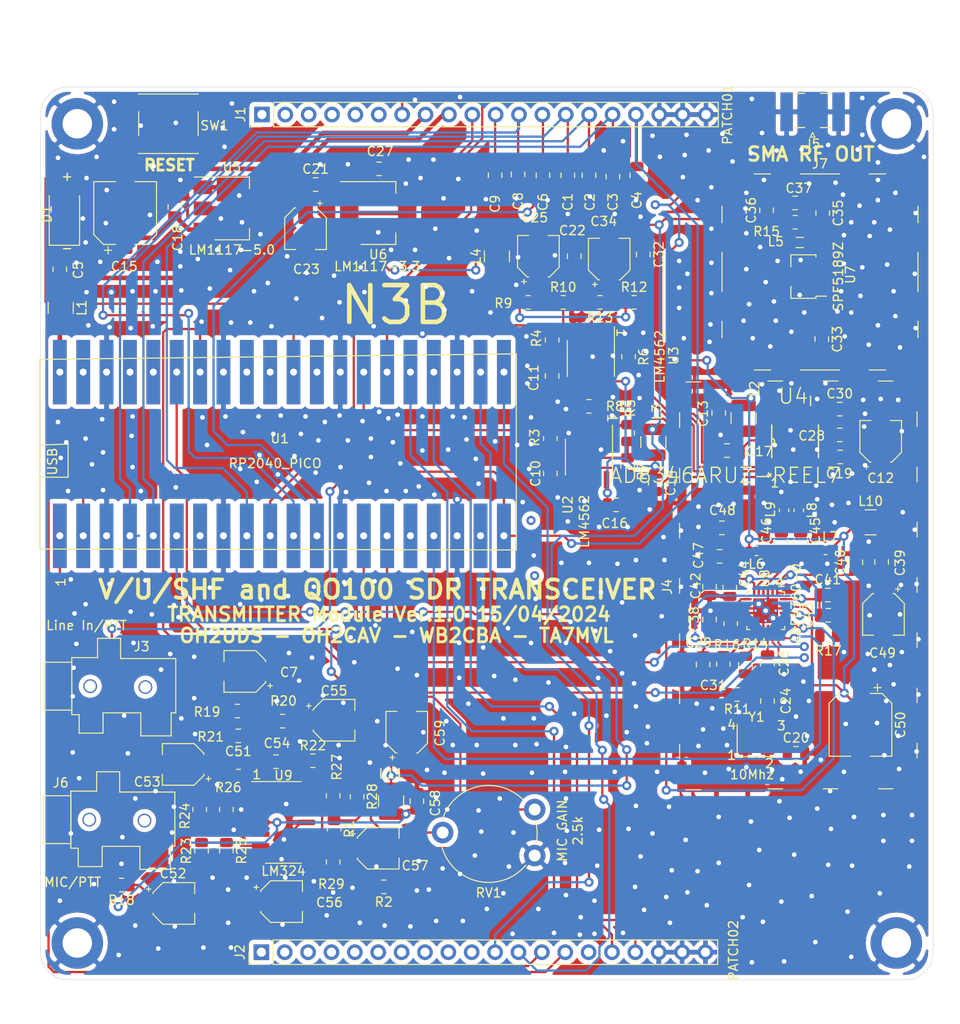
<source format=kicad_pcb>
(kicad_pcb (version 20171130) (host pcbnew "(5.1.12)-1")
  (layers (0 F.Cu signal) (31 B.Cu signal) (34 B.Paste user) (35 F.Paste user) (36 B.SilkS user) (37 F.SilkS user) (38 B.Mask user) (39 F.Mask user) (44 Edge.Cuts user))
  (net 0 "")
  (net 1 GNDPWR)
  (net 2 ROT_A)
  (net 3 ROT_B)
  (net 4 ROT_SW)
  (net 5 PTT)
  (net 6 KEY3)
  (net 7 KEY2)
  (net 8 KEY1)
  (net 9 +3V3)
  (net 10 +12V)
  (net 11 "Net-(J1-Pad6)")
  (net 12 "Net-(J1-Pad5)")
  (net 13 "Net-(J1-Pad4)")
  (net 14 "Net-(J1-Pad3)")
  (net 15 "Net-(J1-Pad2)")
  (net 16 "Net-(J1-Pad1)")
  (net 17 LCD_SDA)
  (net 18 LCD_SCL)
  (net 19 UART_RX)
  (net 20 UART_TX)
  (net 21 MCU_SDA)
  (net 22 MCU_SCL)
  (net 23 "Net-(J2-Pad7)")
  (net 24 "Net-(J2-Pad6)")
  (net 25 "Net-(J2-Pad5)")
  (net 26 "Net-(J2-Pad4)")
  (net 27 "Net-(J2-Pad3)")
  (net 28 "Net-(J2-Pad2)")
  (net 29 "Net-(J2-Pad1)")
  (net 30 "Net-(C7-Pad2)")
  (net 31 MIC)
  (net 32 "Net-(C10-Pad1)")
  (net 33 "Net-(C11-Pad1)")
  (net 34 "Net-(C14-Pad1)")
  (net 35 "Net-(C15-Pad1)")
  (net 36 "Net-(C17-Pad1)")
  (net 37 IQ_REF1)
  (net 38 "Net-(C24-Pad2)")
  (net 39 "Net-(C24-Pad1)")
  (net 40 "Net-(C26-Pad2)")
  (net 41 "Net-(C29-Pad1)")
  (net 42 "Net-(C31-Pad2)")
  (net 43 IQ_REF2)
  (net 44 "Net-(C33-Pad2)")
  (net 45 "Net-(C33-Pad1)")
  (net 46 "Net-(C35-Pad2)")
  (net 47 "Net-(C35-Pad1)")
  (net 48 "Net-(C38-Pad1)")
  (net 49 "Net-(C39-Pad1)")
  (net 50 "Net-(C41-Pad1)")
  (net 51 "Net-(C43-Pad2)")
  (net 52 "Net-(C45-Pad2)")
  (net 53 "Net-(C45-Pad1)")
  (net 54 "Net-(C46-Pad2)")
  (net 55 "Net-(C46-Pad1)")
  (net 56 "Net-(L1-Pad2)")
  (net 57 "Net-(L4-Pad1)")
  (net 58 "Net-(L5-Pad1)")
  (net 59 ADF_LOP)
  (net 60 ADF_LON)
  (net 61 "Net-(R1-Pad1)")
  (net 62 TX_I)
  (net 63 TX_Q)
  (net 64 "Net-(R5-Pad2)")
  (net 65 I_OUT+)
  (net 66 "Net-(R6-Pad2)")
  (net 67 Q_OUT+)
  (net 68 I_OUT-)
  (net 69 Q_OUT-)
  (net 70 "Net-(R14-Pad1)")
  (net 71 "Net-(U1-Pad39)")
  (net 72 "Net-(U1-Pad37)")
  (net 73 "Net-(U1-Pad36)")
  (net 74 "Net-(U1-Pad32)")
  (net 75 "Net-(U1-Pad31)")
  (net 76 "Net-(U1-Pad29)")
  (net 77 "Net-(U1-Pad19)")
  (net 78 ADF_TX_LE)
  (net 79 "Net-(U1-Pad16)")
  (net 80 ADF_TX_DATA)
  (net 81 ADF_TX_CLK)
  (net 82 "Net-(U1-Pad7)")
  (net 83 ADF_MUX)
  (net 84 "Net-(J2-Pad10)")
  (net 85 "Net-(J2-Pad9)")
  (net 86 "Net-(J2-Pad8)")
  (net 87 RESET)
  (net 88 "Net-(J2-Pad15)")
  (net 89 "Net-(C7-Pad1)")
  (net 90 "Net-(C51-Pad1)")
  (net 91 "Net-(C52-Pad2)")
  (net 92 "Net-(C52-Pad1)")
  (net 93 "Net-(C53-Pad1)")
  (net 94 "Net-(C54-Pad2)")
  (net 95 "Net-(C54-Pad1)")
  (net 96 "Net-(C55-Pad2)")
  (net 97 "Net-(C56-Pad2)")
  (net 98 "Net-(C56-Pad1)")
  (net 99 "Net-(C57-Pad1)")
  (net 100 "Net-(R22-Pad1)")
  (net 101 "Net-(R23-Pad2)")
  (net 102 "Net-(R24-Pad2)")
  (net 103 "Net-(R27-Pad1)")
  (net 104 "Net-(R28-Pad1)")
  (net 105 "Net-(R29-Pad2)")
  (net 106 +5V)
  (net 107 "Net-(C58-Pad1)")
  (module Crystal:Crystal_SMD_SeikoEpson_FA238V-4Pin_3.2x2.5mm (layer F.Cu) (at 132.8 199)
    (fp_text reference Y1 (at 0 -2.55) (layer F.SilkS))
    (fp_text value 10Mhz (at -0.5 3.7) (layer F.SilkS))
    (pad 4 smd rect (at -1.2 -0.95) (size 1.4 1.2) (layers F.Cu F.Paste F.Mask) (net 9 +3V3))
    (pad 3 smd rect (at 1.2 -0.95) (size 1.4 1.2) (layers F.Cu F.Paste F.Mask) (net 39 "Net-(C24-Pad1)"))
    (pad 2 smd rect (at 1.2 0.95) (size 1.4 1.2) (layers F.Cu F.Paste F.Mask) (net 1 GNDPWR))
    (pad 1 smd rect (at -1.2 0.95) (size 1.4 1.2) (layers F.Cu F.Paste F.Mask) (net 1 GNDPWR))
  )
  (module Package_SO:SOIC-14_3.9x8.7mm_P1.27mm (layer F.Cu) (at 81.4 207.9)
    (fp_text reference U9 (at 0 -5.1) (layer F.SilkS))
    (fp_text value LM324 (at 0 5.28) (layer F.SilkS))
    (pad 14 smd roundrect (at 2.475 -3.81) (size 1.95 0.6) (layers F.Cu F.Paste F.Mask))
    (pad 13 smd roundrect (at 2.475 -2.54) (size 1.95 0.6) (layers F.Cu F.Paste F.Mask))
    (pad 12 smd roundrect (at 2.475 -1.27) (size 1.95 0.6) (layers F.Cu F.Paste F.Mask))
    (pad 11 smd roundrect (at 2.475 0) (size 1.95 0.6) (layers F.Cu F.Paste F.Mask) (net 1 GNDPWR))
    (pad 10 smd roundrect (at 2.475 1.27) (size 1.95 0.6) (layers F.Cu F.Paste F.Mask) (net 103 "Net-(R27-Pad1)"))
    (pad 9 smd roundrect (at 2.475 2.54) (size 1.95 0.6) (layers F.Cu F.Paste F.Mask) (net 105 "Net-(R29-Pad2)"))
    (pad 8 smd roundrect (at 2.475 3.81) (size 1.95 0.6) (layers F.Cu F.Paste F.Mask) (net 99 "Net-(C57-Pad1)"))
    (pad 7 smd roundrect (at -2.475 3.81) (size 1.95 0.6) (layers F.Cu F.Paste F.Mask) (net 98 "Net-(C56-Pad1)"))
    (pad 6 smd roundrect (at -2.475 2.54) (size 1.95 0.6) (layers F.Cu F.Paste F.Mask) (net 101 "Net-(R23-Pad2)"))
    (pad 5 smd roundrect (at -2.475 1.27) (size 1.95 0.6) (layers F.Cu F.Paste F.Mask) (net 102 "Net-(R24-Pad2)"))
    (pad 4 smd roundrect (at -2.475 0) (size 1.95 0.6) (layers F.Cu F.Paste F.Mask) (net 107 "Net-(C58-Pad1)"))
    (pad 3 smd roundrect (at -2.475 -1.27) (size 1.95 0.6) (layers F.Cu F.Paste F.Mask) (net 100 "Net-(R22-Pad1)"))
    (pad 2 smd roundrect (at -2.475 -2.54) (size 1.95 0.6) (layers F.Cu F.Paste F.Mask) (net 94 "Net-(C54-Pad2)"))
    (pad 1 smd roundrect (at -2.475 -3.81) (size 1.95 0.6) (layers F.Cu F.Paste F.Mask) (net 95 "Net-(C54-Pad1)"))
  )
  (module Potentiometer_THT:Potentiometer_Piher_PT-10-V10_Vertical (layer F.Cu) (at 108.7 206.5 180)
    (fp_text reference RV1 (at 5 -9.05) (layer F.SilkS))
    (fp_text value 2.5k (at -4.7 -2.3 90) (layer F.SilkS))
    (pad 1 thru_hole circle (at 0 0 180) (size 2.34 2.34) (drill 1.3) (layers *.Cu *.Mask) (net 97 "Net-(C56-Pad2)"))
    (pad 2 thru_hole circle (at 10 -2.5 180) (size 2.34 2.34) (drill 1.3) (layers *.Cu *.Mask) (net 104 "Net-(R28-Pad1)"))
    (pad 3 thru_hole circle (at 0 -5 180) (size 2.34 2.34) (drill 1.3) (layers *.Cu *.Mask) (net 1 GNDPWR))
  )
  (module Resistor_SMD:R_0805_2012Metric (layer F.Cu) (at 86.8 212.2 90)
    (fp_text reference R29 (at -2.4 -0.2 180) (layer F.SilkS))
    (fp_text value 10k)
    (pad 2 smd roundrect (at 0.9125 0 90) (size 1.025 1.4) (layers F.Cu F.Paste F.Mask) (roundrect_rratio 0.243902) (net 105 "Net-(R29-Pad2)"))
    (pad 1 smd roundrect (at -0.9125 0 90) (size 1.025 1.4) (layers F.Cu F.Paste F.Mask) (roundrect_rratio 0.243902) (net 99 "Net-(C57-Pad1)"))
  )
  (module Resistor_SMD:R_0805_2012Metric (layer F.Cu) (at 89.4 205.1 270)
    (fp_text reference R28 (at 0 -1.65 90) (layer F.SilkS))
    (fp_text value 10k)
    (pad 2 smd roundrect (at 0.9125 0 270) (size 1.025 1.4) (layers F.Cu F.Paste F.Mask) (roundrect_rratio 0.243902) (net 103 "Net-(R27-Pad1)"))
    (pad 1 smd roundrect (at -0.9125 0 270) (size 1.025 1.4) (layers F.Cu F.Paste F.Mask) (roundrect_rratio 0.243902) (net 104 "Net-(R28-Pad1)"))
  )
  (module Resistor_SMD:R_0805_2012Metric (layer F.Cu) (at 86.8 205 90)
    (fp_text reference R27 (at 3.1 0.4 90) (layer F.SilkS))
    (fp_text value 10k)
    (pad 2 smd roundrect (at 0.9125 0 90) (size 1.025 1.4) (layers F.Cu F.Paste F.Mask) (roundrect_rratio 0.243902) (net 96 "Net-(C55-Pad2)"))
    (pad 1 smd roundrect (at -0.9125 0 90) (size 1.025 1.4) (layers F.Cu F.Paste F.Mask) (roundrect_rratio 0.243902) (net 103 "Net-(R27-Pad1)"))
  )
  (module Resistor_SMD:R_0805_2012Metric (layer F.Cu) (at 75.2 206.5 90)
    (fp_text reference R26 (at 2.4 0.2 180) (layer F.SilkS))
    (fp_text value 100k)
    (pad 2 smd roundrect (at 0.9125 0 90) (size 1.025 1.4) (layers F.Cu F.Paste F.Mask) (roundrect_rratio 0.243902) (net 1 GNDPWR))
    (pad 1 smd roundrect (at -0.9125 0 90) (size 1.025 1.4) (layers F.Cu F.Paste F.Mask) (roundrect_rratio 0.243902) (net 102 "Net-(R24-Pad2)"))
  )
  (module Resistor_SMD:R_0805_2012Metric (layer F.Cu) (at 75.2 211 270)
    (fp_text reference R25 (at 0 -1.65 90) (layer F.SilkS))
    (fp_text value 100k)
    (pad 2 smd roundrect (at 0.9125 0 270) (size 1.025 1.4) (layers F.Cu F.Paste F.Mask) (roundrect_rratio 0.243902) (net 98 "Net-(C56-Pad1)"))
    (pad 1 smd roundrect (at -0.9125 0 270) (size 1.025 1.4) (layers F.Cu F.Paste F.Mask) (roundrect_rratio 0.243902) (net 101 "Net-(R23-Pad2)"))
  )
  (module Resistor_SMD:R_0805_2012Metric (layer F.Cu) (at 72.3 206.5 270)
    (fp_text reference R24 (at 0.7 1.6 90) (layer F.SilkS))
    (fp_text value 10k)
    (pad 2 smd roundrect (at 0.9125 0 270) (size 1.025 1.4) (layers F.Cu F.Paste F.Mask) (roundrect_rratio 0.243902) (net 102 "Net-(R24-Pad2)"))
    (pad 1 smd roundrect (at -0.9125 0 270) (size 1.025 1.4) (layers F.Cu F.Paste F.Mask) (roundrect_rratio 0.243902) (net 93 "Net-(C53-Pad1)"))
  )
  (module Resistor_SMD:R_0805_2012Metric (layer F.Cu) (at 72.5 211 90)
    (fp_text reference R23 (at 0 -1.65 90) (layer F.SilkS))
    (fp_text value 10k)
    (pad 2 smd roundrect (at 0.9125 0 90) (size 1.025 1.4) (layers F.Cu F.Paste F.Mask) (roundrect_rratio 0.243902) (net 101 "Net-(R23-Pad2)"))
    (pad 1 smd roundrect (at -0.9125 0 90) (size 1.025 1.4) (layers F.Cu F.Paste F.Mask) (roundrect_rratio 0.243902) (net 91 "Net-(C52-Pad2)"))
  )
  (module Resistor_SMD:R_0805_2012Metric (layer F.Cu) (at 84.6 201.2)
    (fp_text reference R22 (at 0 -1.65) (layer F.SilkS))
    (fp_text value 39k)
    (pad 2 smd roundrect (at 0.9125 0) (size 1.025 1.4) (layers F.Cu F.Paste F.Mask) (roundrect_rratio 0.243902) (net 1 GNDPWR))
    (pad 1 smd roundrect (at -0.9125 0) (size 1.025 1.4) (layers F.Cu F.Paste F.Mask) (roundrect_rratio 0.243902) (net 100 "Net-(R22-Pad1)"))
  )
  (module Resistor_SMD:R_0805_2012Metric (layer F.Cu) (at 76.5 201.4)
    (fp_text reference R21 (at -3 -2.8) (layer F.SilkS))
    (fp_text value 39k)
    (pad 2 smd roundrect (at 0.9125 0) (size 1.025 1.4) (layers F.Cu F.Paste F.Mask) (roundrect_rratio 0.243902) (net 94 "Net-(C54-Pad2)"))
    (pad 1 smd roundrect (at -0.9125 0) (size 1.025 1.4) (layers F.Cu F.Paste F.Mask) (roundrect_rratio 0.243902) (net 90 "Net-(C51-Pad1)"))
  )
  (module Resistor_SMD:R_0805_2012Metric (layer F.Cu) (at 81.3 196.9 180)
    (fp_text reference R20 (at -0.1 2.2) (layer F.SilkS))
    (fp_text value 270k)
    (pad 2 smd roundrect (at 0.9125 0 180) (size 1.025 1.4) (layers F.Cu F.Paste F.Mask) (roundrect_rratio 0.243902) (net 90 "Net-(C51-Pad1)"))
    (pad 1 smd roundrect (at -0.9125 0 180) (size 1.025 1.4) (layers F.Cu F.Paste F.Mask) (roundrect_rratio 0.243902) (net 95 "Net-(C54-Pad1)"))
  )
  (module Resistor_SMD:R_0805_2012Metric (layer F.Cu) (at 76.4 195.8)
    (fp_text reference R19 (at -3.3 0.1) (layer F.SilkS))
    (fp_text value 68k)
    (pad 2 smd roundrect (at 0.9125 0) (size 1.025 1.4) (layers F.Cu F.Paste F.Mask) (roundrect_rratio 0.243902) (net 90 "Net-(C51-Pad1)"))
    (pad 1 smd roundrect (at -0.9125 0) (size 1.025 1.4) (layers F.Cu F.Paste F.Mask) (roundrect_rratio 0.243902) (net 89 "Net-(C7-Pad1)"))
  )
  (module Resistor_SMD:R_0805_2012Metric (layer F.Cu) (at 63.8 214.7 180)
    (fp_text reference R18 (at 0 -1.65) (layer F.SilkS))
    (fp_text value 180R)
    (pad 2 smd roundrect (at 0.9125 0 180) (size 1.025 1.4) (layers F.Cu F.Paste F.Mask) (roundrect_rratio 0.243902) (net 107 "Net-(C58-Pad1)"))
    (pad 1 smd roundrect (at -0.9125 0 180) (size 1.025 1.4) (layers F.Cu F.Paste F.Mask) (roundrect_rratio 0.243902) (net 92 "Net-(C52-Pad1)"))
  )
  (module Inductor_SMD:L_1210_3225Metric (layer F.Cu) (at 93.1 205.6 90)
    (fp_text reference L11 (at 3 0 180) (layer F.SilkS))
    (fp_text value 100uH)
    (pad 2 smd roundrect (at 1.4 0 90) (size 1.25 2.65) (layers F.Cu F.Paste F.Mask) (roundrect_rratio 0.2) (net 106 +5V))
    (pad 1 smd roundrect (at -1.4 0 90) (size 1.25 2.65) (layers F.Cu F.Paste F.Mask) (roundrect_rratio 0.2) (net 107 "Net-(C58-Pad1)"))
  )
  (module uSDX_MONO_PCB_Library:Jack_3.5mm_PJ-320B-SMT_Horizontal_CORR (layer F.Cu) (at 64 207.6 90)
    (fp_text reference J6 (at 4 -6.8 180) (layer F.SilkS))
    (fp_text value MIC/PTT (at -6.8 -5.5 180) (layer F.SilkS))
    (pad R smd rect (at 3.7 -1.6 90) (size 3 2.2) (layers F.Cu F.Paste F.Mask) (net 5 PTT))
    (pad S smd rect (at -3.7 -3.6 90) (size 2.8 2.2) (layers F.Cu F.Paste F.Mask) (net 1 GNDPWR))
    (pad T smd rect (at -3.8 3.5 90) (size 2.8 2.8) (layers F.Cu F.Paste F.Mask) (net 92 "Net-(C52-Pad1)"))
    (pad "" np_thru_hole circle (at 0 -3.7 90) (size 1.5 1.5) (drill 1.2) (layers *.Cu *.Mask))
    (pad "" np_thru_hole circle (at -0.1 2.3 90) (size 1.5 1.5) (drill 1.2) (layers *.Cu *.Mask))
  )
  (module Capacitor_SMD:CP_Elec_4x5.4 (layer F.Cu) (at 94.8 198.1 90)
    (fp_text reference C59 (at -0.1 3.6 90) (layer F.SilkS))
    (fp_text value 10uF/16V)
    (pad 2 smd roundrect (at 1.8 0 90) (size 2.6 1.6) (layers F.Cu F.Paste F.Mask) (roundrect_rratio 0.15625) (net 1 GNDPWR))
    (pad 1 smd roundrect (at -1.8 0 90) (size 2.6 1.6) (layers F.Cu F.Paste F.Mask) (roundrect_rratio 0.15625) (net 106 +5V))
  )
  (module Capacitor_SMD:C_0805_2012Metric (layer F.Cu) (at 95.9 205.6 90)
    (fp_text reference C58 (at -0.2 2 90) (layer F.SilkS))
    (fp_text value 100nF)
    (pad 2 smd roundrect (at 0.95 0 90) (size 1 1.45) (layers F.Cu F.Paste F.Mask) (net 1 GNDPWR))
    (pad 1 smd roundrect (at -0.95 0 90) (size 1 1.45) (layers F.Cu F.Paste F.Mask) (net 107 "Net-(C58-Pad1)"))
  )
  (module Capacitor_SMD:CP_Elec_4x5.4 (layer F.Cu) (at 91.7 210.7)
    (fp_text reference C57 (at 4 1.9) (layer F.SilkS))
    (fp_text value 4.7uF/16V)
    (pad 2 smd roundrect (at 1.8 0) (size 2.6 1.6) (layers F.Cu F.Paste F.Mask) (roundrect_rratio 0.15625) (net 31 MIC))
    (pad 1 smd roundrect (at -1.8 0) (size 2.6 1.6) (layers F.Cu F.Paste F.Mask) (roundrect_rratio 0.15625) (net 99 "Net-(C57-Pad1)"))
  )
  (module Capacitor_SMD:CP_Elec_4x5.4 (layer F.Cu) (at 81.2 216.5)
    (fp_text reference C56 (at 5.2 0.1) (layer F.SilkS))
    (fp_text value 4.7uF/16V)
    (pad 2 smd roundrect (at 1.8 0) (size 2.6 1.6) (layers F.Cu F.Paste F.Mask) (roundrect_rratio 0.15625) (net 97 "Net-(C56-Pad2)"))
    (pad 1 smd roundrect (at -1.8 0) (size 2.6 1.6) (layers F.Cu F.Paste F.Mask) (roundrect_rratio 0.15625) (net 98 "Net-(C56-Pad1)"))
  )
  (module Capacitor_SMD:CP_Elec_4x5.4 (layer F.Cu) (at 86.9 196.8)
    (fp_text reference C55 (at 0 -3.2) (layer F.SilkS))
    (fp_text value 4.7uF/16V)
    (pad 2 smd roundrect (at 1.8 0) (size 2.6 1.6) (layers F.Cu F.Paste F.Mask) (roundrect_rratio 0.15625) (net 96 "Net-(C55-Pad2)"))
    (pad 1 smd roundrect (at -1.8 0) (size 2.6 1.6) (layers F.Cu F.Paste F.Mask) (roundrect_rratio 0.15625) (net 95 "Net-(C54-Pad1)"))
  )
  (module Capacitor_SMD:C_0805_2012Metric (layer F.Cu) (at 80.6 201.3 180)
    (fp_text reference C54 (at -0.1 2) (layer F.SilkS))
    (fp_text value 120pF)
    (pad 2 smd roundrect (at 0.95 0 180) (size 1 1.45) (layers F.Cu F.Paste F.Mask) (net 94 "Net-(C54-Pad2)"))
    (pad 1 smd roundrect (at -0.95 0 180) (size 1 1.45) (layers F.Cu F.Paste F.Mask) (net 95 "Net-(C54-Pad1)"))
  )
  (module Capacitor_SMD:CP_Elec_4x5.4 (layer F.Cu) (at 70.5 201.6 180)
    (fp_text reference C53 (at 3.9 -1.9) (layer F.SilkS))
    (fp_text value 4.7uF/16V)
    (pad 2 smd roundrect (at 1.8 0 180) (size 2.6 1.6) (layers F.Cu F.Paste F.Mask) (roundrect_rratio 0.15625) (net 1 GNDPWR))
    (pad 1 smd roundrect (at -1.8 0 180) (size 2.6 1.6) (layers F.Cu F.Paste F.Mask) (roundrect_rratio 0.15625) (net 93 "Net-(C53-Pad1)"))
  )
  (module Capacitor_SMD:CP_Elec_4x5.4 (layer F.Cu) (at 69.5 216.7)
    (fp_text reference C52 (at -0.1 -3.25) (layer F.SilkS))
    (fp_text value 4.7uF/16V)
    (pad 2 smd roundrect (at 1.8 0) (size 2.6 1.6) (layers F.Cu F.Paste F.Mask) (roundrect_rratio 0.15625) (net 91 "Net-(C52-Pad2)"))
    (pad 1 smd roundrect (at -1.8 0) (size 2.6 1.6) (layers F.Cu F.Paste F.Mask) (roundrect_rratio 0.15625) (net 92 "Net-(C52-Pad1)"))
  )
  (module Capacitor_SMD:C_0805_2012Metric (layer F.Cu) (at 76.5 198.5 180)
    (fp_text reference C51 (at 0 -1.68) (layer F.SilkS))
    (fp_text value 2.2nF)
    (pad 2 smd roundrect (at 0.95 0 180) (size 1 1.45) (layers F.Cu F.Paste F.Mask) (net 1 GNDPWR))
    (pad 1 smd roundrect (at -0.95 0 180) (size 1 1.45) (layers F.Cu F.Paste F.Mask) (net 90 "Net-(C51-Pad1)"))
  )
  (module Capacitor_SMD:CP_Elec_4x5.4 (layer F.Cu) (at 77.2 191.5 180)
    (fp_text reference C7 (at -4.8 -0.1) (layer F.SilkS))
    (fp_text value 4.7uF/16V)
    (pad 2 smd roundrect (at 1.8 0 180) (size 2.6 1.6) (layers F.Cu F.Paste F.Mask) (roundrect_rratio 0.15625) (net 30 "Net-(C7-Pad2)"))
    (pad 1 smd roundrect (at -1.8 0 180) (size 2.6 1.6) (layers F.Cu F.Paste F.Mask) (roundrect_rratio 0.15625) (net 89 "Net-(C7-Pad1)"))
  )
  (module ADF4360-5BCP:ADF4360SEDA (layer F.Cu) (at 133.8 184.9 270)
    (fp_text reference U8 (at -3.5 0.1 90) (layer F.SilkS))
    (fp_text value ADF4360-0BCP)
    (pad 25_5 thru_hole circle (at 0 1.1 270) (size 0.4 0.4) (drill 0.2) (layers *.Cu))
    (pad 25_4 thru_hole circle (at 1.1 0 270) (size 0.4 0.4) (drill 0.2) (layers *.Cu))
    (pad 25_3 thru_hole circle (at -1.1 0 270) (size 0.4 0.4) (drill 0.2) (layers *.Cu))
    (pad 25_2 thru_hole circle (at 0 -1.1 270) (size 0.4 0.4) (drill 0.2) (layers *.Cu))
    (pad 25_1 thru_hole circle (at 0 0 270) (size 0.4 0.4) (drill 0.2) (layers *.Cu))
    (pad 25 smd rect (at 0 0 270) (size 2.7 2.7) (layers F.Cu F.Mask) (net 1 GNDPWR))
    (pad 18 smd roundrect (at 1.945 -1.25 270) (size 0.84 0.26) (layers F.Cu F.Paste F.Mask) (roundrect_rratio 0.03) (net 80 ADF_TX_DATA))
    (pad 17 smd roundrect (at 1.945 -0.75 270) (size 0.84 0.26) (layers F.Cu F.Paste F.Mask) (roundrect_rratio 0.03) (net 81 ADF_TX_CLK))
    (pad 16 smd roundrect (at 1.945 -0.25 270) (size 0.84 0.26) (layers F.Cu F.Paste F.Mask) (roundrect_rratio 0.03) (net 40 "Net-(C26-Pad2)"))
    (pad 15 smd roundrect (at 1.945 0.25 270) (size 0.84 0.26) (layers F.Cu F.Paste F.Mask) (roundrect_rratio 0.03) (net 1 GNDPWR))
    (pad 14 smd roundrect (at 1.945 0.75 270) (size 0.84 0.26) (layers F.Cu F.Paste F.Mask) (roundrect_rratio 0.03) (net 42 "Net-(C31-Pad2)"))
    (pad 13 smd roundrect (at 1.945 1.25 270) (size 0.84 0.26) (layers F.Cu F.Paste F.Mask) (roundrect_rratio 0.03) (net 70 "Net-(R14-Pad1)"))
    (pad 6 smd roundrect (at -1.945 1.25 270) (size 0.84 0.26) (layers F.Cu F.Paste F.Mask) (roundrect_rratio 0.03) (net 49 "Net-(C39-Pad1)"))
    (pad 5 smd roundrect (at -1.945 0.75 270) (size 0.84 0.26) (layers F.Cu F.Paste F.Mask) (roundrect_rratio 0.03) (net 55 "Net-(C46-Pad1)"))
    (pad 4 smd roundrect (at -1.945 0.25 270) (size 0.84 0.26) (layers F.Cu F.Paste F.Mask) (roundrect_rratio 0.03) (net 53 "Net-(C45-Pad1)"))
    (pad 3 smd roundrect (at -1.945 -0.25 270) (size 0.84 0.26) (layers F.Cu F.Paste F.Mask) (roundrect_rratio 0.03) (net 1 GNDPWR))
    (pad 2 smd roundrect (at -1.945 -0.75 270) (size 0.84 0.26) (layers F.Cu F.Paste F.Mask) (roundrect_rratio 0.03) (net 49 "Net-(C39-Pad1)"))
    (pad 1 smd roundrect (at -1.945 -1.25 270) (size 0.84 0.26) (layers F.Cu F.Paste F.Mask) (roundrect_rratio 0.03) (net 1 GNDPWR))
    (pad 24 smd roundrect (at -1.25 -1.945) (size 0.84 0.26) (layers F.Cu F.Paste F.Mask) (roundrect_rratio 0.03) (net 50 "Net-(C41-Pad1)"))
    (pad 23 smd roundrect (at -0.75 -1.945) (size 0.84 0.26) (layers F.Cu F.Paste F.Mask) (roundrect_rratio 0.03) (net 9 +3V3))
    (pad 22 smd roundrect (at -0.25 -1.945) (size 0.84 0.26) (layers F.Cu F.Paste F.Mask) (roundrect_rratio 0.03) (net 1 GNDPWR))
    (pad 21 smd roundrect (at 0.25 -1.945) (size 0.84 0.26) (layers F.Cu F.Paste F.Mask) (roundrect_rratio 0.03) (net 49 "Net-(C39-Pad1)"))
    (pad 20 smd roundrect (at 0.75 -1.945) (size 0.84 0.26) (layers F.Cu F.Paste F.Mask) (roundrect_rratio 0.03) (net 83 ADF_MUX))
    (pad 19 smd roundrect (at 1.25 -1.945) (size 0.84 0.26) (layers F.Cu F.Paste F.Mask) (roundrect_rratio 0.03) (net 78 ADF_TX_LE))
    (pad 12 smd roundrect (at 1.25 1.945) (size 0.84 0.26) (layers F.Cu F.Paste F.Mask) (roundrect_rratio 0.03) (net 41 "Net-(C29-Pad1)"))
    (pad 11 smd roundrect (at 0.75 1.945) (size 0.84 0.26) (layers F.Cu F.Paste F.Mask) (roundrect_rratio 0.03) (net 1 GNDPWR))
    (pad 10 smd roundrect (at 0.25 1.945) (size 0.84 0.26) (layers F.Cu F.Paste F.Mask) (roundrect_rratio 0.03) (net 1 GNDPWR))
    (pad 9 smd roundrect (at -0.25 1.945) (size 0.84 0.26) (layers F.Cu F.Paste F.Mask) (roundrect_rratio 0.03) (net 1 GNDPWR))
    (pad 8 smd roundrect (at -0.75 1.945) (size 0.84 0.26) (layers F.Cu F.Paste F.Mask) (roundrect_rratio 0.03) (net 1 GNDPWR))
    (pad 7 smd roundrect (at -1.25 1.945) (size 0.84 0.26) (layers F.Cu F.Paste F.Mask) (roundrect_rratio 0.03) (net 48 "Net-(C38-Pad1)"))
  )
  (module Capacitor_SMD:CP_Elec_4x5.4 (layer F.Cu) (at 146.3 166.5 90)
    (fp_text reference C12 (at -4 0 180) (layer F.SilkS))
    (fp_text value 10uF/16V)
    (pad 2 smd roundrect (at 1.8 0 90) (size 2.6 1.6) (layers F.Cu F.Paste F.Mask) (roundrect_rratio 0.15625) (net 1 GNDPWR))
    (pad 1 smd roundrect (at -1.8 0 90) (size 2.6 1.6) (layers F.Cu F.Paste F.Mask) (roundrect_rratio 0.15625) (net 9 +3V3))
  )
  (module RP2040_PICO:Laird_Technologies_BMI-S-210-F_44.00x30.50mm (layer F.Cu) (at 130.05 136.7)
    (fp_text reference J4 (at -6.95 45.6 90) (layer F.SilkS))
    (fp_text value "ADF4360+AD8346 SHIELD")
    (pad 1 smd rect (at 12.1 34.95 180) (size 3.8 1) (layers F.Cu F.Paste F.Mask) (net 1 GNDPWR))
    (pad 1 smd rect (at 2.3 35.1 180) (size 3.8 1) (layers F.Cu F.Paste F.Mask) (net 1 GNDPWR))
    (pad 1 smd rect (at -1.2 35.1 180) (size 3.8 1) (layers F.Cu F.Paste F.Mask) (net 1 GNDPWR))
    (pad 1 smd rect (at 15.7 34.95 180) (size 3.8 1) (layers F.Cu F.Paste F.Mask) (net 1 GNDPWR))
    (pad 1 smd rect (at 18.675 23.5 90) (size 1 1.55) (layers F.Cu F.Paste F.Mask) (net 1 GNDPWR))
    (pad 1 smd rect (at 18.675 67.3 90) (size 1 1.55) (layers F.Cu F.Paste F.Mask) (net 1 GNDPWR))
    (pad 1 smd rect (at 16.1 23.5 90) (size 1 3.8) (layers F.Cu F.Paste F.Mask) (net 1 GNDPWR))
    (pad 1 smd rect (at 16.1 67.3 90) (size 1 3.8) (layers F.Cu F.Paste F.Mask) (net 1 GNDPWR))
    (pad 1 smd rect (at 13.1 23.5 90) (size 1 3.8) (layers F.Cu F.Paste F.Mask) (net 1 GNDPWR))
    (pad 1 smd rect (at 13.5 67.3 90) (size 1 3.8) (layers F.Cu F.Paste F.Mask) (net 1 GNDPWR))
    (pad 1 smd rect (at -3.9 23.6 90) (size 1 3.8) (layers F.Cu F.Paste F.Mask) (net 1 GNDPWR))
    (pad 1 smd rect (at -1.6 67.4 90) (size 1 3.8) (layers F.Cu F.Paste F.Mask) (net 1 GNDPWR))
    (pad 1 smd rect (at -0.2 23.6 90) (size 1 3.8) (layers F.Cu F.Paste F.Mask) (net 1 GNDPWR))
    (pad 1 smd rect (at 1.8 67.4 90) (size 1 3.8) (layers F.Cu F.Paste F.Mask) (net 1 GNDPWR))
    (pad 1 smd rect (at -4.075 23.6 90) (size 1 1.55) (layers F.Cu F.Paste F.Mask) (net 1 GNDPWR))
    (pad 1 smd rect (at -4.075 67.4 90) (size 1 1.55) (layers F.Cu F.Paste F.Mask) (net 1 GNDPWR))
    (pad 1 smd rect (at 19.95 25.15 90) (size 2.3 1) (layers F.Cu F.Paste F.Mask) (net 1 GNDPWR))
    (pad 1 smd rect (at -5.35 25.25 90) (size 2.3 1) (layers F.Cu F.Paste F.Mask) (net 1 GNDPWR))
    (pad 1 smd rect (at 19.95 30.4 90) (size 3.8 1) (layers F.Cu F.Paste F.Mask) (net 1 GNDPWR))
    (pad 1 smd rect (at -5.35 30.5 90) (size 3.8 1) (layers F.Cu F.Paste F.Mask) (net 1 GNDPWR))
    (pad 1 smd rect (at 19.95 36.4 90) (size 3.8 1) (layers F.Cu F.Paste F.Mask) (net 1 GNDPWR))
    (pad 1 smd rect (at -5.35 36.5 90) (size 3.8 1) (layers F.Cu F.Paste F.Mask) (net 1 GNDPWR))
    (pad 1 smd rect (at 19.95 42.4 90) (size 3.8 1) (layers F.Cu F.Paste F.Mask) (net 1 GNDPWR))
    (pad 1 smd rect (at -5.35 42.5 90) (size 3.8 1) (layers F.Cu F.Paste F.Mask) (net 1 GNDPWR))
    (pad 1 smd rect (at 19.95 48.4 90) (size 3.8 1) (layers F.Cu F.Paste F.Mask) (net 1 GNDPWR))
    (pad 1 smd rect (at -5.35 48.5 90) (size 3.8 1) (layers F.Cu F.Paste F.Mask) (net 1 GNDPWR))
    (pad 1 smd rect (at 19.95 54.4 90) (size 3.8 1) (layers F.Cu F.Paste F.Mask) (net 1 GNDPWR))
    (pad 1 smd rect (at -5.35 54.5 90) (size 3.8 1) (layers F.Cu F.Paste F.Mask) (net 1 GNDPWR))
    (pad 1 smd rect (at 19.95 60.4 90) (size 3.8 1) (layers F.Cu F.Paste F.Mask) (net 1 GNDPWR))
    (pad 1 smd rect (at -5.35 60.5 90) (size 3.8 1) (layers F.Cu F.Paste F.Mask) (net 1 GNDPWR))
    (pad 1 smd rect (at 19.95 65.65 90) (size 2.3 1) (layers F.Cu F.Paste F.Mask) (net 1 GNDPWR))
    (pad 1 smd rect (at -5.35 65.75 90) (size 2.3 1) (layers F.Cu F.Paste F.Mask) (net 1 GNDPWR))
    (pad 1 smd rect (at 19.95 67.3 90) (size 1 1) (layers F.Cu F.Paste F.Mask) (net 1 GNDPWR))
    (pad 1 smd rect (at 19.95 23.5 90) (size 1 1) (layers F.Cu F.Paste F.Mask) (net 1 GNDPWR))
    (pad 1 smd rect (at -5.35 23.6 90) (size 1 1) (layers F.Cu F.Paste F.Mask) (net 1 GNDPWR))
    (pad 1 smd rect (at -5.35 67.4 90) (size 1 1) (layers F.Cu F.Paste F.Mask) (net 1 GNDPWR))
  )
  (module Diode_SMD:D_SMA (layer F.Cu) (at 57.6 141.8 90)
    (fp_text reference D1 (at 0 -1.9 90) (layer F.SilkS))
    (fp_text value SS34)
    (pad 2 smd rect (at 2 0 90) (size 2.5 1.8) (layers F.Cu F.Paste F.Mask) (net 10 +12V))
    (pad 1 smd rect (at -2 0 90) (size 2.5 1.8) (layers F.Cu F.Paste F.Mask) (net 35 "Net-(C15-Pad1)"))
  )
  (module Package_TO_SOT_SMD:SOT-89-3 (layer F.Cu) (at 138.2 148.6 180)
    (fp_text reference U7 (at -4.8 0.2 90) (layer F.SilkS))
    (fp_text value SPF5189Z (at -3.5 0 90) (layer F.SilkS))
    (pad 2 smd custom (at -1.5625 0 180) (size 1.475 0.9) (layers F.Cu F.Paste F.Mask) (net 1 GNDPWR) (options (clearance outline) (anchor rect)) (primitives (gr_poly (pts (xy 0.7375 -0.8665) (xy 3.8625 -0.8665) (xy 3.8625 0.8665) (xy 0.7375 0.8665)) (width 0))))
    (pad 3 smd rect (at -1.65 1.5 180) (size 1.3 0.9) (layers F.Cu F.Paste F.Mask) (net 46 "Net-(C35-Pad2)"))
    (pad 1 smd rect (at -1.65 -1.5 180) (size 1.3 0.9) (layers F.Cu F.Paste F.Mask) (net 45 "Net-(C33-Pad1)"))
  )
  (module Package_TO_SOT_SMD:SOT-223-3_TabPin2 (layer F.Cu) (at 91.7 141.7)
    (fp_text reference U6 (at 0 4.5) (layer F.SilkS))
    (fp_text value LM1117-3.3 (at -0.1 5.8) (layer F.SilkS))
    (pad 1 smd rect (at -3.15 -2.3) (size 2 1.5) (layers F.Cu F.Paste F.Mask) (net 1 GNDPWR))
    (pad 3 smd rect (at -3.15 2.3) (size 2 1.5) (layers F.Cu F.Paste F.Mask) (net 106 +5V))
    (pad 2 smd rect (at -3.15 0) (size 2 1.5) (layers F.Cu F.Paste F.Mask) (net 9 +3V3))
    (pad 2 smd rect (at 3.15 0) (size 2 3.8) (layers F.Cu F.Paste F.Mask) (net 9 +3V3))
  )
  (module Package_TO_SOT_SMD:SOT-223-3_TabPin2 (layer F.Cu) (at 75.8 141.2)
    (fp_text reference U5 (at 0 -4.5) (layer F.SilkS))
    (fp_text value LM1117-5.0 (at 0 4.5) (layer F.SilkS))
    (pad 1 smd rect (at -3.15 -2.3) (size 2 1.5) (layers F.Cu F.Paste F.Mask) (net 1 GNDPWR))
    (pad 3 smd rect (at -3.15 2.3) (size 2 1.5) (layers F.Cu F.Paste F.Mask) (net 35 "Net-(C15-Pad1)"))
    (pad 2 smd rect (at -3.15 0) (size 2 1.5) (layers F.Cu F.Paste F.Mask) (net 106 +5V))
    (pad 2 smd rect (at 3.15 0) (size 2 3.8) (layers F.Cu F.Paste F.Mask) (net 106 +5V))
  )
  (module AD8346ARUZ:AD8346SEDA (layer F.Cu) (at 137 166.5 90)
    (fp_text reference U4 (at 4.9 -0.2 180) (layer F.SilkS) (effects (font (size 1.64 1.64))))
    (fp_text value AD8346ARUZ-REEL7 (at -3.7 -7.6 180) (layer F.SilkS) (effects (font (size 1.64 1.64))))
    (fp_text user * (at -3.6576 -2.4892 90) (layer F.SilkS))
    (pad 16 smd rect (at 2.8194 -2.286 90) (size 1.4732 0.3556) (layers F.Cu F.Paste F.Mask) (net 67 Q_OUT+))
    (pad 15 smd rect (at 2.8194 -1.6256 90) (size 1.4732 0.3556) (layers F.Cu F.Paste F.Mask) (net 69 Q_OUT-))
    (pad 14 smd rect (at 2.8194 -0.9652 90) (size 1.4732 0.3556) (layers F.Cu F.Paste F.Mask) (net 1 GNDPWR))
    (pad 13 smd rect (at 2.8194 -0.3302 90) (size 1.4732 0.3556) (layers F.Cu F.Paste F.Mask) (net 1 GNDPWR))
    (pad 12 smd rect (at 2.8194 0.3302 90) (size 1.4732 0.3556) (layers F.Cu F.Paste F.Mask) (net 36 "Net-(C17-Pad1)"))
    (pad 11 smd rect (at 2.8194 0.9652 90) (size 1.4732 0.3556) (layers F.Cu F.Paste F.Mask) (net 44 "Net-(C33-Pad2)"))
    (pad 10 smd rect (at 2.8194 1.6256 90) (size 1.4732 0.3556) (layers F.Cu F.Paste F.Mask) (net 1 GNDPWR))
    (pad 9 smd rect (at 2.8194 2.286 90) (size 1.4732 0.3556) (layers F.Cu F.Paste F.Mask) (net 1 GNDPWR))
    (pad 8 smd rect (at -2.8194 2.286 90) (size 1.4732 0.3556) (layers F.Cu F.Paste F.Mask) (net 36 "Net-(C17-Pad1)"))
    (pad 7 smd rect (at -2.8194 1.6256 90) (size 1.4732 0.3556) (layers F.Cu F.Paste F.Mask) (net 36 "Net-(C17-Pad1)"))
    (pad 6 smd rect (at -2.8194 0.9652 90) (size 1.4732 0.3556) (layers F.Cu F.Paste F.Mask) (net 59 ADF_LOP))
    (pad 5 smd rect (at -2.8194 0.3302 90) (size 1.4732 0.3556) (layers F.Cu F.Paste F.Mask) (net 60 ADF_LON))
    (pad 4 smd rect (at -2.8194 -0.3302 90) (size 1.4732 0.3556) (layers F.Cu F.Paste F.Mask) (net 1 GNDPWR))
    (pad 3 smd rect (at -2.8194 -0.9652 90) (size 1.4732 0.3556) (layers F.Cu F.Paste F.Mask) (net 1 GNDPWR))
    (pad 2 smd rect (at -2.8194 -1.6256 90) (size 1.4732 0.3556) (layers F.Cu F.Paste F.Mask) (net 68 I_OUT-))
    (pad 1 smd rect (at -2.8194 -2.286 90) (size 1.4732 0.3556) (layers F.Cu F.Paste F.Mask) (net 65 I_OUT+))
  )
  (module Package_SO:SOIC-8_3.9x4.9mm_P1.27mm (layer F.Cu) (at 114.8 157.5 270)
    (fp_text reference U3 (at -0.3 -9 90) (layer F.SilkS))
    (fp_text value LM4562 (at -0.2 -7.5 90) (layer F.SilkS))
    (pad 8 smd roundrect (at 2.475 -1.905 270) (size 1.95 0.6) (layers F.Cu F.Paste F.Mask) (net 34 "Net-(C14-Pad1)"))
    (pad 7 smd roundrect (at 2.475 -0.635 270) (size 1.95 0.6) (layers F.Cu F.Paste F.Mask) (net 69 Q_OUT-))
    (pad 6 smd roundrect (at 2.475 0.635 270) (size 1.95 0.6) (layers F.Cu F.Paste F.Mask) (net 66 "Net-(R6-Pad2)"))
    (pad 5 smd roundrect (at 2.475 1.905 270) (size 1.95 0.6) (layers F.Cu F.Paste F.Mask) (net 43 IQ_REF2))
    (pad 4 smd roundrect (at -2.475 1.905 270) (size 1.95 0.6) (layers F.Cu F.Paste F.Mask) (net 1 GNDPWR))
    (pad 3 smd roundrect (at -2.475 0.635 270) (size 1.95 0.6) (layers F.Cu F.Paste F.Mask) (net 33 "Net-(C11-Pad1)"))
    (pad 2 smd roundrect (at -2.475 -0.635 270) (size 1.95 0.6) (layers F.Cu F.Paste F.Mask) (net 67 Q_OUT+))
    (pad 1 smd roundrect (at -2.475 -1.905 270) (size 1.95 0.6) (layers F.Cu F.Paste F.Mask) (net 67 Q_OUT+))
  )
  (module Package_SO:SOIC-8_3.9x4.9mm_P1.27mm (layer F.Cu) (at 114.6 168.2 270)
    (fp_text reference U2 (at 5.2 2.3 90) (layer F.SilkS))
    (fp_text value LM4562 (at 7 0.5 90) (layer F.SilkS))
    (pad 8 smd roundrect (at 2.475 -1.905 270) (size 1.95 0.6) (layers F.Cu F.Paste F.Mask) (net 34 "Net-(C14-Pad1)"))
    (pad 7 smd roundrect (at 2.475 -0.635 270) (size 1.95 0.6) (layers F.Cu F.Paste F.Mask) (net 68 I_OUT-))
    (pad 6 smd roundrect (at 2.475 0.635 270) (size 1.95 0.6) (layers F.Cu F.Paste F.Mask) (net 64 "Net-(R5-Pad2)"))
    (pad 5 smd roundrect (at 2.475 1.905 270) (size 1.95 0.6) (layers F.Cu F.Paste F.Mask) (net 37 IQ_REF1))
    (pad 4 smd roundrect (at -2.475 1.905 270) (size 1.95 0.6) (layers F.Cu F.Paste F.Mask) (net 1 GNDPWR))
    (pad 3 smd roundrect (at -2.475 0.635 270) (size 1.95 0.6) (layers F.Cu F.Paste F.Mask) (net 32 "Net-(C10-Pad1)"))
    (pad 2 smd roundrect (at -2.475 -0.635 270) (size 1.95 0.6) (layers F.Cu F.Paste F.Mask) (net 65 I_OUT+))
    (pad 1 smd roundrect (at -2.475 -1.905 270) (size 1.95 0.6) (layers F.Cu F.Paste F.Mask) (net 65 I_OUT+))
  )
  (module RP2040_PICO:RPI2040_PICO_SMD (layer F.Cu) (at 57.1 153.9 90)
    (fp_text reference U1 (at -12.3 23.9 180) (layer F.SilkS))
    (fp_text value RP2040_PICO (at -15 23.4 180) (layer F.SilkS))
    (fp_text user USB (at -14.8 -0.8 90) (layer F.SilkS))
    (pad 40 thru_hole rect (at -5.08 0 90) (size 7 1.5) (drill 0.762) (layers *.Cu *.Mask) (net 56 "Net-(L1-Pad2)"))
    (pad 39 thru_hole rect (at -5.08 2.54 90) (size 7 1.5) (drill 0.762) (layers *.Cu *.Mask) (net 71 "Net-(U1-Pad39)"))
    (pad 38 thru_hole rect (at -5.08 5.08 90) (size 7 1.5) (drill 0.762) (layers *.Cu *.Mask) (net 1 GNDPWR))
    (pad 37 thru_hole rect (at -5.08 7.62 90) (size 7 1.5) (drill 0.762) (layers *.Cu *.Mask) (net 72 "Net-(U1-Pad37)"))
    (pad 36 thru_hole rect (at -5.08 10.16 90) (size 7 1.5) (drill 0.762) (layers *.Cu *.Mask) (net 73 "Net-(U1-Pad36)"))
    (pad 35 thru_hole rect (at -5.08 12.7 90) (size 7 1.5) (drill 0.762) (layers *.Cu *.Mask) (net 61 "Net-(R1-Pad1)"))
    (pad 34 thru_hole rect (at -5.08 15.24 90) (size 7 1.5) (drill 0.762) (layers *.Cu *.Mask) (net 31 MIC))
    (pad 33 thru_hole rect (at -5.08 17.78 90) (size 7 1.5) (drill 0.762) (layers *.Cu *.Mask) (net 1 GNDPWR))
    (pad 32 thru_hole rect (at -5.08 20.32 90) (size 7 1.5) (drill 0.762) (layers *.Cu *.Mask) (net 74 "Net-(U1-Pad32)"))
    (pad 31 thru_hole rect (at -5.08 22.86 90) (size 7 1.5) (drill 0.762) (layers *.Cu *.Mask) (net 75 "Net-(U1-Pad31)"))
    (pad 30 thru_hole rect (at -5.08 25.4 90) (size 7 1.5) (drill 0.762) (layers *.Cu *.Mask) (net 87 RESET))
    (pad 29 thru_hole rect (at -5.08 27.94 90) (size 7 1.5) (drill 0.762) (layers *.Cu *.Mask) (net 76 "Net-(U1-Pad29)"))
    (pad 28 thru_hole rect (at -5.08 30.48 90) (size 7 1.5) (drill 0.762) (layers *.Cu *.Mask) (net 1 GNDPWR))
    (pad 27 thru_hole rect (at -5.08 33.02 90) (size 7 1.5) (drill 0.762) (layers *.Cu *.Mask) (net 62 TX_I))
    (pad 26 thru_hole rect (at -5.08 35.56 90) (size 7 1.5) (drill 0.762) (layers *.Cu *.Mask) (net 63 TX_Q))
    (pad 25 thru_hole rect (at -5.08 38.1 90) (size 7 1.5) (drill 0.762) (layers *.Cu *.Mask) (net 18 LCD_SCL))
    (pad 24 thru_hole rect (at -5.08 40.64 90) (size 7 1.5) (drill 0.762) (layers *.Cu *.Mask) (net 17 LCD_SDA))
    (pad 23 thru_hole rect (at -5.08 43.18 90) (size 7 1.5) (drill 0.762) (layers *.Cu *.Mask) (net 1 GNDPWR))
    (pad 22 thru_hole rect (at -5.08 45.72 90) (size 7 1.5) (drill 0.762) (layers *.Cu *.Mask) (net 22 MCU_SCL))
    (pad 21 thru_hole rect (at -5.08 48.26 90) (size 7 1.5) (drill 0.762) (layers *.Cu *.Mask) (net 21 MCU_SDA))
    (pad 20 thru_hole rect (at -22.86 48.26 90) (size 7 1.5) (drill 0.762) (layers *.Cu *.Mask) (net 5 PTT))
    (pad 19 thru_hole rect (at -22.86 45.72 90) (size 7 1.5) (drill 0.762) (layers *.Cu *.Mask) (net 77 "Net-(U1-Pad19)"))
    (pad 18 thru_hole rect (at -22.86 43.18 90) (size 7 1.5) (drill 0.762) (layers *.Cu *.Mask) (net 1 GNDPWR))
    (pad 17 thru_hole rect (at -22.86 40.64 90) (size 7 1.5) (drill 0.762) (layers *.Cu *.Mask) (net 78 ADF_TX_LE))
    (pad 16 thru_hole rect (at -22.86 38.1 90) (size 7 1.5) (drill 0.762) (layers *.Cu *.Mask) (net 79 "Net-(U1-Pad16)"))
    (pad 15 thru_hole rect (at -22.86 35.56 90) (size 7 1.5) (drill 0.762) (layers *.Cu *.Mask) (net 80 ADF_TX_DATA))
    (pad 14 thru_hole rect (at -22.86 33.02 90) (size 7 1.5) (drill 0.762) (layers *.Cu *.Mask) (net 81 ADF_TX_CLK))
    (pad 13 thru_hole rect (at -22.86 30.48 90) (size 7 1.5) (drill 0.762) (layers *.Cu *.Mask) (net 1 GNDPWR))
    (pad 12 thru_hole rect (at -22.86 27.94 90) (size 7 1.5) (drill 0.762) (layers *.Cu *.Mask) (net 6 KEY3))
    (pad 11 thru_hole rect (at -22.86 25.4 90) (size 7 1.5) (drill 0.762) (layers *.Cu *.Mask) (net 7 KEY2))
    (pad 10 thru_hole rect (at -22.86 22.86 90) (size 7 1.5) (drill 0.762) (layers *.Cu *.Mask) (net 8 KEY1))
    (pad 9 thru_hole rect (at -22.86 20.32 90) (size 7 1.5) (drill 0.762) (layers *.Cu *.Mask) (net 4 ROT_SW))
    (pad 8 thru_hole rect (at -22.86 17.78 90) (size 7 1.5) (drill 0.762) (layers *.Cu *.Mask) (net 1 GNDPWR))
    (pad 7 thru_hole rect (at -22.86 15.24 90) (size 7 1.5) (drill 0.762) (layers *.Cu *.Mask) (net 82 "Net-(U1-Pad7)"))
    (pad 6 thru_hole rect (at -22.86 12.7 90) (size 7 1.5) (drill 0.762) (layers *.Cu *.Mask) (net 83 ADF_MUX))
    (pad 5 thru_hole rect (at -22.86 10.16 90) (size 7 1.5) (drill 0.762) (layers *.Cu *.Mask) (net 3 ROT_B))
    (pad 4 thru_hole rect (at -22.86 7.62 90) (size 7 1.5) (drill 0.762) (layers *.Cu *.Mask) (net 2 ROT_A))
    (pad 3 thru_hole rect (at -22.86 5.08 90) (size 7 1.5) (drill 0.762) (layers *.Cu *.Mask) (net 1 GNDPWR))
    (pad 2 thru_hole rect (at -22.86 2.54 90) (size 7 1.5) (drill 0.762) (layers *.Cu *.Mask) (net 19 UART_RX))
    (pad 1 thru_hole rect (at -22.86 0 90) (size 7 1.5) (drill 0.762) (layers *.Cu *.Mask) (net 20 UART_TX))
  )
  (module ADX_FOOTPRINT_LIBRARY:SW_Push_1P1T_NO_6x6mm_H9.5mm (layer F.Cu) (at 68.9 132)
    (fp_text reference SW1 (at 5 0.2) (layer F.SilkS))
    (fp_text value RESET (at 0.1 4.5) (layer F.SilkS) (effects (font (size 1.2 1.2) (thickness 0.3))))
    (pad 2 smd rect (at 2.8 2.3) (size 3 1.3) (layers F.Cu F.Paste F.Mask) (net 1 GNDPWR))
    (pad 1 smd rect (at 2.8 -2.3) (size 3 1.3) (layers F.Cu F.Paste F.Mask) (net 87 RESET))
    (pad 1 smd rect (at -2.7 -2.3) (size 3 1.3) (layers F.Cu F.Paste F.Mask) (net 87 RESET))
    (pad 2 smd rect (at -2.7 2.25) (size 3 1.3) (layers F.Cu F.Paste F.Mask) (net 1 GNDPWR))
  )
  (module Resistor_SMD:R_0805_2012Metric (layer F.Cu) (at 140.6 187.6 180)
    (fp_text reference R17 (at 0 -1.65) (layer F.SilkS))
    (fp_text value 2k)
    (pad 2 smd roundrect (at 0.9125 0 180) (size 1.025 1.4) (layers F.Cu F.Paste F.Mask) (roundrect_rratio 0.2439004878048781) (net 1 GNDPWR))
    (pad 1 smd roundrect (at -0.9125 0 180) (size 1.025 1.4) (layers F.Cu F.Paste F.Mask) (roundrect_rratio 0.2439004878048781) (net 51 "Net-(C43-Pad2)"))
  )
  (module Resistor_SMD:R_0805_2012Metric (layer F.Cu) (at 130 186.3125 90)
    (fp_text reference R16 (at -2.2875 -0.4 180) (layer F.SilkS))
    (fp_text value 2k)
    (pad 2 smd roundrect (at 0.9125 0 90) (size 1.025 1.4) (layers F.Cu F.Paste F.Mask) (roundrect_rratio 0.2439004878048781) (net 48 "Net-(C38-Pad1)"))
    (pad 1 smd roundrect (at -0.9125 0 90) (size 1.025 1.4) (layers F.Cu F.Paste F.Mask) (roundrect_rratio 0.2439004878048781) (net 50 "Net-(C41-Pad1)"))
  )
  (module Resistor_SMD:R_0805_2012Metric (layer F.Cu) (at 137 142.7 180)
    (fp_text reference R15 (at 3.1 -1) (layer F.SilkS))
    (fp_text value 0R)
    (pad 2 smd roundrect (at 0.9125 0 180) (size 1.025 1.4) (layers F.Cu F.Paste F.Mask) (roundrect_rratio 0.2439004878048781) (net 58 "Net-(L5-Pad1)"))
    (pad 1 smd roundrect (at -0.9125 0 180) (size 1.025 1.4) (layers F.Cu F.Paste F.Mask) (roundrect_rratio 0.2439004878048781) (net 106 +5V))
  )
  (module Resistor_SMD:R_0805_2012Metric (layer F.Cu) (at 129.2 190.7 270)
    (fp_text reference R14 (at -2.2 -3.5 180) (layer F.SilkS))
    (fp_text value 4k7)
    (pad 2 smd roundrect (at 0.9125 0 270) (size 1.025 1.4) (layers F.Cu F.Paste F.Mask) (roundrect_rratio 0.2439004878048781) (net 1 GNDPWR))
    (pad 1 smd roundrect (at -0.9125 0 270) (size 1.025 1.4) (layers F.Cu F.Paste F.Mask) (roundrect_rratio 0.2439004878048781) (net 70 "Net-(R14-Pad1)"))
  )
  (module Resistor_SMD:R_0805_2012Metric (layer F.Cu) (at 115.8 151.4 180)
    (fp_text reference R13 (at 0 -1.65) (layer F.SilkS))
    (fp_text value 1k8)
    (pad 2 smd roundrect (at 0.9125 0 180) (size 1.025 1.4) (layers F.Cu F.Paste F.Mask) (roundrect_rratio 0.2439004878048781) (net 1 GNDPWR))
    (pad 1 smd roundrect (at -0.9125 0 180) (size 1.025 1.4) (layers F.Cu F.Paste F.Mask) (roundrect_rratio 0.2439004878048781) (net 43 IQ_REF2))
  )
  (module Resistor_SMD:R_0805_2012Metric (layer F.Cu) (at 119.5 151.4)
    (fp_text reference R12 (at 0 -1.65) (layer F.SilkS))
    (fp_text value 5k6)
    (pad 2 smd roundrect (at 0.9125 0) (size 1.025 1.4) (layers F.Cu F.Paste F.Mask) (roundrect_rratio 0.2439004878048781) (net 43 IQ_REF2))
    (pad 1 smd roundrect (at -0.9125 0) (size 1.025 1.4) (layers F.Cu F.Paste F.Mask) (roundrect_rratio 0.2439004878048781) (net 57 "Net-(L4-Pad1)"))
  )
  (module Resistor_SMD:R_0805_2012Metric (layer F.Cu) (at 130.7 194 180)
    (fp_text reference R11 (at 0 -1.6) (layer F.SilkS))
    (fp_text value 50R)
    (pad 2 smd roundrect (at 0.9125 0 180) (size 1.025 1.4) (layers F.Cu F.Paste F.Mask) (roundrect_rratio 0.2439004878048781) (net 1 GNDPWR))
    (pad 1 smd roundrect (at -0.9125 0 180) (size 1.025 1.4) (layers F.Cu F.Paste F.Mask) (roundrect_rratio 0.2439004878048781) (net 38 "Net-(C24-Pad2)"))
  )
  (module Resistor_SMD:R_0805_2012Metric (layer F.Cu) (at 111.8 151.4)
    (fp_text reference R10 (at 0 -1.65) (layer F.SilkS))
    (fp_text value 1k8)
    (pad 2 smd roundrect (at 0.9125 0) (size 1.025 1.4) (layers F.Cu F.Paste F.Mask) (roundrect_rratio 0.2439004878048781) (net 1 GNDPWR))
    (pad 1 smd roundrect (at -0.9125 0) (size 1.025 1.4) (layers F.Cu F.Paste F.Mask) (roundrect_rratio 0.2439004878048781) (net 37 IQ_REF1))
  )
  (module Resistor_SMD:R_0805_2012Metric (layer F.Cu) (at 107.9875 151.4)
    (fp_text reference R9 (at -2.6875 0.1) (layer F.SilkS))
    (fp_text value 5k6)
    (pad 2 smd roundrect (at 0.9125 0) (size 1.025 1.4) (layers F.Cu F.Paste F.Mask) (roundrect_rratio 0.2439004878048781) (net 37 IQ_REF1))
    (pad 1 smd roundrect (at -0.9125 0) (size 1.025 1.4) (layers F.Cu F.Paste F.Mask) (roundrect_rratio 0.2439004878048781) (net 57 "Net-(L4-Pad1)"))
  )
  (module Resistor_SMD:R_0805_2012Metric (layer F.Cu) (at 114.6 162.7)
    (fp_text reference R8 (at 2.8 0) (layer F.SilkS))
    (fp_text value 10k)
    (pad 2 smd roundrect (at 0.9125 0) (size 1.025 1.4) (layers F.Cu F.Paste F.Mask) (roundrect_rratio 0.2439004878048781) (net 69 Q_OUT-))
    (pad 1 smd roundrect (at -0.9125 0) (size 1.025 1.4) (layers F.Cu F.Paste F.Mask) (roundrect_rratio 0.2439004878048781) (net 66 "Net-(R6-Pad2)"))
  )
  (module Resistor_SMD:R_0805_2012Metric (layer F.Cu) (at 118.8 169.2 270)
    (fp_text reference R7 (at 0.6 -1.6 90) (layer F.SilkS))
    (fp_text value 1ok)
    (pad 2 smd roundrect (at 0.9125 0 270) (size 1.025 1.4) (layers F.Cu F.Paste F.Mask) (roundrect_rratio 0.2439004878048781) (net 68 I_OUT-))
    (pad 1 smd roundrect (at -0.9125 0 270) (size 1.025 1.4) (layers F.Cu F.Paste F.Mask) (roundrect_rratio 0.2439004878048781) (net 64 "Net-(R5-Pad2)"))
  )
  (module Resistor_SMD:R_0805_2012Metric (layer F.Cu) (at 118.9 157.3 270)
    (fp_text reference R6 (at 0 -1.65 90) (layer F.SilkS))
    (fp_text value 10k)
    (pad 2 smd roundrect (at 0.9125 0 270) (size 1.025 1.4) (layers F.Cu F.Paste F.Mask) (roundrect_rratio 0.2439004878048781) (net 66 "Net-(R6-Pad2)"))
    (pad 1 smd roundrect (at -0.9125 0 270) (size 1.025 1.4) (layers F.Cu F.Paste F.Mask) (roundrect_rratio 0.2439004878048781) (net 67 Q_OUT+))
  )
  (module Resistor_SMD:R_0805_2012Metric (layer F.Cu) (at 118.8 165.6 270)
    (fp_text reference R5 (at -2.7 -0.3 90) (layer F.SilkS))
    (fp_text value 10k)
    (pad 2 smd roundrect (at 0.9125 0 270) (size 1.025 1.4) (layers F.Cu F.Paste F.Mask) (roundrect_rratio 0.2439004878048781) (net 64 "Net-(R5-Pad2)"))
    (pad 1 smd roundrect (at -0.9125 0 270) (size 1.025 1.4) (layers F.Cu F.Paste F.Mask) (roundrect_rratio 0.2439004878048781) (net 65 I_OUT+))
  )
  (module Resistor_SMD:R_0805_2012Metric (layer F.Cu) (at 110.6 155.5 270)
    (fp_text reference R4 (at -0.2 1.7 90) (layer F.SilkS))
    (fp_text value 10k)
    (pad 2 smd roundrect (at 0.9125 0 270) (size 1.025 1.4) (layers F.Cu F.Paste F.Mask) (roundrect_rratio 0.2439004878048781) (net 33 "Net-(C11-Pad1)"))
    (pad 1 smd roundrect (at -0.9125 0 270) (size 1.025 1.4) (layers F.Cu F.Paste F.Mask) (roundrect_rratio 0.2439004878048781) (net 63 TX_Q))
  )
  (module Resistor_SMD:R_0805_2012Metric (layer F.Cu) (at 110.4 166.2 270)
    (fp_text reference R3 (at -0.1 1.7 90) (layer F.SilkS))
    (fp_text value 10k)
    (pad 2 smd roundrect (at 0.9125 0 270) (size 1.025 1.4) (layers F.Cu F.Paste F.Mask) (roundrect_rratio 0.2439004878048781) (net 32 "Net-(C10-Pad1)"))
    (pad 1 smd roundrect (at -0.9125 0 270) (size 1.025 1.4) (layers F.Cu F.Paste F.Mask) (roundrect_rratio 0.2439004878048781) (net 62 TX_I))
  )
  (module Resistor_SMD:R_0805_2012Metric (layer F.Cu) (at 92.3 214.9 180)
    (fp_text reference R2 (at 0 -1.65) (layer F.SilkS))
    (fp_text value 10k)
    (pad 2 smd roundrect (at 0.9125 0 180) (size 1.025 1.4) (layers F.Cu F.Paste F.Mask) (roundrect_rratio 0.2439004878048781) (net 1 GNDPWR))
    (pad 1 smd roundrect (at -0.9125 0 180) (size 1.025 1.4) (layers F.Cu F.Paste F.Mask) (roundrect_rratio 0.2439004878048781) (net 31 MIC))
  )
  (module Resistor_SMD:R_0805_2012Metric (layer F.Cu) (at 86.9 208.6 270)
    (fp_text reference R1 (at 0 -1.65 90) (layer F.SilkS))
    (fp_text value 51k)
    (pad 2 smd roundrect (at 0.9125 0 270) (size 1.025 1.4) (layers F.Cu F.Paste F.Mask) (roundrect_rratio 0.2439004878048781) (net 31 MIC))
    (pad 1 smd roundrect (at -0.9125 0 270) (size 1.025 1.4) (layers F.Cu F.Paste F.Mask) (roundrect_rratio 0.2439004878048781) (net 61 "Net-(R1-Pad1)"))
  )
  (module Inductor_SMD:L_1210_3225Metric (layer F.Cu) (at 145.2 175.3 180)
    (fp_text reference L10 (at 0 2.3) (layer F.SilkS))
    (fp_text value 100uH)
    (pad 2 smd roundrect (at 1.4 0 180) (size 1.25 2.65) (layers F.Cu F.Paste F.Mask) (roundrect_rratio 0.2) (net 9 +3V3))
    (pad 1 smd roundrect (at -1.4 0 180) (size 1.25 2.65) (layers F.Cu F.Paste F.Mask) (roundrect_rratio 0.2) (net 49 "Net-(C39-Pad1)"))
  )
  (module Inductor_SMD:L_0603_1608Metric (layer F.Cu) (at 135.8 174 270)
    (fp_text reference L9 (at -0.1 1.5 90) (layer F.SilkS))
    (fp_text value 8.7nH)
    (pad 2 smd roundrect (at 0.7875 0 270) (size 0.875 0.95) (layers F.Cu F.Paste F.Mask) (net 54 "Net-(C46-Pad2)"))
    (pad 1 smd roundrect (at -0.7875 0 270) (size 0.875 0.95) (layers F.Cu F.Paste F.Mask) (net 60 ADF_LON))
  )
  (module Inductor_SMD:L_0603_1608Metric (layer F.Cu) (at 137.4 174 270)
    (fp_text reference L8 (at 0 -1.43 90) (layer F.SilkS))
    (fp_text value 8.7nH)
    (pad 2 smd roundrect (at 0.7875 0 270) (size 0.875 0.95) (layers F.Cu F.Paste F.Mask) (net 52 "Net-(C45-Pad2)"))
    (pad 1 smd roundrect (at -0.7875 0 270) (size 0.875 0.95) (layers F.Cu F.Paste F.Mask) (net 59 ADF_LOP))
  )
  (module Inductor_SMD:L_0603_1608Metric (layer F.Cu) (at 140.3 178.3)
    (fp_text reference L7 (at 0.5 -1.43) (layer F.SilkS))
    (fp_text value 100nH)
    (pad 2 smd roundrect (at 0.7875 0) (size 0.875 0.95) (layers F.Cu F.Paste F.Mask) (net 9 +3V3))
    (pad 1 smd roundrect (at -0.7875 0) (size 0.875 0.95) (layers F.Cu F.Paste F.Mask) (net 53 "Net-(C45-Pad1)"))
  )
  (module Inductor_SMD:L_0603_1608Metric (layer F.Cu) (at 132.8 178.4 180)
    (fp_text reference L6 (at 0 -1.43) (layer F.SilkS))
    (fp_text value 100nH)
    (pad 2 smd roundrect (at 0.7875 0 180) (size 0.875 0.95) (layers F.Cu F.Paste F.Mask) (net 9 +3V3))
    (pad 1 smd roundrect (at -0.7875 0 180) (size 0.875 0.95) (layers F.Cu F.Paste F.Mask) (net 55 "Net-(C46-Pad1)"))
  )
  (module Inductor_SMD:L_0805_2012Metric (layer F.Cu) (at 137.5 144.9)
    (fp_text reference L5 (at -2.6 -0.1) (layer F.SilkS))
    (fp_text value 47nH)
    (pad 2 smd roundrect (at 1.0625 0) (size 0.875 1.2) (layers F.Cu F.Paste F.Mask) (net 46 "Net-(C35-Pad2)"))
    (pad 1 smd roundrect (at -1.0625 0) (size 0.875 1.2) (layers F.Cu F.Paste F.Mask) (net 58 "Net-(L5-Pad1)"))
  )
  (module Inductor_SMD:L_1210_3225Metric (layer F.Cu) (at 104.6 146.4 90)
    (fp_text reference L4 (at 0 -2.28 90) (layer F.SilkS))
    (fp_text value 100uH)
    (pad 2 smd roundrect (at 1.4 0 90) (size 1.25 2.65) (layers F.Cu F.Paste F.Mask) (roundrect_rratio 0.2) (net 106 +5V))
    (pad 1 smd roundrect (at -1.4 0 90) (size 1.25 2.65) (layers F.Cu F.Paste F.Mask) (roundrect_rratio 0.2) (net 57 "Net-(L4-Pad1)"))
  )
  (module Inductor_SMD:L_1210_3225Metric (layer F.Cu) (at 121.6 166.6 90)
    (fp_text reference L3 (at 3.3 0.4 90) (layer F.SilkS))
    (fp_text value 100uH)
    (pad 2 smd roundrect (at 1.4 0 90) (size 1.25 2.65) (layers F.Cu F.Paste F.Mask) (roundrect_rratio 0.2) (net 106 +5V))
    (pad 1 smd roundrect (at -1.4 0 90) (size 1.25 2.65) (layers F.Cu F.Paste F.Mask) (roundrect_rratio 0.2) (net 34 "Net-(C14-Pad1)"))
  )
  (module Inductor_SMD:L_1210_3225Metric (layer F.Cu) (at 131.4 164 270)
    (fp_text reference L2 (at -3.2 -1.2 90) (layer F.SilkS))
    (fp_text value 100uH)
    (pad 2 smd roundrect (at 1.4 0 270) (size 1.25 2.65) (layers F.Cu F.Paste F.Mask) (roundrect_rratio 0.2) (net 36 "Net-(C17-Pad1)"))
    (pad 1 smd roundrect (at -1.4 0 270) (size 1.25 2.65) (layers F.Cu F.Paste F.Mask) (roundrect_rratio 0.2) (net 9 +3V3))
  )
  (module Inductor_SMD:L_1210_3225Metric (layer F.Cu) (at 57.2 152 270)
    (fp_text reference L1 (at 0 -2.28 90) (layer F.SilkS))
    (fp_text value 100uH)
    (pad 2 smd roundrect (at 1.4 0 270) (size 1.25 2.65) (layers F.Cu F.Paste F.Mask) (roundrect_rratio 0.2) (net 56 "Net-(L1-Pad2)"))
    (pad 1 smd roundrect (at -1.4 0 270) (size 1.25 2.65) (layers F.Cu F.Paste F.Mask) (roundrect_rratio 0.2) (net 106 +5V))
  )
  (module RF_Shielding:Wuerth_36103205_20x20mm (layer F.Cu) (at 139.7 148.1)
    (fp_text reference J7 (at 0 -11.75) (layer F.SilkS))
    (fp_text value "SP5189 SHIELD")
    (pad 1 smd rect (at 10.25 8.6) (size 1 2.3) (layers F.Cu F.Paste F.Mask) (net 1 GNDPWR))
    (pad 1 smd rect (at -10.25 8.6) (size 1 2.3) (layers F.Cu F.Paste F.Mask) (net 1 GNDPWR))
    (pad 1 smd rect (at 10.25 3.75) (size 1 2.6) (layers F.Cu F.Paste F.Mask) (net 1 GNDPWR))
    (pad 1 smd rect (at -10.25 3.75) (size 1 2.6) (layers F.Cu F.Paste F.Mask) (net 1 GNDPWR))
    (pad 1 smd rect (at 10.25 -3.75) (size 1 2.6) (layers F.Cu F.Paste F.Mask) (net 1 GNDPWR))
    (pad 1 smd rect (at -10.25 -3.75) (size 1 2.6) (layers F.Cu F.Paste F.Mask) (net 1 GNDPWR))
    (pad 1 smd rect (at 10.25 -8.6) (size 1 2.3) (layers F.Cu F.Paste F.Mask) (net 1 GNDPWR))
    (pad 1 smd rect (at -10.25 -8.6) (size 1 2.3) (layers F.Cu F.Paste F.Mask) (net 1 GNDPWR))
    (pad 1 smd rect (at 8.6 10.25) (size 2.3 1) (layers F.Cu F.Paste F.Mask) (net 1 GNDPWR))
    (pad 1 smd rect (at 8.6 -10.25) (size 2.3 1) (layers F.Cu F.Paste F.Mask) (net 1 GNDPWR))
    (pad 1 smd rect (at 3.75 10.25) (size 2.6 1) (layers F.Cu F.Paste F.Mask) (net 1 GNDPWR))
    (pad 1 smd rect (at 3.75 -10.25) (size 2.6 1) (layers F.Cu F.Paste F.Mask) (net 1 GNDPWR))
    (pad 1 smd rect (at -3.75 10.25) (size 2.6 1) (layers F.Cu F.Paste F.Mask) (net 1 GNDPWR))
    (pad 1 smd rect (at -3.75 -10.25) (size 2.6 1) (layers F.Cu F.Paste F.Mask) (net 1 GNDPWR))
    (pad 1 smd rect (at -8.6 10.25) (size 2.3 1) (layers F.Cu F.Paste F.Mask) (net 1 GNDPWR))
    (pad 1 smd rect (at -8.6 -10.25) (size 2.3 1) (layers F.Cu F.Paste F.Mask) (net 1 GNDPWR))
    (pad 1 smd rect (at -10.25 10.25) (size 1 1) (layers F.Cu F.Paste F.Mask) (net 1 GNDPWR))
    (pad 1 smd rect (at 10.25 10.25) (size 1 1) (layers F.Cu F.Paste F.Mask) (net 1 GNDPWR))
    (pad 1 smd rect (at 10.25 -10.25) (size 1 1) (layers F.Cu F.Paste F.Mask) (net 1 GNDPWR))
    (pad 1 smd rect (at -10.25 -10.25) (size 1 1) (layers F.Cu F.Paste F.Mask) (net 1 GNDPWR))
  )
  (module Connector_Coaxial:SMA_Samtec_SMA-J-P-X-ST-EM1_EdgeMount (layer F.Cu) (at 138.9 130.7 180)
    (fp_text reference J5 (at 0 -3.5) (layer F.SilkS))
    (fp_text value "SMA RF OUT" (at 0.2 -4.6) (layer F.SilkS) (effects (font (size 1.5 1.5) (thickness 0.3))))
    (pad 1 smd rect (at 0 0.2 180) (size 1.27 3.6) (layers F.Cu F.Paste F.Mask) (net 47 "Net-(C35-Pad1)"))
    (pad 2 smd rect (at 2.825 0 180) (size 1.35 4.2) (layers F.Cu F.Paste F.Mask) (net 1 GNDPWR))
    (pad 2 smd rect (at -2.825 0 180) (size 1.35 4.2) (layers F.Cu F.Paste F.Mask) (net 1 GNDPWR))
    (pad 2 smd rect (at 2.825 0 180) (size 1.35 4.2) (layers B.Cu B.Paste B.Mask) (net 1 GNDPWR))
    (pad 2 smd rect (at -2.825 0 180) (size 1.35 4.2) (layers B.Cu B.Paste B.Mask) (net 1 GNDPWR))
  )
  (module uSDX_MONO_PCB_Library:Jack_3.5mm_PJ-320B-SMT_Horizontal_CORR (layer F.Cu) (at 64.1 193.1 90)
    (fp_text reference J3 (at 4.3 1.9 180) (layer F.SilkS))
    (fp_text value "Line In/PTT" (at 6.6 -4.1 180) (layer F.SilkS))
    (pad R smd rect (at 3.7 -1.6 90) (size 3 2.2) (layers F.Cu F.Paste F.Mask) (net 5 PTT))
    (pad S smd rect (at -3.7 -3.6 90) (size 2.8 2.2) (layers F.Cu F.Paste F.Mask) (net 1 GNDPWR))
    (pad T smd rect (at -3.8 3.5 90) (size 2.8 2.8) (layers F.Cu F.Paste F.Mask) (net 30 "Net-(C7-Pad2)"))
    (pad "" np_thru_hole circle (at 0 -3.7 90) (size 1.5 1.5) (drill 1.2) (layers *.Cu *.Mask))
    (pad "" np_thru_hole circle (at -0.1 2.3 90) (size 1.5 1.5) (drill 1.2) (layers *.Cu *.Mask))
  )
  (module Capacitor_SMD:CP_Elec_6.3x7.7 (layer F.Cu) (at 144.1 197.3 270)
    (fp_text reference C50 (at 0 -4.35 90) (layer F.SilkS))
    (fp_text value 100uF/16V)
    (pad 2 smd roundrect (at 2.7 0 270) (size 3.5 1.6) (layers F.Cu F.Paste F.Mask) (roundrect_rratio 0.15625) (net 1 GNDPWR))
    (pad 1 smd roundrect (at -2.7 0 270) (size 3.5 1.6) (layers F.Cu F.Paste F.Mask) (roundrect_rratio 0.15625) (net 9 +3V3))
  )
  (module Capacitor_SMD:CP_Elec_4x5.4 (layer F.Cu) (at 146.6 185.3 270)
    (fp_text reference C49 (at 4.2 0.1 180) (layer F.SilkS))
    (fp_text value 10uF/16V)
    (pad 2 smd roundrect (at 1.8 0 270) (size 2.6 1.6) (layers F.Cu F.Paste F.Mask) (roundrect_rratio 0.15625) (net 1 GNDPWR))
    (pad 1 smd roundrect (at -1.8 0 270) (size 2.6 1.6) (layers F.Cu F.Paste F.Mask) (roundrect_rratio 0.15625) (net 49 "Net-(C39-Pad1)"))
  )
  (module Capacitor_SMD:C_0805_2012Metric (layer F.Cu) (at 129.05 175.9 180)
    (fp_text reference C48 (at -0.05 1.9) (layer F.SilkS))
    (fp_text value 10nF)
    (pad 2 smd roundrect (at 0.95 0 180) (size 1 1.45) (layers F.Cu F.Paste F.Mask) (net 1 GNDPWR))
    (pad 1 smd roundrect (at -0.95 0 180) (size 1 1.45) (layers F.Cu F.Paste F.Mask) (net 49 "Net-(C39-Pad1)"))
  )
  (module Capacitor_SMD:C_0805_2012Metric (layer F.Cu) (at 128.8 179 180)
    (fp_text reference C47 (at 2.3 0.1 90) (layer F.SilkS))
    (fp_text value 1nF)
    (pad 2 smd roundrect (at 0.95 0 180) (size 1 1.45) (layers F.Cu F.Paste F.Mask) (net 1 GNDPWR))
    (pad 1 smd roundrect (at -0.95 0 180) (size 1 1.45) (layers F.Cu F.Paste F.Mask) (net 49 "Net-(C39-Pad1)"))
  )
  (module Capacitor_SMD:C_0805_2012Metric (layer F.Cu) (at 135.5 177.4 90)
    (fp_text reference C46 (at 1.2 -1.6 90) (layer F.SilkS))
    (fp_text value 4.3pF)
    (pad 2 smd roundrect (at 0.95 0 90) (size 1 1.45) (layers F.Cu F.Paste F.Mask) (net 54 "Net-(C46-Pad2)"))
    (pad 1 smd roundrect (at -0.95 0 90) (size 1 1.45) (layers F.Cu F.Paste F.Mask) (net 55 "Net-(C46-Pad1)"))
  )
  (module Capacitor_SMD:C_0805_2012Metric (layer F.Cu) (at 137.6 177.4 90)
    (fp_text reference C45 (at 1.2 1.6 90) (layer F.SilkS))
    (fp_text value 4.3pF)
    (pad 2 smd roundrect (at 0.95 0 90) (size 1 1.45) (layers F.Cu F.Paste F.Mask) (net 52 "Net-(C45-Pad2)"))
    (pad 1 smd roundrect (at -0.95 0 90) (size 1 1.45) (layers F.Cu F.Paste F.Mask) (net 53 "Net-(C45-Pad1)"))
  )
  (module Capacitor_SMD:C_0805_2012Metric (layer F.Cu) (at 129.9 182.4 270)
    (fp_text reference C44 (at -1.5 -1.6 90) (layer F.SilkS))
    (fp_text value 10nF)
    (pad 2 smd roundrect (at 0.95 0 270) (size 1 1.45) (layers F.Cu F.Paste F.Mask) (net 1 GNDPWR))
    (pad 1 smd roundrect (at -0.95 0 270) (size 1 1.45) (layers F.Cu F.Paste F.Mask) (net 49 "Net-(C39-Pad1)"))
  )
  (module Capacitor_SMD:C_0805_2012Metric (layer F.Cu) (at 140.6 185.4)
    (fp_text reference C43 (at -2.2 0 90) (layer F.SilkS))
    (fp_text value 1.5nF)
    (pad 2 smd roundrect (at 0.95 0) (size 1 1.45) (layers F.Cu F.Paste F.Mask) (net 51 "Net-(C43-Pad2)"))
    (pad 1 smd roundrect (at -0.95 0) (size 1 1.45) (layers F.Cu F.Paste F.Mask) (net 50 "Net-(C41-Pad1)"))
  )
  (module Capacitor_SMD:C_0805_2012Metric (layer F.Cu) (at 127.7 182.3 270)
    (fp_text reference C42 (at -0.1 1.5 90) (layer F.SilkS))
    (fp_text value 1nF)
    (pad 2 smd roundrect (at 0.95 0 270) (size 1 1.45) (layers F.Cu F.Paste F.Mask) (net 1 GNDPWR))
    (pad 1 smd roundrect (at -0.95 0 270) (size 1 1.45) (layers F.Cu F.Paste F.Mask) (net 49 "Net-(C39-Pad1)"))
  )
  (module Capacitor_SMD:C_0805_2012Metric (layer F.Cu) (at 140.55 183.2)
    (fp_text reference C41 (at 0 -1.68) (layer F.SilkS))
    (fp_text value 1nF)
    (pad 2 smd roundrect (at 0.95 0) (size 1 1.45) (layers F.Cu F.Paste F.Mask) (net 1 GNDPWR))
    (pad 1 smd roundrect (at -0.95 0) (size 1 1.45) (layers F.Cu F.Paste F.Mask) (net 50 "Net-(C41-Pad1)"))
  )
  (module Capacitor_SMD:C_0805_2012Metric (layer F.Cu) (at 143.6 179.65 90)
    (fp_text reference C40 (at 0 -1.68 90) (layer F.SilkS))
    (fp_text value 10nF)
    (pad 2 smd roundrect (at 0.95 0 90) (size 1 1.45) (layers F.Cu F.Paste F.Mask) (net 1 GNDPWR))
    (pad 1 smd roundrect (at -0.95 0 90) (size 1 1.45) (layers F.Cu F.Paste F.Mask) (net 49 "Net-(C39-Pad1)"))
  )
  (module Capacitor_SMD:C_0805_2012Metric (layer F.Cu) (at 146.4 179.6 90)
    (fp_text reference C39 (at -0.1 2 90) (layer F.SilkS))
    (fp_text value 1nF)
    (pad 2 smd roundrect (at 0.95 0 90) (size 1 1.45) (layers F.Cu F.Paste F.Mask) (net 1 GNDPWR))
    (pad 1 smd roundrect (at -0.95 0 90) (size 1 1.45) (layers F.Cu F.Paste F.Mask) (net 49 "Net-(C39-Pad1)"))
  )
  (module Capacitor_SMD:C_0805_2012Metric (layer F.Cu) (at 127.7 185.85 90)
    (fp_text reference C38 (at 0 -1.68 90) (layer F.SilkS))
    (fp_text value 470pF)
    (pad 2 smd roundrect (at 0.95 0 90) (size 1 1.45) (layers F.Cu F.Paste F.Mask) (net 1 GNDPWR))
    (pad 1 smd roundrect (at -0.95 0 90) (size 1 1.45) (layers F.Cu F.Paste F.Mask) (net 48 "Net-(C38-Pad1)"))
  )
  (module Capacitor_SMD:C_0805_2012Metric (layer F.Cu) (at 137 140.6 180)
    (fp_text reference C37 (at -0.4 1.6) (layer F.SilkS))
    (fp_text value 100pF)
    (pad 2 smd roundrect (at 0.95 0 180) (size 1 1.45) (layers F.Cu F.Paste F.Mask) (net 1 GNDPWR))
    (pad 1 smd roundrect (at -0.95 0 180) (size 1 1.45) (layers F.Cu F.Paste F.Mask) (net 106 +5V))
  )
  (module Capacitor_SMD:C_0805_2012Metric (layer F.Cu) (at 133.9 141.4 90)
    (fp_text reference C36 (at 0 -1.68 90) (layer F.SilkS))
    (fp_text value 100pF)
    (pad 2 smd roundrect (at 0.95 0 90) (size 1 1.45) (layers F.Cu F.Paste F.Mask) (net 1 GNDPWR))
    (pad 1 smd roundrect (at -0.95 0 90) (size 1 1.45) (layers F.Cu F.Paste F.Mask) (net 106 +5V))
  )
  (module Capacitor_SMD:C_0805_2012Metric (layer F.Cu) (at 140 141.7 270)
    (fp_text reference C35 (at 0 -1.68 90) (layer F.SilkS))
    (fp_text value 100pF)
    (pad 2 smd roundrect (at 0.95 0 270) (size 1 1.45) (layers F.Cu F.Paste F.Mask) (net 46 "Net-(C35-Pad2)"))
    (pad 1 smd roundrect (at -0.95 0 270) (size 1 1.45) (layers F.Cu F.Paste F.Mask) (net 47 "Net-(C35-Pad1)"))
  )
  (module Capacitor_SMD:CP_Elec_4x5.4 (layer F.Cu) (at 116.8 146.7 90)
    (fp_text reference C34 (at 4.1 -0.6 180) (layer F.SilkS))
    (fp_text value 10uF/16V)
    (pad 2 smd roundrect (at 1.8 0 90) (size 2.6 1.6) (layers F.Cu F.Paste F.Mask) (roundrect_rratio 0.15625) (net 1 GNDPWR))
    (pad 1 smd roundrect (at -1.8 0 90) (size 2.6 1.6) (layers F.Cu F.Paste F.Mask) (roundrect_rratio 0.15625) (net 43 IQ_REF2))
  )
  (module Capacitor_SMD:C_0805_2012Metric (layer F.Cu) (at 139.9 155.4 270)
    (fp_text reference C33 (at 0 -1.68 90) (layer F.SilkS))
    (fp_text value 10pF)
    (pad 2 smd roundrect (at 0.95 0 270) (size 1 1.45) (layers F.Cu F.Paste F.Mask) (net 44 "Net-(C33-Pad2)"))
    (pad 1 smd roundrect (at -0.95 0 270) (size 1 1.45) (layers F.Cu F.Paste F.Mask) (net 45 "Net-(C33-Pad1)"))
  )
  (module Capacitor_SMD:C_0805_2012Metric (layer F.Cu) (at 120.5 146.2 90)
    (fp_text reference C32 (at 0 1.7 90) (layer F.SilkS))
    (fp_text value 100nF)
    (pad 2 smd roundrect (at 0.95 0 90) (size 1 1.45) (layers F.Cu F.Paste F.Mask) (net 1 GNDPWR))
    (pad 1 smd roundrect (at -0.95 0 90) (size 1 1.45) (layers F.Cu F.Paste F.Mask) (net 43 IQ_REF2))
  )
  (module Capacitor_SMD:C_0805_2012Metric (layer F.Cu) (at 131.6 190.8 90)
    (fp_text reference C31 (at -2.2 -3.5 180) (layer F.SilkS))
    (fp_text value 10uF)
    (pad 2 smd roundrect (at 0.95 0 90) (size 1 1.45) (layers F.Cu F.Paste F.Mask) (net 42 "Net-(C31-Pad2)"))
    (pad 1 smd roundrect (at -0.95 0 90) (size 1 1.45) (layers F.Cu F.Paste F.Mask) (net 9 +3V3))
  )
  (module Capacitor_SMD:C_0805_2012Metric (layer F.Cu) (at 141.85 163)
    (fp_text reference C30 (at 0 -1.68) (layer F.SilkS))
    (fp_text value 10nF)
    (pad 2 smd roundrect (at 0.95 0) (size 1 1.45) (layers F.Cu F.Paste F.Mask) (net 1 GNDPWR))
    (pad 1 smd roundrect (at -0.95 0) (size 1 1.45) (layers F.Cu F.Paste F.Mask) (net 36 "Net-(C17-Pad1)"))
  )
  (module Capacitor_SMD:C_0805_2012Metric (layer F.Cu) (at 127 190.75 270)
    (fp_text reference C29 (at -2.35 0.5 180) (layer F.SilkS))
    (fp_text value 1nF)
    (pad 2 smd roundrect (at 0.95 0 270) (size 1 1.45) (layers F.Cu F.Paste F.Mask) (net 1 GNDPWR))
    (pad 1 smd roundrect (at -0.95 0 270) (size 1 1.45) (layers F.Cu F.Paste F.Mask) (net 41 "Net-(C29-Pad1)"))
  )
  (module Capacitor_SMD:C_0805_2012Metric (layer F.Cu) (at 141.85 165.8)
    (fp_text reference C28 (at -3.05 0.1) (layer F.SilkS))
    (fp_text value 100pF)
    (pad 2 smd roundrect (at 0.95 0) (size 1 1.45) (layers F.Cu F.Paste F.Mask) (net 1 GNDPWR))
    (pad 1 smd roundrect (at -0.95 0) (size 1 1.45) (layers F.Cu F.Paste F.Mask) (net 36 "Net-(C17-Pad1)"))
  )
  (module Capacitor_SMD:C_0805_2012Metric (layer F.Cu) (at 91.8 136.9 180)
    (fp_text reference C27 (at -0.1 1.9) (layer F.SilkS))
    (fp_text value 100nF)
    (pad 2 smd roundrect (at 0.95 0 180) (size 1 1.45) (layers F.Cu F.Paste F.Mask) (net 1 GNDPWR))
    (pad 1 smd roundrect (at -0.95 0 180) (size 1 1.45) (layers F.Cu F.Paste F.Mask) (net 9 +3V3))
  )
  (module Capacitor_SMD:C_0805_2012Metric (layer F.Cu) (at 134 190.65 90)
    (fp_text reference C26 (at 0.05 1.8 90) (layer F.SilkS))
    (fp_text value 10nF)
    (pad 2 smd roundrect (at 0.95 0 90) (size 1 1.45) (layers F.Cu F.Paste F.Mask) (net 40 "Net-(C26-Pad2)"))
    (pad 1 smd roundrect (at -0.95 0 90) (size 1 1.45) (layers F.Cu F.Paste F.Mask) (net 38 "Net-(C24-Pad2)"))
  )
  (module Capacitor_SMD:CP_Elec_4x5.4 (layer F.Cu) (at 109.1 146.4 90)
    (fp_text reference C25 (at 4.2 -0.4 180) (layer F.SilkS))
    (fp_text value 10uF/16V)
    (pad 2 smd roundrect (at 1.8 0 90) (size 2.6 1.6) (layers F.Cu F.Paste F.Mask) (roundrect_rratio 0.15625) (net 1 GNDPWR))
    (pad 1 smd roundrect (at -1.8 0 90) (size 2.6 1.6) (layers F.Cu F.Paste F.Mask) (roundrect_rratio 0.15625) (net 37 IQ_REF1))
  )
  (module Capacitor_SMD:C_0805_2012Metric (layer F.Cu) (at 134 194.7 90)
    (fp_text reference C24 (at 0 2 90) (layer F.SilkS))
    (fp_text value 10nF)
    (pad 2 smd roundrect (at 0.95 0 90) (size 1 1.45) (layers F.Cu F.Paste F.Mask) (net 38 "Net-(C24-Pad2)"))
    (pad 1 smd roundrect (at -0.95 0 90) (size 1 1.45) (layers F.Cu F.Paste F.Mask) (net 39 "Net-(C24-Pad1)"))
  )
  (module Capacitor_SMD:CP_Elec_4x5.4 (layer F.Cu) (at 83.8 143.4 270)
    (fp_text reference C23 (at 4.4 -0.1 180) (layer F.SilkS))
    (fp_text value 10uF/16V)
    (pad 2 smd roundrect (at 1.8 0 270) (size 2.6 1.6) (layers F.Cu F.Paste F.Mask) (roundrect_rratio 0.15625) (net 1 GNDPWR))
    (pad 1 smd roundrect (at -1.8 0 270) (size 2.6 1.6) (layers F.Cu F.Paste F.Mask) (roundrect_rratio 0.15625) (net 106 +5V))
  )
  (module Capacitor_SMD:C_0805_2012Metric (layer F.Cu) (at 113 146.4 90)
    (fp_text reference C22 (at 2.8 -0.2 180) (layer F.SilkS))
    (fp_text value 100nF)
    (pad 2 smd roundrect (at 0.95 0 90) (size 1 1.45) (layers F.Cu F.Paste F.Mask) (net 1 GNDPWR))
    (pad 1 smd roundrect (at -0.95 0 90) (size 1 1.45) (layers F.Cu F.Paste F.Mask) (net 37 IQ_REF1))
  )
  (module Capacitor_SMD:C_0805_2012Metric (layer F.Cu) (at 84.9 138.6)
    (fp_text reference C21 (at 0 -1.68) (layer F.SilkS))
    (fp_text value 100nF)
    (pad 2 smd roundrect (at 0.95 0) (size 1 1.45) (layers F.Cu F.Paste F.Mask) (net 1 GNDPWR))
    (pad 1 smd roundrect (at -0.95 0) (size 1 1.45) (layers F.Cu F.Paste F.Mask) (net 106 +5V))
  )
  (module Capacitor_SMD:C_0805_2012Metric (layer F.Cu) (at 137.1 200.4)
    (fp_text reference C20 (at 0 -1.68) (layer F.SilkS))
    (fp_text value 100nF)
    (pad 2 smd roundrect (at 0.95 0) (size 1 1.45) (layers F.Cu F.Paste F.Mask) (net 1 GNDPWR))
    (pad 1 smd roundrect (at -0.95 0) (size 1 1.45) (layers F.Cu F.Paste F.Mask) (net 9 +3V3))
  )
  (module Capacitor_SMD:C_0805_2012Metric (layer F.Cu) (at 141.9 168.2)
    (fp_text reference C19 (at -0.1 1.8) (layer F.SilkS))
    (fp_text value 100pF)
    (pad 2 smd roundrect (at 0.95 0) (size 1 1.45) (layers F.Cu F.Paste F.Mask) (net 1 GNDPWR))
    (pad 1 smd roundrect (at -0.95 0) (size 1 1.45) (layers F.Cu F.Paste F.Mask) (net 36 "Net-(C17-Pad1)"))
  )
  (module Capacitor_SMD:C_0805_2012Metric (layer F.Cu) (at 69.6 141.05 90)
    (fp_text reference C18 (at -3.35 0.3 90) (layer F.SilkS))
    (fp_text value 100nF)
    (pad 2 smd roundrect (at 0.95 0 90) (size 1 1.45) (layers F.Cu F.Paste F.Mask) (net 1 GNDPWR))
    (pad 1 smd roundrect (at -0.95 0 90) (size 1 1.45) (layers F.Cu F.Paste F.Mask) (net 35 "Net-(C15-Pad1)"))
  )
  (module Capacitor_SMD:C_0805_2012Metric (layer F.Cu) (at 129.6 167.5 180)
    (fp_text reference C17 (at -3.5 -0.1) (layer F.SilkS))
    (fp_text value 10nF)
    (pad 2 smd roundrect (at 0.95 0 180) (size 1 1.45) (layers F.Cu F.Paste F.Mask) (net 1 GNDPWR))
    (pad 1 smd roundrect (at -0.95 0 180) (size 1 1.45) (layers F.Cu F.Paste F.Mask) (net 36 "Net-(C17-Pad1)"))
  )
  (module Capacitor_SMD:C_0805_2012Metric (layer F.Cu) (at 117.55 173.4)
    (fp_text reference C16 (at -0.15 2) (layer F.SilkS))
    (fp_text value 100nF)
    (pad 2 smd roundrect (at 0.95 0) (size 1 1.45) (layers F.Cu F.Paste F.Mask) (net 1 GNDPWR))
    (pad 1 smd roundrect (at -0.95 0) (size 1 1.45) (layers F.Cu F.Paste F.Mask) (net 34 "Net-(C14-Pad1)"))
  )
  (module Capacitor_SMD:CP_Elec_6.3x7.7 (layer F.Cu) (at 64.2 141.7 90)
    (fp_text reference C15 (at -5.8 -0.1 180) (layer F.SilkS))
    (fp_text value 100uF/16V)
    (pad 2 smd roundrect (at 2.7 0 90) (size 3.5 1.6) (layers F.Cu F.Paste F.Mask) (roundrect_rratio 0.15625) (net 1 GNDPWR))
    (pad 1 smd roundrect (at -2.7 0 90) (size 3.5 1.6) (layers F.Cu F.Paste F.Mask) (roundrect_rratio 0.15625) (net 35 "Net-(C15-Pad1)"))
  )
  (module Capacitor_SMD:C_0805_2012Metric (layer F.Cu) (at 121.8 171 270)
    (fp_text reference C14 (at 0 -1.68 90) (layer F.SilkS))
    (fp_text value 100nF)
    (pad 2 smd roundrect (at 0.95 0 270) (size 1 1.45) (layers F.Cu F.Paste F.Mask) (net 1 GNDPWR))
    (pad 1 smd roundrect (at -0.95 0 270) (size 1 1.45) (layers F.Cu F.Paste F.Mask) (net 34 "Net-(C14-Pad1)"))
  )
  (module Capacitor_SMD:C_0805_2012Metric (layer F.Cu) (at 128.7 163.4 270)
    (fp_text reference C13 (at 0.1 1.7 90) (layer F.SilkS))
    (fp_text value 100nF)
    (pad 2 smd roundrect (at 0.95 0 270) (size 1 1.45) (layers F.Cu F.Paste F.Mask) (net 1 GNDPWR))
    (pad 1 smd roundrect (at -0.95 0 270) (size 1 1.45) (layers F.Cu F.Paste F.Mask) (net 9 +3V3))
  )
  (module Capacitor_SMD:C_0805_2012Metric (layer F.Cu) (at 110.6 159.4 270)
    (fp_text reference C11 (at 0.2 2 90) (layer F.SilkS))
    (fp_text value 4.7nF)
    (pad 2 smd roundrect (at 0.95 0 270) (size 1 1.45) (layers F.Cu F.Paste F.Mask) (net 1 GNDPWR))
    (pad 1 smd roundrect (at -0.95 0 270) (size 1 1.45) (layers F.Cu F.Paste F.Mask) (net 33 "Net-(C11-Pad1)"))
  )
  (module Capacitor_SMD:C_0805_2012Metric (layer F.Cu) (at 110.4 170 270)
    (fp_text reference C10 (at 0 1.6 90) (layer F.SilkS))
    (fp_text value 4.7nF)
    (pad 2 smd roundrect (at 0.95 0 270) (size 1 1.45) (layers F.Cu F.Paste F.Mask) (net 1 GNDPWR))
    (pad 1 smd roundrect (at -0.95 0 270) (size 1 1.45) (layers F.Cu F.Paste F.Mask) (net 32 "Net-(C10-Pad1)"))
  )
  (module Capacitor_SMD:C_0805_2012Metric (layer F.Cu) (at 104.4 137.6 270)
    (fp_text reference C9 (at 3.1 0 90) (layer F.SilkS))
    (fp_text value 100nF)
    (pad 2 smd roundrect (at 0.95 0 270) (size 1 1.45) (layers F.Cu F.Paste F.Mask) (net 1 GNDPWR))
    (pad 1 smd roundrect (at -0.95 0 270) (size 1 1.45) (layers F.Cu F.Paste F.Mask) (net 8 KEY1))
  )
  (module Capacitor_SMD:C_0805_2012Metric (layer F.Cu) (at 106.9 137.5 270)
    (fp_text reference C8 (at 2.9 0 90) (layer F.SilkS))
    (fp_text value 100nF)
    (pad 2 smd roundrect (at 0.95 0 270) (size 1 1.45) (layers F.Cu F.Paste F.Mask) (net 1 GNDPWR))
    (pad 1 smd roundrect (at -0.95 0 270) (size 1 1.45) (layers F.Cu F.Paste F.Mask) (net 7 KEY2))
  )
  (module Capacitor_SMD:C_0805_2012Metric (layer F.Cu) (at 109.6 137.6 270)
    (fp_text reference C6 (at 2.9 0 90) (layer F.SilkS))
    (fp_text value 100nF)
    (pad 2 smd roundrect (at 0.95 0 270) (size 1 1.45) (layers F.Cu F.Paste F.Mask) (net 1 GNDPWR))
    (pad 1 smd roundrect (at -0.95 0 270) (size 1 1.45) (layers F.Cu F.Paste F.Mask) (net 6 KEY3))
  )
  (module Capacitor_SMD:C_0805_2012Metric (layer F.Cu) (at 57.1 147.8 90)
    (fp_text reference C5 (at -0.1 2 90) (layer F.SilkS))
    (fp_text value 100nF)
    (pad 2 smd roundrect (at 0.95 0 90) (size 1 1.45) (layers F.Cu F.Paste F.Mask) (net 1 GNDPWR))
    (pad 1 smd roundrect (at -0.95 0 90) (size 1 1.45) (layers F.Cu F.Paste F.Mask) (net 106 +5V))
  )
  (module Capacitor_SMD:C_0805_2012Metric (layer F.Cu) (at 119.8 137.6 270)
    (fp_text reference C4 (at 2.7 0 90) (layer F.SilkS))
    (fp_text value 100nF)
    (pad 2 smd roundrect (at 0.95 0 270) (size 1 1.45) (layers F.Cu F.Paste F.Mask) (net 1 GNDPWR))
    (pad 1 smd roundrect (at -0.95 0 270) (size 1 1.45) (layers F.Cu F.Paste F.Mask) (net 5 PTT))
  )
  (module Capacitor_SMD:C_0805_2012Metric (layer F.Cu) (at 117.2 137.75 270)
    (fp_text reference C3 (at 2.75 0 90) (layer F.SilkS))
    (fp_text value 100nF)
    (pad 2 smd roundrect (at 0.95 0 270) (size 1 1.45) (layers F.Cu F.Paste F.Mask) (net 1 GNDPWR))
    (pad 1 smd roundrect (at -0.95 0 270) (size 1 1.45) (layers F.Cu F.Paste F.Mask) (net 4 ROT_SW))
  )
  (module Capacitor_SMD:C_0805_2012Metric (layer F.Cu) (at 114.6 137.6 270)
    (fp_text reference C2 (at 2.9 -0.1 90) (layer F.SilkS))
    (fp_text value 100nF)
    (pad 2 smd roundrect (at 0.95 0 270) (size 1 1.45) (layers F.Cu F.Paste F.Mask) (net 1 GNDPWR))
    (pad 1 smd roundrect (at -0.95 0 270) (size 1 1.45) (layers F.Cu F.Paste F.Mask) (net 3 ROT_B))
  )
  (module Capacitor_SMD:C_0805_2012Metric (layer F.Cu) (at 112.3 137.6 270)
    (fp_text reference C1 (at 2.9 0 90) (layer F.SilkS))
    (fp_text value 100nF)
    (pad 2 smd roundrect (at 0.95 0 270) (size 1 1.45) (layers F.Cu F.Paste F.Mask) (net 1 GNDPWR))
    (pad 1 smd roundrect (at -0.95 0 270) (size 1 1.45) (layers F.Cu F.Paste F.Mask) (net 2 ROT_A))
  )
  (module MountingHole:MountingHole_3.2mm_M3_DIN965_Pad (layer F.Cu) (at 148 221)
    (fp_text reference H4 hide)
    (fp_text value MountingHole_Pad)
    (pad 1 thru_hole circle (at 0 0) (size 5.6 5.6) (drill 3.2) (layers *.Cu *.Mask) (net 1 GNDPWR))
  )
  (module MountingHole:MountingHole_3.2mm_M3_DIN965_Pad (layer F.Cu) (at 59 221)
    (fp_text reference H3 hide)
    (fp_text value MountingHole_Pad)
    (pad 1 thru_hole circle (at 0 0) (size 5.6 5.6) (drill 3.2) (layers *.Cu *.Mask) (net 1 GNDPWR))
  )
  (module MountingHole:MountingHole_3.2mm_M3_DIN965_Pad (layer F.Cu) (at 148 132)
    (fp_text reference H2 hide)
    (fp_text value MountingHole_Pad)
    (pad 1 thru_hole circle (at 0 0) (size 5.6 5.6) (drill 3.2) (layers *.Cu *.Mask) (net 1 GNDPWR))
  )
  (module MountingHole:MountingHole_3.2mm_M3_DIN965_Pad (layer F.Cu) (at 59 132)
    (fp_text reference H1 hide)
    (fp_text value MountingHole_Pad)
    (pad 1 thru_hole circle (at 0 0) (size 5.6 5.6) (drill 3.2) (layers *.Cu *.Mask) (net 1 GNDPWR))
  )
  (module Connector_PinHeader_2.54mm:PinHeader_1x20_P2.54mm_Vertical (layer F.Cu) (at 79 222 90)
    (fp_text reference J2 (at 0 -2.33 90) (layer F.SilkS))
    (fp_text value PATCH02 (at 0.2 51.3 90) (layer F.SilkS))
    (pad 20 thru_hole oval (at 0 48.26 90) (size 1.7 1.7) (drill 1) (layers *.Cu *.Mask) (net 1 GNDPWR))
    (pad 19 thru_hole oval (at 0 45.72 90) (size 1.7 1.7) (drill 1) (layers *.Cu *.Mask) (net 1 GNDPWR))
    (pad 18 thru_hole oval (at 0 43.18 90) (size 1.7 1.7) (drill 1) (layers *.Cu *.Mask) (net 1 GNDPWR))
    (pad 17 thru_hole oval (at 0 40.64 90) (size 1.7 1.7) (drill 1) (layers *.Cu *.Mask) (net 17 LCD_SDA))
    (pad 16 thru_hole oval (at 0 38.1 90) (size 1.7 1.7) (drill 1) (layers *.Cu *.Mask) (net 18 LCD_SCL))
    (pad 15 thru_hole oval (at 0 35.56 90) (size 1.7 1.7) (drill 1) (layers *.Cu *.Mask) (net 88 "Net-(J2-Pad15)"))
    (pad 14 thru_hole oval (at 0 33.02 90) (size 1.7 1.7) (drill 1) (layers *.Cu *.Mask) (net 19 UART_RX))
    (pad 13 thru_hole oval (at 0 30.48 90) (size 1.7 1.7) (drill 1) (layers *.Cu *.Mask) (net 20 UART_TX))
    (pad 12 thru_hole oval (at 0 27.94 90) (size 1.7 1.7) (drill 1) (layers *.Cu *.Mask) (net 21 MCU_SDA))
    (pad 11 thru_hole oval (at 0 25.4 90) (size 1.7 1.7) (drill 1) (layers *.Cu *.Mask) (net 22 MCU_SCL))
    (pad 10 thru_hole oval (at 0 22.86 90) (size 1.7 1.7) (drill 1) (layers *.Cu *.Mask) (net 84 "Net-(J2-Pad10)"))
    (pad 9 thru_hole oval (at 0 20.32 90) (size 1.7 1.7) (drill 1) (layers *.Cu *.Mask) (net 85 "Net-(J2-Pad9)"))
    (pad 8 thru_hole oval (at 0 17.78 90) (size 1.7 1.7) (drill 1) (layers *.Cu *.Mask) (net 86 "Net-(J2-Pad8)"))
    (pad 7 thru_hole oval (at 0 15.24 90) (size 1.7 1.7) (drill 1) (layers *.Cu *.Mask) (net 23 "Net-(J2-Pad7)"))
    (pad 6 thru_hole oval (at 0 12.7 90) (size 1.7 1.7) (drill 1) (layers *.Cu *.Mask) (net 24 "Net-(J2-Pad6)"))
    (pad 5 thru_hole oval (at 0 10.16 90) (size 1.7 1.7) (drill 1) (layers *.Cu *.Mask) (net 25 "Net-(J2-Pad5)"))
    (pad 4 thru_hole oval (at 0 7.62 90) (size 1.7 1.7) (drill 1) (layers *.Cu *.Mask) (net 26 "Net-(J2-Pad4)"))
    (pad 3 thru_hole oval (at 0 5.08 90) (size 1.7 1.7) (drill 1) (layers *.Cu *.Mask) (net 27 "Net-(J2-Pad3)"))
    (pad 2 thru_hole oval (at 0 2.54 90) (size 1.7 1.7) (drill 1) (layers *.Cu *.Mask) (net 28 "Net-(J2-Pad2)"))
    (pad 1 thru_hole rect (at 0 0 90) (size 1.7 1.7) (drill 1) (layers *.Cu *.Mask) (net 29 "Net-(J2-Pad1)"))
  )
  (module Connector_PinHeader_2.54mm:PinHeader_1x20_P2.54mm_Vertical (layer F.Cu) (at 79.06 131 90)
    (fp_text reference J1 (at 0 -2.33 90) (layer F.SilkS))
    (fp_text value PATCH01 (at 0 50.59 90) (layer F.SilkS))
    (pad 20 thru_hole oval (at 0 48.26 90) (size 1.7 1.7) (drill 1) (layers *.Cu *.Mask) (net 1 GNDPWR))
    (pad 19 thru_hole oval (at 0 45.72 90) (size 1.7 1.7) (drill 1) (layers *.Cu *.Mask) (net 1 GNDPWR))
    (pad 18 thru_hole oval (at 0 43.18 90) (size 1.7 1.7) (drill 1) (layers *.Cu *.Mask) (net 1 GNDPWR))
    (pad 17 thru_hole oval (at 0 40.64 90) (size 1.7 1.7) (drill 1) (layers *.Cu *.Mask) (net 5 PTT))
    (pad 16 thru_hole oval (at 0 38.1 90) (size 1.7 1.7) (drill 1) (layers *.Cu *.Mask) (net 4 ROT_SW))
    (pad 15 thru_hole oval (at 0 35.56 90) (size 1.7 1.7) (drill 1) (layers *.Cu *.Mask) (net 3 ROT_B))
    (pad 14 thru_hole oval (at 0 33.02 90) (size 1.7 1.7) (drill 1) (layers *.Cu *.Mask) (net 2 ROT_A))
    (pad 13 thru_hole oval (at 0 30.48 90) (size 1.7 1.7) (drill 1) (layers *.Cu *.Mask) (net 6 KEY3))
    (pad 12 thru_hole oval (at 0 27.94 90) (size 1.7 1.7) (drill 1) (layers *.Cu *.Mask) (net 7 KEY2))
    (pad 11 thru_hole oval (at 0 25.4 90) (size 1.7 1.7) (drill 1) (layers *.Cu *.Mask) (net 8 KEY1))
    (pad 10 thru_hole oval (at 0 22.86 90) (size 1.7 1.7) (drill 1) (layers *.Cu *.Mask) (net 9 +3V3))
    (pad 9 thru_hole oval (at 0 20.32 90) (size 1.7 1.7) (drill 1) (layers *.Cu *.Mask) (net 106 +5V))
    (pad 8 thru_hole oval (at 0 17.78 90) (size 1.7 1.7) (drill 1) (layers *.Cu *.Mask) (net 10 +12V))
    (pad 7 thru_hole oval (at 0 15.24 90) (size 1.7 1.7) (drill 1) (layers *.Cu *.Mask) (net 87 RESET))
    (pad 6 thru_hole oval (at 0 12.7 90) (size 1.7 1.7) (drill 1) (layers *.Cu *.Mask) (net 11 "Net-(J1-Pad6)"))
    (pad 5 thru_hole oval (at 0 10.16 90) (size 1.7 1.7) (drill 1) (layers *.Cu *.Mask) (net 12 "Net-(J1-Pad5)"))
    (pad 4 thru_hole oval (at 0 7.62 90) (size 1.7 1.7) (drill 1) (layers *.Cu *.Mask) (net 13 "Net-(J1-Pad4)"))
    (pad 3 thru_hole oval (at 0 5.08 90) (size 1.7 1.7) (drill 1) (layers *.Cu *.Mask) (net 14 "Net-(J1-Pad3)"))
    (pad 2 thru_hole oval (at 0 2.54 90) (size 1.7 1.7) (drill 1) (layers *.Cu *.Mask) (net 15 "Net-(J1-Pad2)"))
    (pad 1 thru_hole rect (at 0 0 90) (size 1.7 1.7) (drill 1) (layers *.Cu *.Mask) (net 16 "Net-(J1-Pad1)"))
  )
  (gr_text 3 (at 135.5 197.4) (layer F.SilkS) (effects (font (size 1 1))))
  (gr_text 2 (at 134.2 201.5) (layer F.SilkS) (effects (font (size 1 1))))
  (gr_text 1 (at 130.1 200.6) (layer F.SilkS) (effects (font (size 1 1))))
  (gr_text 4 (at 130.1 197.3) (layer F.SilkS) (effects (font (size 1 1))))
  (gr_text 1 (at 78.5 202.7) (layer F.SilkS) (effects (font (size 1 1))))
  (gr_text "MIC GAIN" (at 111.7 208.8 90) (layer F.SilkS) (effects (font (size 1 1))))
  (gr_text 1 (at 57.2 181.8 90) (layer F.SilkS) (effects (font (size 1 1))))
  (gr_text ADF4360-0 (at 137.1 184.1 90) (layer F.SilkS) (effects (font (size 1 1))))
  (gr_text 1 (at 135.5 181.8) (layer F.SilkS) (effects (font (size 1 1))))
  (gr_text 1 (at 134.8 171) (layer F.SilkS) (effects (font (size 1 1))))
  (gr_text 1 (at 118.1 154.7 270) (layer F.SilkS) (effects (font (size 1 1))))
  (gr_text 1 (at 117.1 164 270) (layer F.SilkS) (effects (font (size 1 1))))
  (gr_text "OH2UDS - OH2CAV - WB2CBA - TA7MVL" (at 93.7 187.6) (layer F.SilkS) (effects (font (size 1.5 1.5) (thickness 0.3))))
  (gr_text " TRANSMITTER Module Ver.1.0 15/04/2024" (at 92.3 185.3) (layer F.SilkS) (effects (font (size 1.5 1.5) (thickness 0.3))))
  (gr_text N3B (at 93.6 151.7) (layer F.SilkS) (effects (font (size 4 4) (thickness 0.5))))
  (gr_text "V/U/SHF and QO100 SDR TRANSCEIVER" (at 91.6 182.6) (layer F.SilkS) (effects (font (size 2 2) (thickness 0.4))))
  (gr_text + (at 57.9 137.7) (layer F.SilkS) (effects (font (size 1 1))))
  (gr_text - (at 57.9 145.5) (layer F.SilkS) (effects (font (size 1 1))))
  (gr_line (start 55 222) (end 55 131) (layer Edge.Cuts) (width 0.05))
  (gr_line (start 149 225) (end 58 225) (layer Edge.Cuts) (width 0.05))
  (gr_line (start 152 131) (end 152 222) (layer Edge.Cuts) (width 0.05))
  (gr_line (start 58 128) (end 149 128) (layer Edge.Cuts) (width 0.05))
  (gr_arc (start 58 222) (end 55 222) (angle -90) (layer Edge.Cuts) (width 0.05))
  (gr_arc (start 149 222) (end 149 225) (angle -90) (layer Edge.Cuts) (width 0.05))
  (gr_arc (start 149 131) (end 152 131) (angle -90) (layer Edge.Cuts) (width 0.05))
  (gr_arc (start 58 131) (end 58 128) (angle -90) (layer Edge.Cuts) (width 0.05))
  (via (at 108.7 181.1) (size 1) (drill 0.5) (layers F.Cu B.Cu) (net 0))
  (via (at 108.3 175.1) (size 1) (drill 0.5) (layers F.Cu B.Cu) (net 0))
  (via (at 127.8 184.9) (size 1) (drill 0.5) (layers F.Cu B.Cu) (net 1))
  (via (at 134.6 185.7) (size 1) (drill 0.5) (layers F.Cu B.Cu) (net 1))
  (via (at 112.4 165.6) (size 1) (drill 0.5) (layers F.Cu B.Cu) (net 1))
  (via (at 133.8 184.9) (size 1) (drill 0.5) (layers F.Cu B.Cu) (net 1))
  (via (at 63 129.6) (size 1) (drill 0.5) (layers F.Cu B.Cu) (net 1))
  (via (at 63 132.6) (size 1) (drill 0.5) (layers F.Cu B.Cu) (net 1))
  (via (at 65.9 132.2) (size 1) (drill 0.5) (layers F.Cu B.Cu) (net 1))
  (via (at 69.7 131.9) (size 1) (drill 0.5) (layers F.Cu B.Cu) (net 1))
  (via (at 74.8 132.4) (size 1) (drill 0.5) (layers F.Cu B.Cu) (net 1))
  (via (at 75.8 129.8) (size 1) (drill 0.5) (layers F.Cu B.Cu) (net 1))
  (via (at 75 134.5) (size 1) (drill 0.5) (layers F.Cu B.Cu) (net 1))
  (via (at 67.3 136.6) (size 1) (drill 0.5) (layers F.Cu B.Cu) (net 1))
  (via (at 62.2 139.2) (size 1) (drill 0.5) (layers F.Cu B.Cu) (net 1))
  (via (at 70.2 138.1) (size 1) (drill 0.5) (layers F.Cu B.Cu) (net 1))
  (via (at 66.9 141.9) (size 1) (drill 0.5) (layers F.Cu B.Cu) (net 1))
  (via (at 59.6 142.3) (size 1) (drill 0.5) (layers F.Cu B.Cu) (net 1))
  (via (at 76.6 139.8) (size 1) (drill 0.5) (layers F.Cu B.Cu) (net 1))
  (via (at 95.7 129.4) (size 1) (drill 0.5) (layers F.Cu B.Cu) (net 1))
  (via (at 100.6 129.1) (size 1) (drill 0.5) (layers F.Cu B.Cu) (net 1))
  (via (at 95 135.9) (size 1) (drill 0.5) (layers F.Cu B.Cu) (net 1))
  (via (at 97.7 135.9) (size 1) (drill 0.5) (layers F.Cu B.Cu) (net 1))
  (via (at 94.7 138.5) (size 1) (drill 0.5) (layers F.Cu B.Cu) (net 1))
  (via (at 96.3 137.9) (size 1) (drill 0.5) (layers F.Cu B.Cu) (net 1))
  (via (at 85.4 136.4) (size 1) (drill 0.5) (layers F.Cu B.Cu) (net 1))
  (via (at 88.4 136.4) (size 1) (drill 0.5) (layers F.Cu B.Cu) (net 1))
  (via (at 79.7 149.3) (size 1) (drill 0.5) (layers F.Cu B.Cu) (net 1))
  (via (at 81.8 146.4) (size 1) (drill 0.5) (layers F.Cu B.Cu) (net 1))
  (via (at 82.8 151) (size 1) (drill 0.5) (layers F.Cu B.Cu) (net 1))
  (via (at 83.9 148.2) (size 1) (drill 0.5) (layers F.Cu B.Cu) (net 1))
  (via (at 85.6 153.1) (size 1) (drill 0.5) (layers F.Cu B.Cu) (net 1))
  (via (at 86.9 148.5) (size 1) (drill 0.5) (layers F.Cu B.Cu) (net 1))
  (via (at 87.5 151.4) (size 1) (drill 0.5) (layers F.Cu B.Cu) (net 1))
  (via (at 90.2 150.3) (size 1) (drill 0.5) (layers F.Cu B.Cu) (net 1))
  (via (at 89.8 147.6) (size 1) (drill 0.5) (layers F.Cu B.Cu) (net 1))
  (via (at 91.7 143.8) (size 1) (drill 0.5) (layers F.Cu B.Cu) (net 1))
  (via (at 93.1 145.7) (size 1) (drill 0.5) (layers F.Cu B.Cu) (net 1))
  (via (at 95.7 145.7) (size 1) (drill 0.5) (layers F.Cu B.Cu) (net 1))
  (via (at 97.9 143.4) (size 1) (drill 0.5) (layers F.Cu B.Cu) (net 1))
  (via (at 98.8 140.1) (size 1) (drill 0.5) (layers F.Cu B.Cu) (net 1))
  (via (at 100.4 138) (size 1) (drill 0.5) (layers F.Cu B.Cu) (net 1))
  (via (at 70.2 145.9) (size 1) (drill 0.5) (layers F.Cu B.Cu) (net 1))
  (via (at 70.2 147.5) (size 1) (drill 0.5) (layers F.Cu B.Cu) (net 1))
  (via (at 72.1 146.7) (size 1) (drill 0.5) (layers F.Cu B.Cu) (net 1))
  (via (at 74.6 142.3) (size 1) (drill 0.5) (layers F.Cu B.Cu) (net 1))
  (via (at 74.2 145.7) (size 1) (drill 0.5) (layers F.Cu B.Cu) (net 1))
  (via (at 76.9 142.7) (size 1) (drill 0.5) (layers F.Cu B.Cu) (net 1))
  (via (at 76.8 145.7) (size 1) (drill 0.5) (layers F.Cu B.Cu) (net 1))
  (via (at 78.9 144) (size 1) (drill 0.5) (layers F.Cu B.Cu) (net 1))
  (via (at 75.6 147.9) (size 1) (drill 0.5) (layers F.Cu B.Cu) (net 1))
  (via (at 70.3 150.1) (size 1) (drill 0.5) (layers F.Cu B.Cu) (net 1))
  (via (at 73.4 149.9) (size 1) (drill 0.5) (layers F.Cu B.Cu) (net 1))
  (via (at 72.5 153.5) (size 1) (drill 0.5) (layers F.Cu B.Cu) (net 1))
  (via (at 62.5 154.1) (size 1) (drill 0.5) (layers F.Cu B.Cu) (net 1))
  (via (at 60.2 153.9) (size 1) (drill 0.5) (layers F.Cu B.Cu) (net 1))
  (via (at 60 150.3) (size 1) (drill 0.5) (layers F.Cu B.Cu) (net 1))
  (via (at 58.9 147.1) (size 1) (drill 0.5) (layers F.Cu B.Cu) (net 1))
  (via (at 59.9 144.9) (size 1) (drill 0.5) (layers F.Cu B.Cu) (net 1))
  (via (at 61.5 147) (size 1) (drill 0.5) (layers F.Cu B.Cu) (net 1))
  (via (at 62.1 142.8) (size 1) (drill 0.5) (layers F.Cu B.Cu) (net 1))
  (via (at 75.7 153.6) (size 1) (drill 0.5) (layers F.Cu B.Cu) (net 1))
  (via (at 77.8 153.6) (size 1) (drill 0.5) (layers F.Cu B.Cu) (net 1))
  (via (at 80.1 154) (size 1) (drill 0.5) (layers F.Cu B.Cu) (net 1))
  (via (at 78.2 150.2) (size 1) (drill 0.5) (layers F.Cu B.Cu) (net 1))
  (via (at 91.2 154) (size 1) (drill 0.5) (layers F.Cu B.Cu) (net 1))
  (via (at 94.7 151.2) (size 1) (drill 0.5) (layers F.Cu B.Cu) (net 1))
  (via (at 98.7 150.4) (size 1) (drill 0.5) (layers F.Cu B.Cu) (net 1))
  (via (at 98.9 152.2) (size 1) (drill 0.5) (layers F.Cu B.Cu) (net 1))
  (via (at 101.9 150.2) (size 1) (drill 0.5) (layers F.Cu B.Cu) (net 1))
  (via (at 103.9 152.5) (size 1) (drill 0.5) (layers F.Cu B.Cu) (net 1))
  (via (at 99.4 146.6) (size 1) (drill 0.5) (layers F.Cu B.Cu) (net 1))
  (via (at 102.4 143.6) (size 1) (drill 0.5) (layers F.Cu B.Cu) (net 1))
  (via (at 106.7 149.5) (size 1) (drill 0.5) (layers F.Cu B.Cu) (net 1))
  (via (at 106.9 146.5) (size 1) (drill 0.5) (layers F.Cu B.Cu) (net 1))
  (via (at 110.9 146.3) (size 1) (drill 0.5) (layers F.Cu B.Cu) (net 1))
  (via (at 103.4 140.2) (size 1) (drill 0.5) (layers F.Cu B.Cu) (net 1))
  (via (at 106.7 140.1) (size 1) (drill 0.5) (layers F.Cu B.Cu) (net 1))
  (via (at 110.1 140.3) (size 1) (drill 0.5) (layers F.Cu B.Cu) (net 1))
  (via (at 112.3 141.8) (size 1) (drill 0.5) (layers F.Cu B.Cu) (net 1))
  (via (at 114.7 139.9) (size 1) (drill 0.5) (layers F.Cu B.Cu) (net 1))
  (via (at 117.4 141.8) (size 1) (drill 0.5) (layers F.Cu B.Cu) (net 1))
  (via (at 119.7 140.3) (size 1) (drill 0.5) (layers F.Cu B.Cu) (net 1))
  (via (at 120.2 142.1) (size 1) (drill 0.5) (layers F.Cu B.Cu) (net 1))
  (via (at 116.2 134.9) (size 1) (drill 0.5) (layers F.Cu B.Cu) (net 1))
  (via (at 118.3 133.9) (size 1) (drill 0.5) (layers F.Cu B.Cu) (net 1))
  (via (at 121.5 133.3) (size 1) (drill 0.5) (layers F.Cu B.Cu) (net 1))
  (via (at 125.2 133.2) (size 1) (drill 0.5) (layers F.Cu B.Cu) (net 1))
  (via (at 129.1 133.1) (size 1) (drill 0.5) (layers F.Cu B.Cu) (net 1))
  (via (at 122.3 135.6) (size 1) (drill 0.5) (layers F.Cu B.Cu) (net 1))
  (via (at 127.6 134.9) (size 1) (drill 0.5) (layers F.Cu B.Cu) (net 1))
  (via (at 124.8 137.8) (size 1) (drill 0.5) (layers F.Cu B.Cu) (net 1))
  (via (at 125 135.4) (size 1) (drill 0.5) (layers F.Cu B.Cu) (net 1))
  (via (at 132.3 129.3) (size 1) (drill 0.5) (layers F.Cu B.Cu) (net 1))
  (via (at 133.4 133) (size 1) (drill 0.5) (layers F.Cu B.Cu) (net 1))
  (via (at 132.2 135.2) (size 1) (drill 0.5) (layers F.Cu B.Cu) (net 1))
  (via (at 137.7 134.8) (size 1) (drill 0.5) (layers F.Cu B.Cu) (net 1))
  (via (at 135 134.9) (size 1) (drill 0.5) (layers F.Cu B.Cu) (net 1))
  (via (at 130.2 136.1) (size 1) (drill 0.5) (layers F.Cu B.Cu) (net 1))
  (via (at 127.9 138.9) (size 1) (drill 0.5) (layers F.Cu B.Cu) (net 1))
  (via (at 126.4 140.3) (size 1) (drill 0.5) (layers F.Cu B.Cu) (net 1))
  (via (at 140.6 134.3) (size 1) (drill 0.5) (layers F.Cu B.Cu) (net 1))
  (via (at 143.8 134.8) (size 1) (drill 0.5) (layers F.Cu B.Cu) (net 1))
  (via (at 144.3 133.2) (size 1) (drill 0.5) (layers F.Cu B.Cu) (net 1))
  (via (at 144.3 129.2) (size 1) (drill 0.5) (layers F.Cu B.Cu) (net 1))
  (via (at 151 135.6) (size 1) (drill 0.5) (layers F.Cu B.Cu) (net 1))
  (via (at 146 136.2) (size 1) (drill 0.5) (layers F.Cu B.Cu) (net 1))
  (via (at 99.8 163.8) (size 1) (drill 0.5) (layers F.Cu B.Cu) (net 1))
  (via (at 101.1 163.9) (size 1) (drill 0.5) (layers F.Cu B.Cu) (net 1))
  (via (at 99.3 167.4) (size 1) (drill 0.5) (layers F.Cu B.Cu) (net 1))
  (via (at 101.3 166.3) (size 1) (drill 0.5) (layers F.Cu B.Cu) (net 1))
  (via (at 102.3 168.4) (size 1) (drill 0.5) (layers F.Cu B.Cu) (net 1))
  (via (at 102.6 171.1) (size 1) (drill 0.5) (layers F.Cu B.Cu) (net 1))
  (via (at 100.3 172.8) (size 1) (drill 0.5) (layers F.Cu B.Cu) (net 1))
  (via (at 97.8 172.3) (size 1) (drill 0.5) (layers F.Cu B.Cu) (net 1))
  (via (at 94.7 171.9) (size 1) (drill 0.5) (layers F.Cu B.Cu) (net 1))
  (via (at 88.2 172) (size 1) (drill 0.5) (layers F.Cu B.Cu) (net 1))
  (via (at 90.7 171) (size 1) (drill 0.5) (layers F.Cu B.Cu) (net 1))
  (via (at 92.6 171.9) (size 1) (drill 0.5) (layers F.Cu B.Cu) (net 1))
  (via (at 96.1 171.4) (size 1) (drill 0.5) (layers F.Cu B.Cu) (net 1))
  (via (at 84.9 169.9) (size 1) (drill 0.5) (layers F.Cu B.Cu) (net 1))
  (via (at 87.6 169.3) (size 1) (drill 0.5) (layers F.Cu B.Cu) (net 1))
  (via (at 88.4 166.4) (size 1) (drill 0.5) (layers F.Cu B.Cu) (net 1))
  (via (at 90.9 168.2) (size 1) (drill 0.5) (layers F.Cu B.Cu) (net 1))
  (via (at 93.3 166.6) (size 1) (drill 0.5) (layers F.Cu B.Cu) (net 1))
  (via (at 94.1 168.9) (size 1) (drill 0.5) (layers F.Cu B.Cu) (net 1))
  (via (at 90 164.3) (size 1) (drill 0.5) (layers F.Cu B.Cu) (net 1))
  (via (at 90.9 166.2) (size 1) (drill 0.5) (layers F.Cu B.Cu) (net 1))
  (via (at 91.8 163.3) (size 1) (drill 0.5) (layers F.Cu B.Cu) (net 1))
  (via (at 93.8 163.6) (size 1) (drill 0.5) (layers F.Cu B.Cu) (net 1))
  (via (at 92.8 164) (size 1) (drill 0.5) (layers F.Cu B.Cu) (net 1))
  (via (at 75.1 163.8) (size 1) (drill 0.5) (layers F.Cu B.Cu) (net 1))
  (via (at 78.7 163.8) (size 1) (drill 0.5) (layers F.Cu B.Cu) (net 1))
  (via (at 81.1 163.7) (size 1) (drill 0.5) (layers F.Cu B.Cu) (net 1))
  (via (at 83.8 163.8) (size 1) (drill 0.5) (layers F.Cu B.Cu) (net 1))
  (via (at 80.3 165.7) (size 1) (drill 0.5) (layers F.Cu B.Cu) (net 1))
  (via (at 77 165.5) (size 1) (drill 0.5) (layers F.Cu B.Cu) (net 1))
  (via (at 82.6 168.1) (size 1) (drill 0.5) (layers F.Cu B.Cu) (net 1))
  (via (at 83.3 165.7) (size 1) (drill 0.5) (layers F.Cu B.Cu) (net 1))
  (via (at 87.5 163.7) (size 1) (drill 0.5) (layers F.Cu B.Cu) (net 1))
  (via (at 85.2 166.4) (size 1) (drill 0.5) (layers F.Cu B.Cu) (net 1))
  (via (at 85.9 164.4) (size 1) (drill 0.5) (layers F.Cu B.Cu) (net 1))
  (via (at 96.5 154.8) (size 1) (drill 0.5) (layers F.Cu B.Cu) (net 1))
  (via (at 107.8 155.1) (size 1) (drill 0.5) (layers F.Cu B.Cu) (net 1))
  (via (at 107.9 158.3) (size 1) (drill 0.5) (layers F.Cu B.Cu) (net 1))
  (via (at 107.9 160.2) (size 1) (drill 0.5) (layers F.Cu B.Cu) (net 1))
  (via (at 108.3 163.9) (size 1) (drill 0.5) (layers F.Cu B.Cu) (net 1))
  (via (at 106.8 166.9) (size 1) (drill 0.5) (layers F.Cu B.Cu) (net 1))
  (via (at 108.3 166.8) (size 1) (drill 0.5) (layers F.Cu B.Cu) (net 1))
  (via (at 108.1 169.5) (size 1) (drill 0.5) (layers F.Cu B.Cu) (net 1))
  (via (at 111.2 162.2) (size 1) (drill 0.5) (layers F.Cu B.Cu) (net 1))
  (via (at 112.1 163) (size 1) (drill 0.5) (layers F.Cu B.Cu) (net 1))
  (via (at 117.2 161.7) (size 1) (drill 0.5) (layers F.Cu B.Cu) (net 1))
  (via (at 117.1 163.7) (size 1) (drill 0.5) (layers F.Cu B.Cu) (net 1))
  (via (at 120.1 161.8) (size 1) (drill 0.5) (layers F.Cu B.Cu) (net 1))
  (via (at 120 159.3) (size 1) (drill 0.5) (layers F.Cu B.Cu) (net 1))
  (via (at 115 157.3) (size 1) (drill 0.5) (layers F.Cu B.Cu) (net 1))
  (via (at 117.2 157.2) (size 1) (drill 0.5) (layers F.Cu B.Cu) (net 1))
  (via (at 118.5 154.8) (size 1) (drill 0.5) (layers F.Cu B.Cu) (net 1))
  (via (at 120.5 154.7) (size 1) (drill 0.5) (layers F.Cu B.Cu) (net 1))
  (via (at 120.8 156.7) (size 1) (drill 0.5) (layers F.Cu B.Cu) (net 1))
  (via (at 123.9 157.6) (size 1) (drill 0.5) (layers F.Cu B.Cu) (net 1))
  (via (at 124.9 155.3) (size 1) (drill 0.5) (layers F.Cu B.Cu) (net 1))
  (via (at 124.4 152) (size 1) (drill 0.5) (layers F.Cu B.Cu) (net 1))
  (via (at 125.3 148.3) (size 1) (drill 0.5) (layers F.Cu B.Cu) (net 1))
  (via (at 124.4 146.9) (size 1) (drill 0.5) (layers F.Cu B.Cu) (net 1))
  (via (at 124.4 149.8) (size 1) (drill 0.5) (layers F.Cu B.Cu) (net 1))
  (via (at 127.9 143.4) (size 1) (drill 0.5) (layers F.Cu B.Cu) (net 1))
  (via (at 127.9 147.1) (size 1) (drill 0.5) (layers F.Cu B.Cu) (net 1))
  (via (at 127.9 150.4) (size 1) (drill 0.5) (layers F.Cu B.Cu) (net 1))
  (via (at 127.8 153.8) (size 1) (drill 0.5) (layers F.Cu B.Cu) (net 1))
  (via (at 127.7 155.7) (size 1) (drill 0.5) (layers F.Cu B.Cu) (net 1))
  (via (at 115.9 167.4) (size 1) (drill 0.5) (layers F.Cu B.Cu) (net 1))
  (via (at 111.2 172.6) (size 1) (drill 0.5) (layers F.Cu B.Cu) (net 1))
  (via (at 114.1 173) (size 1) (drill 0.5) (layers F.Cu B.Cu) (net 1))
  (via (at 112.3 175.2) (size 1) (drill 0.5) (layers F.Cu B.Cu) (net 1))
  (via (at 115.7 175.8) (size 1) (drill 0.5) (layers F.Cu B.Cu) (net 1))
  (via (at 118.8 175.8) (size 1) (drill 0.5) (layers F.Cu B.Cu) (net 1))
  (via (at 121.2 173.9) (size 1) (drill 0.5) (layers F.Cu B.Cu) (net 1))
  (via (at 120.1 171.8) (size 1) (drill 0.5) (layers F.Cu B.Cu) (net 1))
  (via (at 111.6 179.7) (size 1) (drill 0.5) (layers F.Cu B.Cu) (net 1))
  (via (at 114.6 179.7) (size 1) (drill 0.5) (layers F.Cu B.Cu) (net 1))
  (via (at 122.7 176.9) (size 1) (drill 0.5) (layers F.Cu B.Cu) (net 1))
  (via (at 119.7 179.4) (size 1) (drill 0.5) (layers F.Cu B.Cu) (net 1))
  (via (at 117.7 179.8) (size 1) (drill 0.5) (layers F.Cu B.Cu) (net 1))
  (via (at 112.1 182.6) (size 1) (drill 0.5) (layers F.Cu B.Cu) (net 1))
  (via (at 115.9 182.9) (size 1) (drill 0.5) (layers F.Cu B.Cu) (net 1))
  (via (at 120.8 182.7) (size 1) (drill 0.5) (layers F.Cu B.Cu) (net 1))
  (via (at 122.8 179.4) (size 1) (drill 0.5) (layers F.Cu B.Cu) (net 1))
  (via (at 122.5 185.5) (size 1) (drill 0.5) (layers F.Cu B.Cu) (net 1))
  (via (at 119.6 187.6) (size 1) (drill 0.5) (layers F.Cu B.Cu) (net 1))
  (via (at 115.3 187.1) (size 1) (drill 0.5) (layers F.Cu B.Cu) (net 1))
  (via (at 112.6 186.1) (size 1) (drill 0.5) (layers F.Cu B.Cu) (net 1))
  (via (at 116.9 189.3) (size 1) (drill 0.5) (layers F.Cu B.Cu) (net 1))
  (via (at 118.2 184) (size 1) (drill 0.5) (layers F.Cu B.Cu) (net 1))
  (via (at 118.2 191.7) (size 1) (drill 0.5) (layers F.Cu B.Cu) (net 1))
  (via (at 119.5 192.8) (size 1) (drill 0.5) (layers F.Cu B.Cu) (net 1))
  (via (at 118.7 198.1) (size 1) (drill 0.5) (layers F.Cu B.Cu) (net 1))
  (via (at 119.7 195.3) (size 1) (drill 0.5) (layers F.Cu B.Cu) (net 1))
  (via (at 120.9 199.3) (size 1) (drill 0.5) (layers F.Cu B.Cu) (net 1))
  (via (at 121 197.5) (size 1) (drill 0.5) (layers F.Cu B.Cu) (net 1))
  (via (at 112.1 199.7) (size 1) (drill 0.5) (layers F.Cu B.Cu) (net 1))
  (via (at 113 196.1) (size 1) (drill 0.5) (layers F.Cu B.Cu) (net 1))
  (via (at 104.3 192) (size 1) (drill 0.5) (layers F.Cu B.Cu) (net 1))
  (via (at 110.2 192.7) (size 1) (drill 0.5) (layers F.Cu B.Cu) (net 1))
  (via (at 101.5 195) (size 1) (drill 0.5) (layers F.Cu B.Cu) (net 1))
  (via (at 105.3 196.6) (size 1) (drill 0.5) (layers F.Cu B.Cu) (net 1))
  (via (at 108.6 196.6) (size 1) (drill 0.5) (layers F.Cu B.Cu) (net 1))
  (via (at 99.1 196.9) (size 1) (drill 0.5) (layers F.Cu B.Cu) (net 1))
  (via (at 99.8 199.5) (size 1) (drill 0.5) (layers F.Cu B.Cu) (net 1))
  (via (at 102.4 199.5) (size 1) (drill 0.5) (layers F.Cu B.Cu) (net 1))
  (via (at 106.6 199.5) (size 1) (drill 0.5) (layers F.Cu B.Cu) (net 1))
  (via (at 108.9 199.4) (size 1) (drill 0.5) (layers F.Cu B.Cu) (net 1))
  (via (at 95 181.8) (size 1) (drill 0.5) (layers F.Cu B.Cu) (net 1))
  (via (at 95.4 187.2) (size 1) (drill 0.5) (layers F.Cu B.Cu) (net 1))
  (via (at 91.3 181.7) (size 1) (drill 0.5) (layers F.Cu B.Cu) (net 1))
  (via (at 91.4 186.5) (size 1) (drill 0.5) (layers F.Cu B.Cu) (net 1))
  (via (at 93.8 191.2) (size 1) (drill 0.5) (layers F.Cu B.Cu) (net 1))
  (via (at 95.9 191.9) (size 1) (drill 0.5) (layers F.Cu B.Cu) (net 1))
  (via (at 88 181.8) (size 1) (drill 0.5) (layers F.Cu B.Cu) (net 1))
  (via (at 88.7 187.8) (size 1) (drill 0.5) (layers F.Cu B.Cu) (net 1))
  (via (at 112 202.4) (size 1) (drill 0.5) (layers F.Cu B.Cu) (net 1))
  (via (at 117.4 202.4) (size 1) (drill 0.5) (layers F.Cu B.Cu) (net 1))
  (via (at 122 202.4) (size 1) (drill 0.5) (layers F.Cu B.Cu) (net 1))
  (via (at 127.2 202.5) (size 1) (drill 0.5) (layers F.Cu B.Cu) (net 1))
  (via (at 131.7 201.9) (size 1) (drill 0.5) (layers F.Cu B.Cu) (net 1))
  (via (at 137.6 202.4) (size 1) (drill 0.5) (layers F.Cu B.Cu) (net 1))
  (via (at 139.8 201.1) (size 1) (drill 0.5) (layers F.Cu B.Cu) (net 1))
  (via (at 119.7 206.1) (size 1) (drill 0.5) (layers F.Cu B.Cu) (net 1))
  (via (at 120.2 211.6) (size 1) (drill 0.5) (layers F.Cu B.Cu) (net 1))
  (via (at 120.6 217.4) (size 1) (drill 0.5) (layers F.Cu B.Cu) (net 1))
  (via (at 123.3 206.2) (size 1) (drill 0.5) (layers F.Cu B.Cu) (net 1))
  (via (at 125.1 209.8) (size 1) (drill 0.5) (layers F.Cu B.Cu) (net 1))
  (via (at 123.6 213.1) (size 1) (drill 0.5) (layers F.Cu B.Cu) (net 1))
  (via (at 127.4 216.9) (size 1) (drill 0.5) (layers F.Cu B.Cu) (net 1))
  (via (at 128.7 212.3) (size 1) (drill 0.5) (layers F.Cu B.Cu) (net 1))
  (via (at 128.7 207.3) (size 1) (drill 0.5) (layers F.Cu B.Cu) (net 1))
  (via (at 132.2 207.8) (size 1) (drill 0.5) (layers F.Cu B.Cu) (net 1))
  (via (at 132 214.7) (size 1) (drill 0.5) (layers F.Cu B.Cu) (net 1))
  (via (at 133.5 218.7) (size 1) (drill 0.5) (layers F.Cu B.Cu) (net 1))
  (via (at 133.1 210.9) (size 1) (drill 0.5) (layers F.Cu B.Cu) (net 1))
  (via (at 136.4 207.4) (size 1) (drill 0.5) (layers F.Cu B.Cu) (net 1))
  (via (at 143.4 207.3) (size 1) (drill 0.5) (layers F.Cu B.Cu) (net 1))
  (via (at 149.7 207.1) (size 1) (drill 0.5) (layers F.Cu B.Cu) (net 1))
  (via (at 149.4 212.7) (size 1) (drill 0.5) (layers F.Cu B.Cu) (net 1))
  (via (at 143.2 212.6) (size 1) (drill 0.5) (layers F.Cu B.Cu) (net 1))
  (via (at 136.9 211.4) (size 1) (drill 0.5) (layers F.Cu B.Cu) (net 1))
  (via (at 140.9 208.6) (size 1) (drill 0.5) (layers F.Cu B.Cu) (net 1))
  (via (at 146.6 209.9) (size 1) (drill 0.5) (layers F.Cu B.Cu) (net 1))
  (via (at 138.8 215.9) (size 1) (drill 0.5) (layers F.Cu B.Cu) (net 1))
  (via (at 139.2 220.9) (size 1) (drill 0.5) (layers F.Cu B.Cu) (net 1))
  (via (at 143.1 222.5) (size 1) (drill 0.5) (layers F.Cu B.Cu) (net 1))
  (via (at 135.8 223) (size 1) (drill 0.5) (layers F.Cu B.Cu) (net 1))
  (via (at 132.3 223.1) (size 1) (drill 0.5) (layers F.Cu B.Cu) (net 1))
  (via (at 131.3 218.2) (size 1) (drill 0.5) (layers F.Cu B.Cu) (net 1))
  (via (at 123.4 218.8) (size 1) (drill 0.5) (layers F.Cu B.Cu) (net 1))
  (via (at 125.3 215.5) (size 1) (drill 0.5) (layers F.Cu B.Cu) (net 1))
  (via (at 126.4 213.2) (size 1) (drill 0.5) (layers F.Cu B.Cu) (net 1))
  (via (at 135.5 216.5) (size 1) (drill 0.5) (layers F.Cu B.Cu) (net 1))
  (via (at 140.6 212.5) (size 1) (drill 0.5) (layers F.Cu B.Cu) (net 1))
  (via (at 142.7 217.6) (size 1) (drill 0.5) (layers F.Cu B.Cu) (net 1))
  (via (at 146.2 215.6) (size 1) (drill 0.5) (layers F.Cu B.Cu) (net 1))
  (via (at 149.7 209.9) (size 1) (drill 0.5) (layers F.Cu B.Cu) (net 1))
  (via (at 146.6 207.1) (size 1) (drill 0.5) (layers F.Cu B.Cu) (net 1))
  (via (at 121.5 209.1) (size 1) (drill 0.5) (layers F.Cu B.Cu) (net 1))
  (via (at 119.6 214.9) (size 1) (drill 0.5) (layers F.Cu B.Cu) (net 1))
  (via (at 123 216) (size 1) (drill 0.5) (layers F.Cu B.Cu) (net 1))
  (via (at 115.7 208.7) (size 1) (drill 0.5) (layers F.Cu B.Cu) (net 1))
  (via (at 115.2 216.4) (size 1) (drill 0.5) (layers F.Cu B.Cu) (net 1))
  (via (at 112.1 205.3) (size 1) (drill 0.5) (layers F.Cu B.Cu) (net 1))
  (via (at 112.2 208.8) (size 1) (drill 0.5) (layers F.Cu B.Cu) (net 1))
  (via (at 112 212.3) (size 1) (drill 0.5) (layers F.Cu B.Cu) (net 1))
  (via (at 115.5 212.6) (size 1) (drill 0.5) (layers F.Cu B.Cu) (net 1))
  (via (at 112.1 215.8) (size 1) (drill 0.5) (layers F.Cu B.Cu) (net 1))
  (via (at 113.7 218.2) (size 1) (drill 0.5) (layers F.Cu B.Cu) (net 1))
  (via (at 106.3 220) (size 1) (drill 0.5) (layers F.Cu B.Cu) (net 1))
  (via (at 109.1 217.3) (size 1) (drill 0.5) (layers F.Cu B.Cu) (net 1))
  (via (at 110.8 219.9) (size 1) (drill 0.5) (layers F.Cu B.Cu) (net 1))
  (via (at 113.6 220.1) (size 1) (drill 0.5) (layers F.Cu B.Cu) (net 1))
  (via (at 115.2 220) (size 1) (drill 0.5) (layers F.Cu B.Cu) (net 1))
  (via (at 118.3 219.9) (size 1) (drill 0.5) (layers F.Cu B.Cu) (net 1))
  (via (at 73.4 182.4) (size 1) (drill 0.5) (layers F.Cu B.Cu) (net 1))
  (via (at 84.7 182.3) (size 1) (drill 0.5) (layers F.Cu B.Cu) (net 1))
  (via (at 79 183.7) (size 1) (drill 0.5) (layers F.Cu B.Cu) (net 1))
  (via (at 81.9 183.3) (size 1) (drill 0.5) (layers F.Cu B.Cu) (net 1))
  (via (at 56.9 135.7) (size 1) (drill 0.5) (layers F.Cu B.Cu) (net 1))
  (via (at 61.1 135.6) (size 1) (drill 0.5) (layers F.Cu B.Cu) (net 1))
  (via (at 60 137.9) (size 1) (drill 0.5) (layers F.Cu B.Cu) (net 1))
  (via (at 131.7 139.5) (size 1) (drill 0.5) (layers F.Cu B.Cu) (net 1))
  (via (at 131.7 143.9) (size 1) (drill 0.5) (layers F.Cu B.Cu) (net 1))
  (via (at 131.7 147.8) (size 1) (drill 0.5) (layers F.Cu B.Cu) (net 1))
  (via (at 132 151.6) (size 1) (drill 0.5) (layers F.Cu B.Cu) (net 1))
  (via (at 133.8 149.2) (size 1) (drill 0.5) (layers F.Cu B.Cu) (net 1))
  (via (at 137.5 150.6) (size 1) (drill 0.5) (layers F.Cu B.Cu) (net 1))
  (via (at 137.6 146.8) (size 1) (drill 0.5) (layers F.Cu B.Cu) (net 1))
  (via (at 135.1 146.9) (size 1) (drill 0.5) (layers F.Cu B.Cu) (net 1))
  (via (at 133.2 145.4) (size 1) (drill 0.5) (layers F.Cu B.Cu) (net 1))
  (via (at 134.7 151.3) (size 1) (drill 0.5) (layers F.Cu B.Cu) (net 1))
  (via (at 138 152.5) (size 1) (drill 0.5) (layers F.Cu B.Cu) (net 1))
  (via (at 136.6 154.6) (size 1) (drill 0.5) (layers F.Cu B.Cu) (net 1))
  (via (at 134.3 156.2) (size 1) (drill 0.5) (layers F.Cu B.Cu) (net 1))
  (via (at 132.4 155.3) (size 1) (drill 0.5) (layers F.Cu B.Cu) (net 1))
  (via (at 134.9 153.4) (size 1) (drill 0.5) (layers F.Cu B.Cu) (net 1))
  (via (at 131.4 153.4) (size 1) (drill 0.5) (layers F.Cu B.Cu) (net 1))
  (via (at 141.6 152.4) (size 1) (drill 0.5) (layers F.Cu B.Cu) (net 1))
  (via (at 143.1 152.5) (size 1) (drill 0.5) (layers F.Cu B.Cu) (net 1))
  (via (at 142.4 155.1) (size 1) (drill 0.5) (layers F.Cu B.Cu) (net 1))
  (via (at 145 156) (size 1) (drill 0.5) (layers F.Cu B.Cu) (net 1))
  (via (at 148.4 156.3) (size 1) (drill 0.5) (layers F.Cu B.Cu) (net 1))
  (via (at 147.9 152.9) (size 1) (drill 0.5) (layers F.Cu B.Cu) (net 1))
  (via (at 147.7 150.2) (size 1) (drill 0.5) (layers F.Cu B.Cu) (net 1))
  (via (at 147 147.3) (size 1) (drill 0.5) (layers F.Cu B.Cu) (net 1))
  (via (at 147.3 143.5) (size 1) (drill 0.5) (layers F.Cu B.Cu) (net 1))
  (via (at 145.1 144.2) (size 1) (drill 0.5) (layers F.Cu B.Cu) (net 1))
  (via (at 144.3 147.6) (size 1) (drill 0.5) (layers F.Cu B.Cu) (net 1))
  (via (at 144.1 150.7) (size 1) (drill 0.5) (layers F.Cu B.Cu) (net 1))
  (via (at 142 150.2) (size 1) (drill 0.5) (layers F.Cu B.Cu) (net 1))
  (via (at 142.3 147.2) (size 1) (drill 0.5) (layers F.Cu B.Cu) (net 1))
  (via (at 142.3 144.1) (size 1) (drill 0.5) (layers F.Cu B.Cu) (net 1))
  (via (at 142.2 139.7) (size 1) (drill 0.5) (layers F.Cu B.Cu) (net 1))
  (via (at 147.9 139.5) (size 1) (drill 0.5) (layers F.Cu B.Cu) (net 1))
  (via (at 144 140.9) (size 1) (drill 0.5) (layers F.Cu B.Cu) (net 1))
  (via (at 146 140.3) (size 1) (drill 0.5) (layers F.Cu B.Cu) (net 1))
  (via (at 145.6 142.7) (size 1) (drill 0.5) (layers F.Cu B.Cu) (net 1))
  (via (at 143.1 142.7) (size 1) (drill 0.5) (layers F.Cu B.Cu) (net 1))
  (via (at 131.6 141.2) (size 1) (drill 0.5) (layers F.Cu B.Cu) (net 1))
  (via (at 146 153.9) (size 1) (drill 0.5) (layers F.Cu B.Cu) (net 1))
  (via (at 138.5 138.5) (size 1) (drill 0.5) (layers F.Cu B.Cu) (net 1))
  (via (at 141.4 138.4) (size 1) (drill 0.5) (layers F.Cu B.Cu) (net 1))
  (via (at 133.6 138.1) (size 1) (drill 0.5) (layers F.Cu B.Cu) (net 1))
  (via (at 146 138.1) (size 1) (drill 0.5) (layers F.Cu B.Cu) (net 1))
  (via (at 150 148.3) (size 1) (drill 0.5) (layers F.Cu B.Cu) (net 1))
  (via (at 150.1 141.7) (size 1) (drill 0.5) (layers F.Cu B.Cu) (net 1))
  (via (at 150.1 154.2) (size 1) (drill 0.5) (layers F.Cu B.Cu) (net 1))
  (via (at 128.9 165.8) (size 1) (drill 0.5) (layers F.Cu B.Cu) (net 1))
  (via (at 133.4 160.3) (size 1) (drill 0.5) (layers F.Cu B.Cu) (net 1))
  (via (at 136.6 160.2) (size 1) (drill 0.5) (layers F.Cu B.Cu) (net 1))
  (via (at 135.3 161) (size 1) (drill 0.5) (layers F.Cu B.Cu) (net 1))
  (via (at 139.4 161.9) (size 1) (drill 0.5) (layers F.Cu B.Cu) (net 1))
  (via (at 140.3 160.2) (size 1) (drill 0.5) (layers F.Cu B.Cu) (net 1))
  (via (at 144.4 162) (size 1) (drill 0.5) (layers F.Cu B.Cu) (net 1))
  (via (at 146.3 161.9) (size 1) (drill 0.5) (layers F.Cu B.Cu) (net 1))
  (via (at 148.2 162) (size 1) (drill 0.5) (layers F.Cu B.Cu) (net 1))
  (via (at 148.6 165.4) (size 1) (drill 0.5) (layers F.Cu B.Cu) (net 1))
  (via (at 144.5 164.9) (size 1) (drill 0.5) (layers F.Cu B.Cu) (net 1))
  (via (at 144.6 169.1) (size 1) (drill 0.5) (layers F.Cu B.Cu) (net 1))
  (via (at 141.1 170.1) (size 1) (drill 0.5) (layers F.Cu B.Cu) (net 1))
  (via (at 143.2 170) (size 1) (drill 0.5) (layers F.Cu B.Cu) (net 1))
  (via (at 139.3 171.3) (size 1) (drill 0.5) (layers F.Cu B.Cu) (net 1))
  (via (at 136.5 170.9) (size 1) (drill 0.5) (layers F.Cu B.Cu) (net 1))
  (via (at 135.5 172) (size 1) (drill 0.5) (layers F.Cu B.Cu) (net 1))
  (via (at 139.4 172.8) (size 1) (drill 0.5) (layers F.Cu B.Cu) (net 1))
  (via (at 139.1 174.4) (size 1) (drill 0.5) (layers F.Cu B.Cu) (net 1))
  (via (at 141.3 175.3) (size 1) (drill 0.5) (layers F.Cu B.Cu) (net 1))
  (via (at 141 173.4) (size 1) (drill 0.5) (layers F.Cu B.Cu) (net 1))
  (via (at 142.8 173.2) (size 1) (drill 0.5) (layers F.Cu B.Cu) (net 1))
  (via (at 126.5 173.6) (size 1) (drill 0.5) (layers F.Cu B.Cu) (net 1))
  (via (at 128.7 173.4) (size 1) (drill 0.5) (layers F.Cu B.Cu) (net 1))
  (via (at 130.3 173.3) (size 1) (drill 0.5) (layers F.Cu B.Cu) (net 1))
  (via (at 133.6 173.2) (size 1) (drill 0.5) (layers F.Cu B.Cu) (net 1))
  (via (at 134.1 175.2) (size 1) (drill 0.5) (layers F.Cu B.Cu) (net 1))
  (via (at 126.5 175.8) (size 1) (drill 0.5) (layers F.Cu B.Cu) (net 1))
  (via (at 126.4 178.8) (size 1) (drill 0.5) (layers F.Cu B.Cu) (net 1))
  (via (at 131.2 179.8) (size 1) (drill 0.5) (layers F.Cu B.Cu) (net 1))
  (via (at 133.5 179.8) (size 1) (drill 0.5) (layers F.Cu B.Cu) (net 1))
  (via (at 137.7 179.8) (size 1) (drill 0.5) (layers F.Cu B.Cu) (net 1))
  (via (at 140.5 179.8) (size 1) (drill 0.5) (layers F.Cu B.Cu) (net 1))
  (via (at 145 182.2) (size 1) (drill 0.5) (layers F.Cu B.Cu) (net 1))
  (via (at 145 177.4) (size 1) (drill 0.5) (layers F.Cu B.Cu) (net 1))
  (via (at 148.7 174.2) (size 1) (drill 0.5) (layers F.Cu B.Cu) (net 1))
  (via (at 150 176.1) (size 1) (drill 0.5) (layers F.Cu B.Cu) (net 1))
  (via (at 150.2 182) (size 1) (drill 0.5) (layers F.Cu B.Cu) (net 1))
  (via (at 148.5 182.1) (size 1) (drill 0.5) (layers F.Cu B.Cu) (net 1))
  (via (at 145.6 191.3) (size 1) (drill 0.5) (layers F.Cu B.Cu) (net 1))
  (via (at 148.6 189.4) (size 1) (drill 0.5) (layers F.Cu B.Cu) (net 1))
  (via (at 147.7 192.9) (size 1) (drill 0.5) (layers F.Cu B.Cu) (net 1))
  (via (at 144.9 189.6) (size 1) (drill 0.5) (layers F.Cu B.Cu) (net 1))
  (via (at 147.3 190.8) (size 1) (drill 0.5) (layers F.Cu B.Cu) (net 1))
  (via (at 126.3 195) (size 1) (drill 0.5) (layers F.Cu B.Cu) (net 1))
  (via (at 128 195.5) (size 1) (drill 0.5) (layers F.Cu B.Cu) (net 1))
  (via (at 127 197.8) (size 1) (drill 0.5) (layers F.Cu B.Cu) (net 1))
  (via (at 126.5 199.6) (size 1) (drill 0.5) (layers F.Cu B.Cu) (net 1))
  (via (at 129.6 199.5) (size 1) (drill 0.5) (layers F.Cu B.Cu) (net 1))
  (via (at 129.2 197.7) (size 1) (drill 0.5) (layers F.Cu B.Cu) (net 1))
  (via (at 130.9 195.9) (size 1) (drill 0.5) (layers F.Cu B.Cu) (net 1))
  (via (at 134.5 202.2) (size 1) (drill 0.5) (layers F.Cu B.Cu) (net 1))
  (via (at 135.8 191.8) (size 1) (drill 0.5) (layers F.Cu B.Cu) (net 1))
  (via (at 137.9 192.6) (size 1) (drill 0.5) (layers F.Cu B.Cu) (net 1))
  (via (at 135.8 194.8) (size 1) (drill 0.5) (layers F.Cu B.Cu) (net 1))
  (via (at 138.5 194.7) (size 1) (drill 0.5) (layers F.Cu B.Cu) (net 1))
  (via (at 137.1 196.4) (size 1) (drill 0.5) (layers F.Cu B.Cu) (net 1))
  (via (at 138.3 198.5) (size 1) (drill 0.5) (layers F.Cu B.Cu) (net 1))
  (via (at 142.5 197.2) (size 1) (drill 0.5) (layers F.Cu B.Cu) (net 1))
  (via (at 145.9 197.1) (size 1) (drill 0.5) (layers F.Cu B.Cu) (net 1))
  (via (at 146.9 194.7) (size 1) (drill 0.5) (layers F.Cu B.Cu) (net 1))
  (via (at 148.2 198.5) (size 1) (drill 0.5) (layers F.Cu B.Cu) (net 1))
  (via (at 146.7 200.6) (size 1) (drill 0.5) (layers F.Cu B.Cu) (net 1))
  (via (at 148.3 202.1) (size 1) (drill 0.5) (layers F.Cu B.Cu) (net 1))
  (via (at 142.3 202.4) (size 1) (drill 0.5) (layers F.Cu B.Cu) (net 1))
  (via (at 140.8 204.5) (size 1) (drill 0.5) (layers F.Cu B.Cu) (net 1))
  (via (at 135.3 205.6) (size 1) (drill 0.5) (layers F.Cu B.Cu) (net 1))
  (via (at 139.4 206.4) (size 1) (drill 0.5) (layers F.Cu B.Cu) (net 1))
  (via (at 150.4 194) (size 1) (drill 0.5) (layers F.Cu B.Cu) (net 1))
  (via (at 150.4 188) (size 1) (drill 0.5) (layers F.Cu B.Cu) (net 1))
  (via (at 150.2 200.2) (size 1) (drill 0.5) (layers F.Cu B.Cu) (net 1))
  (via (at 124.6 182.3) (size 1) (drill 0.5) (layers F.Cu B.Cu) (net 1))
  (via (at 124.6 176.2) (size 1) (drill 0.5) (layers F.Cu B.Cu) (net 1))
  (via (at 134.8 166.9) (size 1) (drill 0.5) (layers F.Cu B.Cu) (net 1))
  (via (at 136.5 165.3) (size 1) (drill 0.5) (layers F.Cu B.Cu) (net 1))
  (via (at 136.8 167.4) (size 1) (drill 0.5) (layers F.Cu B.Cu) (net 1))
  (via (at 139.4 167.4) (size 1) (drill 0.5) (layers F.Cu B.Cu) (net 1))
  (via (at 144.6 163.5) (size 1) (drill 0.5) (layers F.Cu B.Cu) (net 1))
  (segment (start 131.855 185.15) (end 133.55 185.15) (width 0.25) (layer F.Cu) (net 1))
  (segment (start 133.55 184.65) (end 133.8 184.9) (width 0.25) (layer F.Cu) (net 1))
  (segment (start 131.855 184.65) (end 133.55 184.65) (width 0.25) (layer F.Cu) (net 1))
  (segment (start 133.05 184.15) (end 133.05 184.15) (width 0.25) (layer F.Cu) (net 1))
  (segment (start 133.05 185.65) (end 133.8 184.9) (width 0.25) (layer F.Cu) (net 1))
  (segment (start 131.855 185.65) (end 133.05 185.65) (width 0.25) (layer F.Cu) (net 1))
  (segment (start 135.745 184.65) (end 134.05 184.65) (width 0.25) (layer F.Cu) (net 1))
  (segment (start 133.55 185.15) (end 133.8 184.9) (width 0.25) (layer F.Cu) (net 1))
  (segment (start 133.55 186.845) (end 133.55 185.15) (width 0.25) (layer F.Cu) (net 1))
  (segment (start 136.5 163.8504) (end 136.6698 163.6806) (width 0.25) (layer F.Cu) (net 1))
  (segment (start 136.5 165.3) (end 136.5 163.8504) (width 0.25) (layer F.Cu) (net 1))
  (segment (start 136.5 164.1458) (end 136.0348 163.6806) (width 0.25) (layer F.Cu) (net 1))
  (segment (start 136.5 165.3) (end 136.5 164.1458) (width 0.25) (layer F.Cu) (net 1))
  (segment (start 136.8 169.1892) (end 136.6698 169.3194) (width 0.25) (layer F.Cu) (net 1))
  (segment (start 136.8 167.4) (end 136.8 169.1892) (width 0.25) (layer F.Cu) (net 1))
  (segment (start 136.8 168.5542) (end 136.0348 169.3194) (width 0.25) (layer F.Cu) (net 1))
  (segment (start 136.8 167.4) (end 136.8 168.5542) (width 0.25) (layer F.Cu) (net 1))
  (segment (start 125.975 204.1) (end 128.45 204.1) (width 0.25) (layer F.Cu) (net 1))
  (segment (start 124.7 204.1) (end 125.975 204.1) (width 0.25) (layer F.Cu) (net 1))
  (segment (start 138.6256 163.6806) (end 139.286 163.6806) (width 0.25) (layer F.Cu) (net 1))
  (segment (start 139.286 162.014) (end 139.4 161.9) (width 0.25) (layer F.Cu) (net 1))
  (segment (start 139.286 163.6806) (end 139.286 162.014) (width 0.25) (layer F.Cu) (net 1))
  (segment (start 148.725 160.2) (end 150 160.2) (width 0.25) (layer F.Cu) (net 1))
  (segment (start 148.725 204) (end 150 204) (width 0.25) (layer F.Cu) (net 1))
  (segment (start 129.45 137.85) (end 131.1 137.85) (width 0.25) (layer F.Cu) (net 1))
  (segment (start 129.45 156.7) (end 129.45 158.35) (width 0.25) (layer F.Cu) (net 1))
  (segment (start 133.05 184.15) (end 133.8 184.9) (width 0.25) (layer F.Cu) (net 1))
  (via (at 133.05 184.15) (size 1) (drill 0.5) (layers F.Cu B.Cu) (net 1))
  (segment (start 149.95 158.35) (end 149.95 156.7) (width 0.25) (layer F.Cu) (net 1))
  (segment (start 149.95 137.85) (end 149.95 139.5) (width 0.25) (layer F.Cu) (net 1))
  (segment (start 131.855 184.15) (end 133.05 184.15) (width 0.25) (layer F.Cu) (net 1))
  (via (at 126.1 182.2) (size 1) (drill 0.5) (layers F.Cu B.Cu) (net 1))
  (via (at 137.3 182.2) (size 1) (drill 0.5) (layers F.Cu B.Cu) (net 1))
  (segment (start 136.545 182.955) (end 137.3 182.2) (width 0.25) (layer F.Cu) (net 1))
  (segment (start 135.05 182.955) (end 136.545 182.955) (width 0.25) (layer F.Cu) (net 1))
  (segment (start 134.05 184.65) (end 133.8 184.9) (width 0.25) (layer F.Cu) (net 1))
  (segment (start 134.05 182.955) (end 134.05 184.65) (width 0.25) (layer F.Cu) (net 1))
  (via (at 145.1 185.4) (size 1) (drill 0.5) (layers F.Cu B.Cu) (net 1))
  (via (at 148.4 185.3) (size 1) (drill 0.5) (layers F.Cu B.Cu) (net 1))
  (via (at 142.3 189.4) (size 1) (drill 0.5) (layers F.Cu B.Cu) (net 1))
  (via (at 140.5 181.9) (size 1) (drill 0.5) (layers F.Cu B.Cu) (net 1))
  (via (at 100.3 181.5) (size 1) (drill 0.5) (layers F.Cu B.Cu) (net 1))
  (via (at 100.5 188.4) (size 1) (drill 0.5) (layers F.Cu B.Cu) (net 1))
  (via (at 103.1 188.9) (size 1) (drill 0.5) (layers F.Cu B.Cu) (net 1))
  (via (at 103 182.5) (size 1) (drill 0.5) (layers F.Cu B.Cu) (net 1))
  (via (at 105.5 182) (size 1) (drill 0.5) (layers F.Cu B.Cu) (net 1))
  (via (at 108.8 183.6) (size 1) (drill 0.5) (layers F.Cu B.Cu) (net 1))
  (via (at 105.8 186.8) (size 1) (drill 0.5) (layers F.Cu B.Cu) (net 1))
  (via (at 108.3 188.4) (size 1) (drill 0.5) (layers F.Cu B.Cu) (net 1))
  (via (at 108.6 178.9) (size 1) (drill 0.5) (layers F.Cu B.Cu) (net 1))
  (via (at 107.4 173.1) (size 1) (drill 0.5) (layers F.Cu B.Cu) (net 1))
  (via (at 104.4 166.5) (size 1) (drill 0.5) (layers F.Cu B.Cu) (net 1))
  (via (at 96.5 167.5) (size 1) (drill 0.5) (layers F.Cu B.Cu) (net 1))
  (via (at 96.5 163.8) (size 1) (drill 0.5) (layers F.Cu B.Cu) (net 1))
  (via (at 96.9 149.7) (size 1) (drill 0.5) (layers F.Cu B.Cu) (net 1))
  (via (at 100.5 192.2) (size 1) (drill 0.5) (layers F.Cu B.Cu) (net 1))
  (via (at 76.7 184.2) (size 1) (drill 0.5) (layers F.Cu B.Cu) (net 1))
  (via (at 78.5 170.9) (size 1) (drill 0.5) (layers F.Cu B.Cu) (net 1))
  (via (at 73.1 166.9) (size 1) (drill 0.5) (layers F.Cu B.Cu) (net 1))
  (via (at 72.6 163.9) (size 1) (drill 0.5) (layers F.Cu B.Cu) (net 1))
  (via (at 80.8 170.1) (size 1) (drill 0.5) (layers F.Cu B.Cu) (net 1))
  (via (at 78.8 168) (size 1) (drill 0.5) (layers F.Cu B.Cu) (net 1))
  (via (at 76.7 169.5) (size 1) (drill 0.5) (layers F.Cu B.Cu) (net 1))
  (via (at 65 163.8) (size 1) (drill 0.5) (layers F.Cu B.Cu) (net 1))
  (via (at 64.9 165.9) (size 1) (drill 0.5) (layers F.Cu B.Cu) (net 1))
  (via (at 65 169.3) (size 1) (drill 0.5) (layers F.Cu B.Cu) (net 1))
  (via (at 65.9 171.9) (size 1) (drill 0.5) (layers F.Cu B.Cu) (net 1))
  (via (at 67.2 154) (size 1) (drill 0.5) (layers F.Cu B.Cu) (net 1))
  (via (at 64.8 154.2) (size 1) (drill 0.5) (layers F.Cu B.Cu) (net 1))
  (via (at 65 150.2) (size 1) (drill 0.5) (layers F.Cu B.Cu) (net 1))
  (via (at 67.5 150.2) (size 1) (drill 0.5) (layers F.Cu B.Cu) (net 1))
  (via (at 67.7 147) (size 1) (drill 0.5) (layers F.Cu B.Cu) (net 1))
  (via (at 62.7 150.3) (size 1) (drill 0.5) (layers F.Cu B.Cu) (net 1))
  (via (at 58 171.9) (size 1) (drill 0.5) (layers F.Cu B.Cu) (net 1))
  (via (at 69.7 171.5) (size 1) (drill 0.5) (layers F.Cu B.Cu) (net 1))
  (via (at 56.9 164.4) (size 1) (drill 0.5) (layers F.Cu B.Cu) (net 1))
  (via (at 61.7 164.1) (size 1) (drill 0.5) (layers F.Cu B.Cu) (net 1))
  (via (at 59.9 166.2) (size 1) (drill 0.5) (layers F.Cu B.Cu) (net 1))
  (via (at 57.2 168.3) (size 1) (drill 0.5) (layers F.Cu B.Cu) (net 1))
  (via (at 61.8 171.8) (size 1) (drill 0.5) (layers F.Cu B.Cu) (net 1))
  (via (at 61.8 167.7) (size 1) (drill 0.5) (layers F.Cu B.Cu) (net 1))
  (via (at 60.6 169) (size 1) (drill 0.5) (layers F.Cu B.Cu) (net 1))
  (via (at 57.8 166.6) (size 1) (drill 0.5) (layers F.Cu B.Cu) (net 1))
  (segment (start 83.875 207.9) (end 83.3 207.9) (width 0.25) (layer F.Cu) (net 1))
  (segment (start 83.3 207.9) (end 81.45 209.75) (width 0.25) (layer F.Cu) (net 1))
  (segment (start 81.45 209.75) (end 81.4 209.8) (width 0.25) (layer F.Cu) (net 1))
  (via (at 81.45 209.75) (size 1) (drill 0.5) (layers F.Cu B.Cu) (net 1))
  (via (at 58.3 181.5) (size 1) (drill 0.5) (layers F.Cu B.Cu) (net 1))
  (via (at 59.9 184.2) (size 1) (drill 0.5) (layers F.Cu B.Cu) (net 1))
  (via (at 62.5 182) (size 1) (drill 0.5) (layers F.Cu B.Cu) (net 1))
  (via (at 64.8 185) (size 1) (drill 0.5) (layers F.Cu B.Cu) (net 1))
  (via (at 66.4 181.6) (size 1) (drill 0.5) (layers F.Cu B.Cu) (net 1))
  (via (at 67.1 185.3) (size 1) (drill 0.5) (layers F.Cu B.Cu) (net 1))
  (via (at 70 185.6) (size 1) (drill 0.5) (layers F.Cu B.Cu) (net 1))
  (via (at 69.5 184.3) (size 1) (drill 0.5) (layers F.Cu B.Cu) (net 1))
  (via (at 65.1 188.4) (size 1) (drill 0.5) (layers F.Cu B.Cu) (net 1))
  (via (at 69.1 189.6) (size 1) (drill 0.5) (layers F.Cu B.Cu) (net 1))
  (via (at 71.7 189.9) (size 1) (drill 0.5) (layers F.Cu B.Cu) (net 1))
  (via (at 58.9 188.5) (size 1) (drill 0.5) (layers F.Cu B.Cu) (net 1))
  (via (at 58.5 194.2) (size 1) (drill 0.5) (layers F.Cu B.Cu) (net 1))
  (via (at 64.1 196.3) (size 1) (drill 0.5) (layers F.Cu B.Cu) (net 1))
  (via (at 71.8 198.3) (size 1) (drill 0.5) (layers F.Cu B.Cu) (net 1))
  (via (at 71.7 194.4) (size 1) (drill 0.5) (layers F.Cu B.Cu) (net 1))
  (via (at 68.1 191.3) (size 1) (drill 0.5) (layers F.Cu B.Cu) (net 1))
  (via (at 58.5 200.3) (size 1) (drill 0.5) (layers F.Cu B.Cu) (net 1))
  (via (at 64.5 200.4) (size 1) (drill 0.5) (layers F.Cu B.Cu) (net 1))
  (via (at 58.7 185.2) (size 1) (drill 0.5) (layers F.Cu B.Cu) (net 1))
  (via (at 80.7 194.7) (size 1) (drill 0.5) (layers F.Cu B.Cu) (net 1))
  (via (at 83.1 192.5) (size 1) (drill 0.5) (layers F.Cu B.Cu) (net 1))
  (via (at 82 189.5) (size 1) (drill 0.5) (layers F.Cu B.Cu) (net 1))
  (via (at 85.7 194.1) (size 1) (drill 0.5) (layers F.Cu B.Cu) (net 1))
  (via (at 87.9 194.9) (size 1) (drill 0.5) (layers F.Cu B.Cu) (net 1))
  (via (at 83.2 199.1) (size 1) (drill 0.5) (layers F.Cu B.Cu) (net 1))
  (via (at 87.4 199.5) (size 1) (drill 0.5) (layers F.Cu B.Cu) (net 1))
  (via (at 87.5 200.9) (size 1) (drill 0.5) (layers F.Cu B.Cu) (net 1))
  (via (at 90.8 201.4) (size 1) (drill 0.5) (layers F.Cu B.Cu) (net 1))
  (via (at 92.5 199.5) (size 1) (drill 0.5) (layers F.Cu B.Cu) (net 1))
  (via (at 91.6 196.9) (size 1) (drill 0.5) (layers F.Cu B.Cu) (net 1))
  (via (at 89.1 190.5) (size 1) (drill 0.5) (layers F.Cu B.Cu) (net 1))
  (via (at 70.3 196.6) (size 1) (drill 0.5) (layers F.Cu B.Cu) (net 1))
  (via (at 59.2 203.1) (size 1) (drill 0.5) (layers F.Cu B.Cu) (net 1))
  (via (at 58.3 209.1) (size 1) (drill 0.5) (layers F.Cu B.Cu) (net 1))
  (via (at 63.8 212.4) (size 1) (drill 0.5) (layers F.Cu B.Cu) (net 1))
  (via (at 63.9 209.5) (size 1) (drill 0.5) (layers F.Cu B.Cu) (net 1))
  (via (at 65.3 205.3) (size 1) (drill 0.5) (layers F.Cu B.Cu) (net 1))
  (via (at 67.5 204.5) (size 1) (drill 0.5) (layers F.Cu B.Cu) (net 1))
  (via (at 69.3 209) (size 1) (drill 0.5) (layers F.Cu B.Cu) (net 1))
  (via (at 69.5 206.2) (size 1) (drill 0.5) (layers F.Cu B.Cu) (net 1))
  (via (at 74.2 203.8) (size 1) (drill 0.5) (layers F.Cu B.Cu) (net 1))
  (via (at 60.8 214.6) (size 1) (drill 0.5) (layers F.Cu B.Cu) (net 1))
  (via (at 57.1 216.4) (size 1) (drill 0.5) (layers F.Cu B.Cu) (net 1))
  (via (at 63.5 222.3) (size 1) (drill 0.5) (layers F.Cu B.Cu) (net 1))
  (via (at 65.3 219.1) (size 1) (drill 0.5) (layers F.Cu B.Cu) (net 1))
  (via (at 67.8 221.6) (size 1) (drill 0.5) (layers F.Cu B.Cu) (net 1))
  (via (at 72.7 221.5) (size 1) (drill 0.5) (layers F.Cu B.Cu) (net 1))
  (via (at 75.7 221.5) (size 1) (drill 0.5) (layers F.Cu B.Cu) (net 1))
  (via (at 75.4 218.8) (size 1) (drill 0.5) (layers F.Cu B.Cu) (net 1))
  (via (at 75.4 215.2) (size 1) (drill 0.5) (layers F.Cu B.Cu) (net 1))
  (via (at 77.4 213.9) (size 1) (drill 0.5) (layers F.Cu B.Cu) (net 1))
  (via (at 73.7 213.9) (size 1) (drill 0.5) (layers F.Cu B.Cu) (net 1))
  (via (at 69.5 214.3) (size 1) (drill 0.5) (layers F.Cu B.Cu) (net 1))
  (via (at 69.6 219.2) (size 1) (drill 0.5) (layers F.Cu B.Cu) (net 1))
  (via (at 81.3 219) (size 1) (drill 0.5) (layers F.Cu B.Cu) (net 1))
  (via (at 81.6 213.9) (size 1) (drill 0.5) (layers F.Cu B.Cu) (net 1))
  (via (at 86.1 218) (size 1) (drill 0.5) (layers F.Cu B.Cu) (net 1))
  (via (at 89.7 218.8) (size 1) (drill 0.5) (layers F.Cu B.Cu) (net 1))
  (via (at 95.2 219.2) (size 1) (drill 0.5) (layers F.Cu B.Cu) (net 1))
  (via (at 100.9 218.6) (size 1) (drill 0.5) (layers F.Cu B.Cu) (net 1))
  (via (at 105.3 215.6) (size 1) (drill 0.5) (layers F.Cu B.Cu) (net 1))
  (via (at 97.2 215.2) (size 1) (drill 0.5) (layers F.Cu B.Cu) (net 1))
  (via (at 100.6 213.5) (size 1) (drill 0.5) (layers F.Cu B.Cu) (net 1))
  (via (at 102.2 211.5) (size 1) (drill 0.5) (layers F.Cu B.Cu) (net 1))
  (via (at 102.6 206.6) (size 1) (drill 0.5) (layers F.Cu B.Cu) (net 1))
  (via (at 104.9 205.3) (size 1) (drill 0.5) (layers F.Cu B.Cu) (net 1))
  (via (at 102.9 208.9) (size 1) (drill 0.5) (layers F.Cu B.Cu) (net 1))
  (via (at 106.4 209) (size 1) (drill 0.5) (layers F.Cu B.Cu) (net 1))
  (via (at 105.9 212.7) (size 1) (drill 0.5) (layers F.Cu B.Cu) (net 1))
  (via (at 103.5 217.3) (size 1) (drill 0.5) (layers F.Cu B.Cu) (net 1))
  (via (at 98 218.6) (size 1) (drill 0.5) (layers F.Cu B.Cu) (net 1))
  (via (at 92.4 219.1) (size 1) (drill 0.5) (layers F.Cu B.Cu) (net 1))
  (via (at 86.8 215.5) (size 1) (drill 0.5) (layers F.Cu B.Cu) (net 1))
  (via (at 88.9 215) (size 1) (drill 0.5) (layers F.Cu B.Cu) (net 1))
  (via (at 91.5 212.7) (size 1) (drill 0.5) (layers F.Cu B.Cu) (net 1))
  (via (at 81.2 211.9) (size 1) (drill 0.5) (layers F.Cu B.Cu) (net 1))
  (via (at 81.7 205.9) (size 1) (drill 0.5) (layers F.Cu B.Cu) (net 1))
  (via (at 76.8 206.5) (size 1) (drill 0.5) (layers F.Cu B.Cu) (net 1))
  (via (at 76 208.7) (size 1) (drill 0.5) (layers F.Cu B.Cu) (net 1))
  (via (at 84.7 214.3) (size 1) (drill 0.5) (layers F.Cu B.Cu) (net 1))
  (via (at 95.9 215.3) (size 1) (drill 0.5) (layers F.Cu B.Cu) (net 1))
  (via (at 96.1 212.1) (size 1) (drill 0.5) (layers F.Cu B.Cu) (net 1))
  (via (at 98.7 212.9) (size 1) (drill 0.5) (layers F.Cu B.Cu) (net 1))
  (via (at 103.1 202.6) (size 1) (drill 0.5) (layers F.Cu B.Cu) (net 1))
  (via (at 108.4 202.5) (size 1) (drill 0.5) (layers F.Cu B.Cu) (net 1))
  (via (at 97 202.2) (size 1) (drill 0.5) (layers F.Cu B.Cu) (net 1))
  (via (at 84.5 190) (size 1) (drill 0.5) (layers F.Cu B.Cu) (net 1))
  (via (at 58.6 191.1) (size 1) (drill 0.5) (layers F.Cu B.Cu) (net 1))
  (via (at 118.9 208.6) (size 1) (drill 0.5) (layers F.Cu B.Cu) (net 1))
  (via (at 96.6 198.1) (size 1) (drill 0.5) (layers F.Cu B.Cu) (net 1))
  (via (at 98.9 202.5) (size 1) (drill 0.5) (layers F.Cu B.Cu) (net 1))
  (via (at 98 205.2) (size 1) (drill 0.5) (layers F.Cu B.Cu) (net 1))
  (via (at 99.2 206.5) (size 1) (drill 0.5) (layers F.Cu B.Cu) (net 1))
  (via (at 112.1 188.4) (size 1) (drill 0.5) (layers F.Cu B.Cu) (net 1))
  (via (at 115.6 192.2) (size 1) (drill 0.5) (layers F.Cu B.Cu) (net 1))
  (via (at 116.5 196.3) (size 1) (drill 0.5) (layers F.Cu B.Cu) (net 1))
  (via (at 129.8 202.1) (size 1) (drill 0.5) (layers F.Cu B.Cu) (net 1))
  (via (at 135.6 203.2) (size 1) (drill 0.5) (layers F.Cu B.Cu) (net 1))
  (via (at 106.6 192.4) (size 1) (drill 0.5) (layers F.Cu B.Cu) (net 1))
  (segment (start 112.3 131.22) (end 112.08 131) (width 0.25) (layer F.Cu) (net 2))
  (segment (start 112.3 136.65) (end 112.3 131.22) (width 0.25) (layer F.Cu) (net 2))
  (segment (start 64.72 176.76) (end 65.72 176.76) (width 0.25) (layer B.Cu) (net 2))
  (segment (start 64.72 176.76) (end 64.72 171.62) (width 0.25) (layer B.Cu) (net 2))
  (segment (start 64.72 171.62) (end 63.644999 170.544999) (width 0.25) (layer B.Cu) (net 2))
  (segment (start 63.644999 152.555001) (end 63.644999 148.455001) (width 0.25) (layer B.Cu) (net 2))
  (segment (start 63.644999 170.544999) (end 63.644999 152.555001) (width 0.25) (layer B.Cu) (net 2))
  (segment (start 63.644999 152.555001) (end 63.644999 152.244999) (width 0.25) (layer B.Cu) (net 2))
  (segment (start 63.644999 148.455001) (end 78.7 133.4) (width 0.25) (layer B.Cu) (net 2))
  (segment (start 109.68 133.4) (end 112.08 131) (width 0.25) (layer B.Cu) (net 2))
  (segment (start 78.7 133.4) (end 109.68 133.4) (width 0.25) (layer B.Cu) (net 2))
  (segment (start 114.6 131.02) (end 114.62 131) (width 0.25) (layer F.Cu) (net 3))
  (segment (start 114.6 136.65) (end 114.6 131.02) (width 0.25) (layer F.Cu) (net 3))
  (segment (start 67.26 176.76) (end 67.26 171.64) (width 0.25) (layer B.Cu) (net 3))
  (segment (start 67.26 171.64) (end 66.42 170.8) (width 0.25) (layer B.Cu) (net 3))
  (segment (start 66.42 170.8) (end 66.4 170.8) (width 0.25) (layer B.Cu) (net 3))
  (segment (start 66.4 170.8) (end 66.184999 170.584999) (width 0.25) (layer B.Cu) (net 3))
  (segment (start 66.1 152.4) (end 66.184999 152.484999) (width 0.25) (layer B.Cu) (net 3))
  (segment (start 114.62 131) (end 111.72 133.9) (width 0.25) (layer B.Cu) (net 3))
  (segment (start 111.72 133.9) (end 79.3 133.9) (width 0.25) (layer B.Cu) (net 3))
  (segment (start 66.184999 147.015001) (end 66.184999 153.315001) (width 0.25) (layer B.Cu) (net 3))
  (segment (start 79.3 133.9) (end 66.184999 147.015001) (width 0.25) (layer B.Cu) (net 3))
  (segment (start 66.184999 153.315001) (end 66.184999 152.484999) (width 0.25) (layer B.Cu) (net 3))
  (segment (start 66.184999 170.584999) (end 66.184999 153.315001) (width 0.25) (layer B.Cu) (net 3))
  (segment (start 117.2 131.04) (end 117.16 131) (width 0.25) (layer F.Cu) (net 4))
  (segment (start 117.2 136.8) (end 117.2 131.04) (width 0.25) (layer F.Cu) (net 4))
  (segment (start 77.42 172.02) (end 77.42 176.76) (width 0.25) (layer B.Cu) (net 4))
  (segment (start 74.8 169.4) (end 77.42 172.02) (width 0.25) (layer B.Cu) (net 4))
  (segment (start 69.6 169.4) (end 74.8 169.4) (width 0.25) (layer B.Cu) (net 4))
  (segment (start 68.724999 168.524999) (end 69.6 169.4) (width 0.25) (layer B.Cu) (net 4))
  (segment (start 68.724999 145.475001) (end 68.724999 168.524999) (width 0.25) (layer B.Cu) (net 4))
  (segment (start 79.7 134.5) (end 68.724999 145.475001) (width 0.25) (layer B.Cu) (net 4))
  (segment (start 113.66 134.5) (end 79.7 134.5) (width 0.25) (layer B.Cu) (net 4))
  (segment (start 117.16 131) (end 113.66 134.5) (width 0.25) (layer B.Cu) (net 4))
  (segment (start 119.8 131.1) (end 119.7 131) (width 0.25) (layer F.Cu) (net 5))
  (segment (start 119.8 136.65) (end 119.8 131.1) (width 0.25) (layer F.Cu) (net 5))
  (segment (start 126.4 161.5) (end 126.4 143) (width 0.25) (layer B.Cu) (net 5))
  (segment (start 119.7 136.3) (end 119.7 131) (width 0.25) (layer B.Cu) (net 5))
  (segment (start 126.4 143) (end 119.7 136.3) (width 0.25) (layer B.Cu) (net 5))
  (segment (start 86.3 172.1) (end 86.45 171.95) (width 0.25) (layer F.Cu) (net 5))
  (segment (start 88.6 169.8) (end 104.3 169.8) (width 0.25) (layer F.Cu) (net 5))
  (segment (start 105.36 170.86) (end 105.36 176.76) (width 0.25) (layer F.Cu) (net 5))
  (segment (start 104.3 169.8) (end 105.36 170.86) (width 0.25) (layer F.Cu) (net 5))
  (segment (start 126.4 161.5) (end 126.4 171.3) (width 0.25) (layer B.Cu) (net 5))
  (segment (start 126.4 171.3) (end 120.1 177.6) (width 0.25) (layer B.Cu) (net 5))
  (segment (start 120.1 177.6) (end 112.7 177.6) (width 0.25) (layer B.Cu) (net 5))
  (segment (start 112.7 177.6) (end 112.7 177.6) (width 0.25) (layer B.Cu) (net 5))
  (via (at 112.7 177.6) (size 1) (drill 0.5) (layers F.Cu B.Cu) (net 5))
  (segment (start 111.86 176.76) (end 112.7 177.6) (width 0.25) (layer F.Cu) (net 5))
  (segment (start 105.36 176.76) (end 111.86 176.76) (width 0.25) (layer F.Cu) (net 5))
  (segment (start 62.5 203.8) (end 62.4 203.9) (width 0.25) (layer F.Cu) (net 5))
  (segment (start 62.5 189.4) (end 62.5 203.8) (width 0.25) (layer F.Cu) (net 5))
  (segment (start 86.45 171.95) (end 88.6 169.8) (width 0.25) (layer F.Cu) (net 5))
  (via (at 86.45 171.95) (size 1) (drill 0.5) (layers F.Cu B.Cu) (net 5))
  (segment (start 86.45 171.95) (end 86.45 185.45) (width 0.25) (layer B.Cu) (net 5))
  (segment (start 86.45 185.45) (end 85 186.9) (width 0.25) (layer B.Cu) (net 5))
  (segment (start 85 186.9) (end 62.8 186.9) (width 0.25) (layer B.Cu) (net 5))
  (segment (start 62.8 186.9) (end 62.75 186.85) (width 0.25) (layer B.Cu) (net 5))
  (segment (start 62.75 186.85) (end 62.7 186.8) (width 0.25) (layer B.Cu) (net 5))
  (via (at 62.75 186.85) (size 1) (drill 0.5) (layers F.Cu B.Cu) (net 5))
  (segment (start 62.75 189.15) (end 62.5 189.4) (width 0.25) (layer F.Cu) (net 5))
  (segment (start 62.75 186.85) (end 62.75 189.15) (width 0.25) (layer F.Cu) (net 5))
  (segment (start 109.6 131.06) (end 109.54 131) (width 0.25) (layer F.Cu) (net 6))
  (segment (start 109.6 136.65) (end 109.6 131.06) (width 0.25) (layer F.Cu) (net 6))
  (segment (start 85.04 173.01) (end 78.93 166.9) (width 0.25) (layer B.Cu) (net 6))
  (segment (start 85.04 176.76) (end 85.04 173.01) (width 0.25) (layer B.Cu) (net 6))
  (segment (start 78.93 166.9) (end 75.3 166.9) (width 0.25) (layer B.Cu) (net 6))
  (segment (start 75.3 166.9) (end 73.804999 165.404999) (width 0.25) (layer B.Cu) (net 6))
  (segment (start 73.804999 153.095001) (end 73.804999 151.795001) (width 0.25) (layer B.Cu) (net 6))
  (segment (start 73.804999 165.404999) (end 73.804999 153.095001) (width 0.25) (layer B.Cu) (net 6))
  (segment (start 73.804999 153.095001) (end 73.804999 152.895001) (width 0.25) (layer B.Cu) (net 6))
  (segment (start 73.804999 151.795001) (end 84 141.6) (width 0.25) (layer B.Cu) (net 6))
  (segment (start 84 141.6) (end 107.9 141.6) (width 0.25) (layer B.Cu) (net 6))
  (segment (start 107.9 141.6) (end 108.1 141.6) (width 0.25) (layer B.Cu) (net 6))
  (via (at 107.9 141.6) (size 1) (drill 0.5) (layers F.Cu B.Cu) (net 6))
  (segment (start 108.54999 137.70001) (end 109.6 136.65) (width 0.25) (layer F.Cu) (net 6))
  (segment (start 108.54999 140.95001) (end 108.54999 137.70001) (width 0.25) (layer F.Cu) (net 6))
  (segment (start 107.9 141.6) (end 108.54999 140.95001) (width 0.25) (layer F.Cu) (net 6))
  (segment (start 106.9 131.1) (end 107 131) (width 0.25) (layer F.Cu) (net 7))
  (segment (start 106.9 136.55) (end 106.9 131.1) (width 0.25) (layer F.Cu) (net 7))
  (segment (start 106.9 136.55) (end 105.55 136.55) (width 0.25) (layer F.Cu) (net 7))
  (segment (start 82.5 173.01) (end 77.79 168.3) (width 0.25) (layer B.Cu) (net 7))
  (segment (start 82.5 176.76) (end 82.5 173.01) (width 0.25) (layer B.Cu) (net 7))
  (segment (start 77.79 168.3) (end 71.8 168.3) (width 0.25) (layer B.Cu) (net 7))
  (segment (start 71.8 168.3) (end 71.1 167.6) (width 0.25) (layer B.Cu) (net 7))
  (segment (start 71.1 167.6) (end 71.1 152.6) (width 0.25) (layer B.Cu) (net 7))
  (segment (start 107 131) (end 107 132.54999) (width 0.25) (layer B.Cu) (net 7))
  (segment (start 78.513599 132.949991) (end 61.8 149.66359) (width 0.25) (layer B.Cu) (net 7))
  (segment (start 106.6 132.94999) (end 78.513599 132.949991) (width 0.25) (layer B.Cu) (net 7))
  (segment (start 107 132.54999) (end 106.6 132.94999) (width 0.25) (layer B.Cu) (net 7))
  (segment (start 61.8 149.66359) (end 61.8 152.6) (width 0.25) (layer B.Cu) (net 7))
  (segment (start 61.8 152.6) (end 61.8 152.8) (width 0.25) (layer B.Cu) (net 7))
  (segment (start 71.1 152.6) (end 71.1 152.6) (width 0.25) (layer B.Cu) (net 7))
  (via (at 71.1 152.6) (size 1) (drill 0.5) (layers F.Cu B.Cu) (net 7))
  (segment (start 61.8 152.8) (end 61.8 152.8) (width 0.25) (layer B.Cu) (net 7))
  (via (at 61.8 152.8) (size 1) (drill 0.5) (layers F.Cu B.Cu) (net 7))
  (segment (start 70.9 152.8) (end 71.1 152.6) (width 0.25) (layer F.Cu) (net 7))
  (segment (start 61.8 152.8) (end 70.9 152.8) (width 0.25) (layer F.Cu) (net 7))
  (segment (start 104.4 131.06) (end 104.46 131) (width 0.25) (layer F.Cu) (net 8))
  (segment (start 104.4 136.65) (end 104.4 131.06) (width 0.25) (layer F.Cu) (net 8))
  (segment (start 89.044999 163.925001) (end 89.044999 154.355001) (width 0.25) (layer F.Cu) (net 8))
  (segment (start 79.96 173.01) (end 89.044999 163.925001) (width 0.25) (layer F.Cu) (net 8))
  (segment (start 79.96 176.76) (end 79.96 173.01) (width 0.25) (layer F.Cu) (net 8))
  (segment (start 89.044999 154.355001) (end 101.8 141.6) (width 0.25) (layer F.Cu) (net 8))
  (segment (start 101.8 141.6) (end 101.8 137.2) (width 0.25) (layer F.Cu) (net 8))
  (segment (start 102.35 136.65) (end 104.4 136.65) (width 0.25) (layer F.Cu) (net 8))
  (segment (start 101.8 137.2) (end 102.35 136.65) (width 0.25) (layer F.Cu) (net 8))
  (segment (start 88.55 141.7) (end 94.85 141.7) (width 0.5) (layer F.Cu) (net 9))
  (segment (start 92.75 139.6) (end 94.85 141.7) (width 0.5) (layer F.Cu) (net 9))
  (segment (start 92.75 136.9) (end 92.75 139.6) (width 0.5) (layer F.Cu) (net 9))
  (segment (start 136.05 200.3) (end 136.15 200.4) (width 0.25) (layer F.Cu) (net 9))
  (segment (start 136.15 195.85) (end 138.8 193.2) (width 0.25) (layer F.Cu) (net 9))
  (segment (start 131.6 191.75) (end 132.6 190.75) (width 0.25) (layer F.Cu) (net 9))
  (segment (start 132.6 190.75) (end 137.35 190.75) (width 0.25) (layer F.Cu) (net 9))
  (segment (start 137.35 190.75) (end 138.8 192.2) (width 0.25) (layer F.Cu) (net 9))
  (segment (start 135.85 184.15) (end 135.89499 184.10501) (width 0.25) (layer F.Cu) (net 9))
  (segment (start 135.745 184.15) (end 135.85 184.15) (width 0.25) (layer F.Cu) (net 9))
  (segment (start 141.0875 178.0125) (end 143.8 175.3) (width 0.25) (layer F.Cu) (net 9))
  (segment (start 141.0875 178.3) (end 141.0875 178.0125) (width 0.25) (layer F.Cu) (net 9))
  (segment (start 138.8 193) (end 141.5 193) (width 0.25) (layer F.Cu) (net 9))
  (segment (start 138.8 192.2) (end 138.8 193) (width 0.25) (layer F.Cu) (net 9))
  (segment (start 138.8 193) (end 138.8 193.2) (width 0.25) (layer F.Cu) (net 9))
  (segment (start 142.3 180.9) (end 142.3 176.8) (width 0.25) (layer B.Cu) (net 9))
  (segment (start 142.3 176.8) (end 142.3 176.8) (width 0.25) (layer B.Cu) (net 9))
  (via (at 142.3 176.8) (size 1) (drill 0.5) (layers F.Cu B.Cu) (net 9))
  (segment (start 138.825001 192.174999) (end 138.825001 186.113191) (width 0.25) (layer F.Cu) (net 9))
  (segment (start 138.8 192.2) (end 138.825001 192.174999) (width 0.25) (layer F.Cu) (net 9))
  (segment (start 132.0125 178.4) (end 132.0125 177.1125) (width 0.25) (layer F.Cu) (net 9))
  (segment (start 132.0125 177.1125) (end 132.0125 177.1125) (width 0.25) (layer F.Cu) (net 9))
  (via (at 132.0125 177.1125) (size 1) (drill 0.5) (layers F.Cu B.Cu) (net 9))
  (segment (start 141.9875 177.1125) (end 142.3 176.8) (width 0.25) (layer B.Cu) (net 9))
  (segment (start 132.0125 177.1125) (end 141.9875 177.1125) (width 0.25) (layer B.Cu) (net 9))
  (segment (start 92.75 136.9) (end 98.9 136.9) (width 0.25) (layer F.Cu) (net 9))
  (segment (start 101.92 133.88) (end 101.92 131) (width 0.25) (layer F.Cu) (net 9))
  (segment (start 98.9 136.9) (end 101.92 133.88) (width 0.25) (layer F.Cu) (net 9))
  (segment (start 131.25 162.45) (end 131.4 162.6) (width 0.25) (layer F.Cu) (net 9))
  (segment (start 128.7 162.45) (end 131.25 162.45) (width 0.25) (layer F.Cu) (net 9))
  (segment (start 128.3 162.05) (end 128.7 162.45) (width 0.25) (layer F.Cu) (net 9))
  (segment (start 144.1 194.6) (end 143.1 194.6) (width 0.25) (layer F.Cu) (net 9))
  (segment (start 143.1 194.6) (end 142.35 193.85) (width 0.25) (layer F.Cu) (net 9))
  (segment (start 141.95 193.45) (end 142 193.5) (width 0.25) (layer F.Cu) (net 9))
  (segment (start 141.5 193) (end 141.95 193.45) (width 0.25) (layer F.Cu) (net 9))
  (segment (start 132.5 161.5) (end 132.2 161.8) (width 0.25) (layer F.Cu) (net 9))
  (segment (start 100.555001 135.994999) (end 100.605001 135.994999) (width 0.25) (layer F.Cu) (net 9))
  (segment (start 94.85 141.7) (end 100.555001 135.994999) (width 0.25) (layer F.Cu) (net 9))
  (segment (start 100.605001 135.994999) (end 103 133.6) (width 0.25) (layer F.Cu) (net 9))
  (segment (start 103 133.6) (end 103 129.7) (width 0.25) (layer F.Cu) (net 9))
  (segment (start 103 129.7) (end 103.9 128.8) (width 0.25) (layer F.Cu) (net 9))
  (segment (start 103.9 128.8) (end 129.5 128.8) (width 0.25) (layer F.Cu) (net 9))
  (segment (start 129.5 128.8) (end 130.6 129.9) (width 0.25) (layer F.Cu) (net 9))
  (segment (start 130.6 129.9) (end 130.6 133.7) (width 0.25) (layer F.Cu) (net 9))
  (segment (start 130.6 133.7) (end 123.5 140.8) (width 0.25) (layer F.Cu) (net 9))
  (segment (start 123.5 140.8) (end 121.8 140.8) (width 0.25) (layer F.Cu) (net 9))
  (segment (start 121.8 140.8) (end 121.8 140.8) (width 0.25) (layer F.Cu) (net 9))
  (via (at 121.8 140.8) (size 1) (drill 0.5) (layers F.Cu B.Cu) (net 9))
  (segment (start 121.8 140.8) (end 123.2 140.8) (width 0.25) (layer B.Cu) (net 9))
  (segment (start 123.2 140.8) (end 124.4 142) (width 0.25) (layer B.Cu) (net 9))
  (segment (start 124.4 142) (end 124.4 144.9) (width 0.25) (layer B.Cu) (net 9))
  (segment (start 124.4 144.9) (end 124.4 144.9) (width 0.25) (layer B.Cu) (net 9))
  (via (at 124.4 144.9) (size 1) (drill 0.5) (layers F.Cu B.Cu) (net 9))
  (segment (start 124.4 144.9) (end 123.2 146.1) (width 0.25) (layer F.Cu) (net 9))
  (segment (start 123.2 155.2) (end 125 157) (width 0.25) (layer F.Cu) (net 9))
  (segment (start 123.2 146.1) (end 123.2 154.2) (width 0.25) (layer F.Cu) (net 9))
  (segment (start 132.2 161.8) (end 131.4 162.6) (width 0.25) (layer F.Cu) (net 9))
  (via (at 132.2 161.8) (size 1) (drill 0.5) (layers F.Cu B.Cu) (net 9))
  (segment (start 132.0125 161.9875) (end 132.2 161.8) (width 0.25) (layer B.Cu) (net 9))
  (segment (start 132.0125 177.1125) (end 132.0125 161.9875) (width 0.25) (layer B.Cu) (net 9))
  (segment (start 132.2 161.8) (end 130.1 161.8) (width 0.25) (layer B.Cu) (net 9))
  (segment (start 130.1 161.8) (end 127.5 159.2) (width 0.25) (layer B.Cu) (net 9))
  (via (at 127.4 157.7) (size 1) (drill 0.5) (layers F.Cu B.Cu) (net 9))
  (segment (start 123.2 154.2) (end 123.2 155.2) (width 0.25) (layer F.Cu) (net 9))
  (segment (start 125.7 157.7) (end 125 157) (width 0.25) (layer F.Cu) (net 9))
  (segment (start 127.4 157.7) (end 125.7 157.7) (width 0.25) (layer F.Cu) (net 9))
  (segment (start 127.5 157.8) (end 127.4 157.7) (width 0.25) (layer B.Cu) (net 9))
  (segment (start 127.5 159.2) (end 127.5 157.8) (width 0.25) (layer B.Cu) (net 9))
  (segment (start 146.3 168.3) (end 148.2 170.2) (width 0.25) (layer F.Cu) (net 9))
  (segment (start 148.2 170.2) (end 148.2 172.7) (width 0.25) (layer F.Cu) (net 9))
  (segment (start 148.2 172.7) (end 147.8 173.1) (width 0.25) (layer F.Cu) (net 9))
  (segment (start 147.8 173.1) (end 144.2 173.1) (width 0.25) (layer F.Cu) (net 9))
  (segment (start 143.8 173.5) (end 143.8 175.3) (width 0.25) (layer F.Cu) (net 9))
  (segment (start 144.2 173.1) (end 143.8 173.5) (width 0.25) (layer F.Cu) (net 9))
  (segment (start 142.35 193.85) (end 141.95 193.45) (width 0.25) (layer F.Cu) (net 9))
  (via (at 142.35 193.85) (size 1) (drill 0.5) (layers F.Cu B.Cu) (net 9))
  (segment (start 142.35 193.85) (end 142.35 191.05) (width 0.25) (layer B.Cu) (net 9))
  (segment (start 142.35 191.05) (end 143.4 190) (width 0.25) (layer B.Cu) (net 9))
  (segment (start 143.4 190) (end 143.4 181.9) (width 0.25) (layer B.Cu) (net 9))
  (segment (start 143.4 181.9) (end 142.4 180.9) (width 0.25) (layer B.Cu) (net 9))
  (segment (start 142.3 180.9) (end 142.4 180.9) (width 0.25) (layer B.Cu) (net 9))
  (segment (start 135.95 184.15) (end 135.99499 184.19499) (width 0.25) (layer F.Cu) (net 9))
  (segment (start 135.745 184.15) (end 135.95 184.15) (width 0.25) (layer F.Cu) (net 9))
  (segment (start 138.825001 186.113191) (end 138.825001 185.125001) (width 0.2) (layer F.Cu) (net 9))
  (segment (start 138.825001 185.125001) (end 138.2 184.5) (width 0.2) (layer F.Cu) (net 9))
  (segment (start 137.1 184.5) (end 136.8 184.2) (width 0.2) (layer F.Cu) (net 9))
  (segment (start 138.2 184.5) (end 137.1 184.5) (width 0.2) (layer F.Cu) (net 9))
  (segment (start 135.795 184.2) (end 135.745 184.15) (width 0.2) (layer F.Cu) (net 9))
  (segment (start 136.8 184.2) (end 135.795 184.2) (width 0.2) (layer F.Cu) (net 9))
  (segment (start 136.024999 199.024999) (end 136.15 199.15) (width 0.25) (layer F.Cu) (net 9))
  (segment (start 132.574999 199.024999) (end 136.024999 199.024999) (width 0.25) (layer F.Cu) (net 9))
  (segment (start 131.6 198.05) (end 132.574999 199.024999) (width 0.25) (layer F.Cu) (net 9))
  (segment (start 136.15 199.15) (end 136.15 195.85) (width 0.25) (layer F.Cu) (net 9))
  (segment (start 136.15 200.4) (end 136.15 199.15) (width 0.25) (layer F.Cu) (net 9))
  (segment (start 96.84 131) (end 94.84 133) (width 0.5) (layer F.Cu) (net 10))
  (segment (start 94.84 133) (end 85.7 133) (width 0.5) (layer F.Cu) (net 10))
  (segment (start 81.8 136.9) (end 69.7 136.9) (width 0.5) (layer F.Cu) (net 10))
  (segment (start 85.7 133) (end 81.8 136.9) (width 0.5) (layer F.Cu) (net 10))
  (segment (start 69.7 136.9) (end 64.9 141.7) (width 0.5) (layer F.Cu) (net 10))
  (segment (start 64.9 141.7) (end 61.2 141.7) (width 0.5) (layer F.Cu) (net 10))
  (segment (start 59.3 139.8) (end 57.6 139.8) (width 0.5) (layer F.Cu) (net 10))
  (segment (start 61.2 141.7) (end 59.3 139.8) (width 0.5) (layer F.Cu) (net 10))
  (segment (start 97.74 158.98) (end 97.74 168.74) (width 0.25) (layer B.Cu) (net 17))
  (segment (start 101.744999 172.744999) (end 101.744999 193.044999) (width 0.25) (layer B.Cu) (net 17))
  (segment (start 97.74 168.74) (end 101.744999 172.744999) (width 0.25) (layer B.Cu) (net 17))
  (segment (start 101.744999 193.044999) (end 104 195.3) (width 0.25) (layer B.Cu) (net 17))
  (segment (start 104 195.3) (end 110.3 195.3) (width 0.25) (layer B.Cu) (net 17))
  (segment (start 110.3 195.3) (end 110.5 195.3) (width 0.25) (layer B.Cu) (net 17))
  (via (at 110.3 195.3) (size 1) (drill 0.5) (layers F.Cu B.Cu) (net 17))
  (segment (start 119.64 222) (end 119.64 219.74) (width 0.25) (layer F.Cu) (net 17))
  (segment (start 119.64 219.74) (end 118.4 218.5) (width 0.25) (layer F.Cu) (net 17))
  (segment (start 118.4 218.5) (end 115.2 218.5) (width 0.25) (layer F.Cu) (net 17))
  (segment (start 115.2 218.5) (end 113.3 216.6) (width 0.25) (layer F.Cu) (net 17))
  (segment (start 113.3 198.3) (end 110.3 195.3) (width 0.25) (layer F.Cu) (net 17))
  (segment (start 113.3 216.6) (end 113.3 198.3) (width 0.25) (layer F.Cu) (net 17))
  (segment (start 99.204999 172.004999) (end 99.204999 195.304999) (width 0.25) (layer B.Cu) (net 18))
  (segment (start 99.204999 195.304999) (end 101.9 198) (width 0.25) (layer B.Cu) (net 18))
  (segment (start 101.9 198) (end 110.8 198) (width 0.25) (layer B.Cu) (net 18))
  (segment (start 96.275001 169.075001) (end 96.4 169.2) (width 0.25) (layer B.Cu) (net 18))
  (segment (start 96.4 169.2) (end 99.204999 172.004999) (width 0.25) (layer B.Cu) (net 18))
  (segment (start 95.2 168) (end 95.2 158.98) (width 0.25) (layer B.Cu) (net 18))
  (segment (start 96.4 169.2) (end 95.2 168) (width 0.25) (layer B.Cu) (net 18))
  (segment (start 110.8 198) (end 110.8 198) (width 0.25) (layer B.Cu) (net 18))
  (via (at 110.8 198) (size 1) (drill 0.5) (layers F.Cu B.Cu) (net 18))
  (segment (start 110.8 198) (end 110.8 216.5) (width 0.25) (layer F.Cu) (net 18))
  (segment (start 110.8 216.5) (end 113.4 219.1) (width 0.25) (layer F.Cu) (net 18))
  (segment (start 113.4 219.1) (end 116.1 219.1) (width 0.25) (layer F.Cu) (net 18))
  (segment (start 117.1 220.1) (end 117.1 222) (width 0.25) (layer F.Cu) (net 18))
  (segment (start 116.1 219.1) (end 117.1 220.1) (width 0.25) (layer F.Cu) (net 18))
  (segment (start 55.874999 171.725001) (end 57 170.6) (width 0.25) (layer F.Cu) (net 19))
  (segment (start 57 170.6) (end 58.6 170.6) (width 0.25) (layer F.Cu) (net 19))
  (segment (start 59.64 171.64) (end 59.64 176.76) (width 0.25) (layer F.Cu) (net 19))
  (segment (start 58.6 170.6) (end 59.64 171.64) (width 0.25) (layer F.Cu) (net 19))
  (segment (start 55.874999 223.574999) (end 55.874999 222.725001) (width 0.25) (layer F.Cu) (net 19))
  (segment (start 56.446613 224.146613) (end 55.874999 223.574999) (width 0.25) (layer F.Cu) (net 19))
  (segment (start 56.458115 224.155164) (end 56.446613 224.146613) (width 0.25) (layer F.Cu) (net 19))
  (segment (start 109.864836 224.155164) (end 56.458115 224.155164) (width 0.25) (layer F.Cu) (net 19))
  (segment (start 112.02 222) (end 109.864836 224.155164) (width 0.25) (layer F.Cu) (net 19))
  (segment (start 55.874999 222.725001) (end 55.874999 171.725001) (width 0.25) (layer F.Cu) (net 19))
  (segment (start 55.874999 222.985064) (end 55.874999 222.725001) (width 0.25) (layer F.Cu) (net 19))
  (segment (start 57.1 176.76) (end 57.1 214.474998) (width 0.25) (layer F.Cu) (net 20))
  (segment (start 107.98 223.5) (end 109.48 222) (width 0.25) (layer F.Cu) (net 20))
  (segment (start 57.1 214.474998) (end 58.674998 214.474998) (width 0.25) (layer F.Cu) (net 20))
  (segment (start 58.674998 214.474998) (end 65.4 221.2) (width 0.25) (layer F.Cu) (net 20))
  (segment (start 65.4 222.5) (end 66.4 223.5) (width 0.25) (layer F.Cu) (net 20))
  (segment (start 65.4 221.2) (end 65.4 222.5) (width 0.25) (layer F.Cu) (net 20))
  (segment (start 66.4 223.5) (end 107.98 223.5) (width 0.25) (layer F.Cu) (net 20))
  (segment (start 115.735001 222.564001) (end 114.299002 224) (width 0.25) (layer B.Cu) (net 21))
  (segment (start 115.735001 221.435999) (end 115.735001 222.564001) (width 0.25) (layer B.Cu) (net 21))
  (segment (start 116.799999 220.371001) (end 115.735001 221.435999) (width 0.25) (layer B.Cu) (net 21))
  (segment (start 116.799999 212.299999) (end 116.799999 220.371001) (width 0.25) (layer B.Cu) (net 21))
  (segment (start 108.94 224) (end 106.94 222) (width 0.25) (layer B.Cu) (net 21))
  (segment (start 114.299002 224) (end 108.94 224) (width 0.25) (layer B.Cu) (net 21))
  (segment (start 115.425001 193.925001) (end 115.425001 199.425001) (width 0.25) (layer B.Cu) (net 21))
  (segment (start 115.425001 199.425001) (end 116.05 200.05) (width 0.25) (layer B.Cu) (net 21))
  (segment (start 116.799999 212.299999) (end 116.799999 205.999999) (width 0.25) (layer B.Cu) (net 21))
  (segment (start 116.799999 205.999999) (end 116.2 205.4) (width 0.25) (layer B.Cu) (net 21))
  (segment (start 116.2 205.4) (end 116.2 205.4) (width 0.25) (layer B.Cu) (net 21))
  (via (at 116.2 205.4) (size 1) (drill 0.5) (layers F.Cu B.Cu) (net 21))
  (segment (start 116.05 200.05) (end 116.2 200.2) (width 0.25) (layer B.Cu) (net 21))
  (via (at 116.05 200.05) (size 1) (drill 0.5) (layers F.Cu B.Cu) (net 21))
  (segment (start 116.05 205.25) (end 116.2 205.4) (width 0.25) (layer F.Cu) (net 21))
  (segment (start 116.05 200.05) (end 116.05 205.25) (width 0.25) (layer F.Cu) (net 21))
  (segment (start 110.1 188.6) (end 115.425001 193.925001) (width 0.25) (layer B.Cu) (net 21))
  (segment (start 110.1 188.6) (end 110.1 173.7) (width 0.25) (layer B.Cu) (net 21))
  (segment (start 105.36 168.96) (end 105.36 158.98) (width 0.25) (layer B.Cu) (net 21))
  (segment (start 110.1 173.7) (end 105.36 168.96) (width 0.25) (layer B.Cu) (net 21))
  (segment (start 102.82 158.98) (end 102.82 166.72) (width 0.25) (layer B.Cu) (net 22))
  (segment (start 103.895001 167.795001) (end 103.895001 187.495001) (width 0.25) (layer B.Cu) (net 22))
  (segment (start 102.82 166.72) (end 103.895001 167.795001) (width 0.25) (layer B.Cu) (net 22))
  (segment (start 103.895001 187.495001) (end 107.7 191.3) (width 0.25) (layer B.Cu) (net 22))
  (segment (start 107.7 191.3) (end 111.2 191.3) (width 0.25) (layer B.Cu) (net 22))
  (segment (start 111.2 191.3) (end 114.6 194.7) (width 0.25) (layer B.Cu) (net 22))
  (segment (start 114.6 194.7) (end 114.6 197.4) (width 0.25) (layer B.Cu) (net 22))
  (segment (start 114.6 197.4) (end 114.6 197.4) (width 0.25) (layer B.Cu) (net 22))
  (via (at 114.6 197.4) (size 1) (drill 0.5) (layers F.Cu B.Cu) (net 22))
  (segment (start 114.6 197.4) (end 114.6 214.4) (width 0.25) (layer F.Cu) (net 22))
  (via (at 114.6 214.4) (size 1) (drill 0.5) (layers F.Cu B.Cu) (net 22))
  (segment (start 110.1 214.4) (end 114.6 214.4) (width 0.25) (layer B.Cu) (net 22))
  (segment (start 104.4 220.1) (end 110.1 214.4) (width 0.25) (layer B.Cu) (net 22))
  (segment (start 104.4 222) (end 104.4 220.1) (width 0.25) (layer B.Cu) (net 22))
  (segment (start 67.6 196.9) (end 67.6 194.3) (width 0.25) (layer F.Cu) (net 30))
  (segment (start 70.4 191.5) (end 75.4 191.5) (width 0.25) (layer F.Cu) (net 30))
  (segment (start 67.6 194.3) (end 70.4 191.5) (width 0.25) (layer F.Cu) (net 30))
  (segment (start 68.335001 154.664999) (end 68.7 154.3) (width 0.25) (layer F.Cu) (net 31))
  (segment (start 68.7 154.3) (end 72.1 154.3) (width 0.25) (layer F.Cu) (net 31))
  (segment (start 72.34 154.54) (end 72.34 158.98) (width 0.25) (layer F.Cu) (net 31))
  (segment (start 72.1 154.3) (end 72.34 154.54) (width 0.25) (layer F.Cu) (net 31))
  (segment (start 92.3125 209.5125) (end 93.5 210.7) (width 0.25) (layer F.Cu) (net 31))
  (segment (start 86.9 209.5125) (end 92.3125 209.5125) (width 0.25) (layer F.Cu) (net 31))
  (segment (start 93.5 214.6125) (end 93.2125 214.9) (width 0.25) (layer F.Cu) (net 31))
  (segment (start 93.5 210.7) (end 93.5 214.6125) (width 0.25) (layer F.Cu) (net 31))
  (segment (start 93.5 210.7) (end 100.2 210.7) (width 0.25) (layer F.Cu) (net 31))
  (segment (start 97.671012 194.25001) (end 91.25001 194.25001) (width 0.25) (layer F.Cu) (net 31))
  (segment (start 100.625001 197.203999) (end 97.671012 194.25001) (width 0.25) (layer F.Cu) (net 31))
  (segment (start 100.625001 210.274999) (end 100.625001 197.203999) (width 0.25) (layer F.Cu) (net 31))
  (segment (start 100.2 210.7) (end 100.625001 210.274999) (width 0.25) (layer F.Cu) (net 31))
  (segment (start 91.25001 194.25001) (end 84.9 187.9) (width 0.25) (layer F.Cu) (net 31))
  (segment (start 84.9 187.9) (end 69.3 187.9) (width 0.25) (layer F.Cu) (net 31))
  (segment (start 69.3 187.9) (end 68.335001 186.935001) (width 0.25) (layer F.Cu) (net 31))
  (segment (start 68.335001 186.935001) (end 68.335001 154.664999) (width 0.25) (layer F.Cu) (net 31))
  (segment (start 110.4 169.05) (end 110.4 167.1125) (width 0.25) (layer F.Cu) (net 32))
  (segment (start 113.965 166.7) (end 113.965 165.725) (width 0.25) (layer F.Cu) (net 32))
  (segment (start 113.5525 167.1125) (end 113.965 166.7) (width 0.25) (layer F.Cu) (net 32))
  (segment (start 110.4 167.1125) (end 113.5525 167.1125) (width 0.25) (layer F.Cu) (net 32))
  (segment (start 114.165 156) (end 114.165 155.025) (width 0.25) (layer F.Cu) (net 33))
  (segment (start 113.7525 156.4125) (end 114.165 156) (width 0.25) (layer F.Cu) (net 33))
  (segment (start 110.6 156.4125) (end 113.7525 156.4125) (width 0.25) (layer F.Cu) (net 33))
  (segment (start 110.6 158.45) (end 110.6 156.4125) (width 0.25) (layer F.Cu) (net 33))
  (segment (start 121.8 168.2) (end 121.6 168) (width 0.25) (layer F.Cu) (net 34))
  (segment (start 121.8 170.05) (end 121.8 169.2) (width 0.25) (layer F.Cu) (net 34))
  (segment (start 116.6 170.77) (end 116.505 170.675) (width 0.25) (layer F.Cu) (net 34))
  (segment (start 116.6 173.4) (end 116.6 172.1) (width 0.25) (layer F.Cu) (net 34))
  (segment (start 116.705 159.975) (end 118.575 159.975) (width 0.25) (layer F.Cu) (net 34))
  (segment (start 121.8 169.2) (end 121.8 168.2) (width 0.25) (layer F.Cu) (net 34))
  (via (at 121.8 169.2) (size 1) (drill 0.5) (layers F.Cu B.Cu) (net 34))
  (segment (start 118.575 159.975) (end 118.575 159.975) (width 0.25) (layer F.Cu) (net 34))
  (via (at 118.575 159.975) (size 1) (drill 0.5) (layers F.Cu B.Cu) (net 34))
  (segment (start 118.575 159.975) (end 118.575 168.375) (width 0.25) (layer B.Cu) (net 34))
  (segment (start 119.4 169.2) (end 121.8 169.2) (width 0.25) (layer B.Cu) (net 34))
  (segment (start 118.575 168.375) (end 119.4 169.2) (width 0.25) (layer B.Cu) (net 34))
  (segment (start 116.6 172.1) (end 116.6 170.77) (width 0.25) (layer F.Cu) (net 34))
  (via (at 116.6 172.1) (size 1) (drill 0.5) (layers F.Cu B.Cu) (net 34))
  (segment (start 118.575 168.375) (end 117.025 168.375) (width 0.25) (layer B.Cu) (net 34))
  (segment (start 116.6 168.8) (end 116.6 172.1) (width 0.25) (layer B.Cu) (net 34))
  (segment (start 117.025 168.375) (end 116.6 168.8) (width 0.25) (layer B.Cu) (net 34))
  (segment (start 63.6 143.8) (end 64.2 144.4) (width 0.5) (layer F.Cu) (net 35))
  (segment (start 57.6 143.8) (end 63.6 143.8) (width 0.5) (layer F.Cu) (net 35))
  (segment (start 67.2 144.4) (end 69.6 142) (width 0.5) (layer F.Cu) (net 35))
  (segment (start 64.2 144.4) (end 67.2 144.4) (width 0.5) (layer F.Cu) (net 35))
  (segment (start 71.1 143.5) (end 72.65 143.5) (width 0.5) (layer F.Cu) (net 35))
  (segment (start 69.6 142) (end 71.1 143.5) (width 0.5) (layer F.Cu) (net 35))
  (segment (start 140.95 165.85) (end 140.9 165.8) (width 0.25) (layer F.Cu) (net 36))
  (segment (start 130.45 166.35) (end 131.4 165.4) (width 0.25) (layer F.Cu) (net 36))
  (segment (start 130.45 167.7) (end 130.45 166.35) (width 0.25) (layer F.Cu) (net 36))
  (segment (start 131.4 165.4) (end 133 165.4) (width 0.25) (layer F.Cu) (net 36))
  (segment (start 133 165.4) (end 133.7 164.7) (width 0.25) (layer F.Cu) (net 36))
  (segment (start 133.7 164.7) (end 133.7 162.5) (width 0.25) (layer F.Cu) (net 36))
  (segment (start 133.7 162.5) (end 134.1 162.1) (width 0.25) (layer F.Cu) (net 36))
  (segment (start 134.1 162.1) (end 136.9 162.1) (width 0.25) (layer F.Cu) (net 36))
  (segment (start 137.3302 162.5302) (end 137.3302 163.6806) (width 0.25) (layer F.Cu) (net 36))
  (segment (start 136.9 162.1) (end 137.3302 162.5302) (width 0.25) (layer F.Cu) (net 36))
  (segment (start 138.463 165.8) (end 140.9 165.8) (width 0.25) (layer F.Cu) (net 36))
  (segment (start 137.3302 164.6672) (end 138.463 165.8) (width 0.25) (layer F.Cu) (net 36))
  (segment (start 137.3302 163.6806) (end 137.3302 164.6672) (width 0.25) (layer F.Cu) (net 36))
  (segment (start 140.9 163) (end 140.9 165.8) (width 0.25) (layer F.Cu) (net 36))
  (segment (start 140.9 168.15) (end 140.95 168.2) (width 0.25) (layer F.Cu) (net 36))
  (segment (start 140.9 165.8) (end 140.9 168.15) (width 0.25) (layer F.Cu) (net 36))
  (segment (start 138.6256 169.3194) (end 139.286 169.3194) (width 0.25) (layer F.Cu) (net 36))
  (segment (start 139.8306 169.3194) (end 140.95 168.2) (width 0.25) (layer F.Cu) (net 36))
  (segment (start 139.286 169.3194) (end 139.8306 169.3194) (width 0.25) (layer F.Cu) (net 36))
  (segment (start 109.1 148.2) (end 110.7 148.2) (width 0.25) (layer F.Cu) (net 37))
  (segment (start 111.55 147.35) (end 113 147.35) (width 0.25) (layer F.Cu) (net 37))
  (segment (start 110.7 148.2) (end 111.55 147.35) (width 0.25) (layer F.Cu) (net 37))
  (segment (start 110.8875 148.3875) (end 110.7 148.2) (width 0.25) (layer F.Cu) (net 37))
  (segment (start 110.8875 151.4) (end 110.8875 148.3875) (width 0.25) (layer F.Cu) (net 37))
  (segment (start 108.9 151.4) (end 110.8875 151.4) (width 0.25) (layer F.Cu) (net 37))
  (segment (start 110.8875 151.4) (end 111.8 152.3125) (width 0.25) (layer F.Cu) (net 37))
  (segment (start 111.1382 155.57499) (end 109.72501 155.57499) (width 0.25) (layer F.Cu) (net 37))
  (segment (start 111.8 154.91319) (end 111.1382 155.57499) (width 0.25) (layer F.Cu) (net 37))
  (segment (start 111.8 152.3125) (end 111.8 154.91319) (width 0.25) (layer F.Cu) (net 37))
  (segment (start 109.72501 155.57499) (end 109.1 156.2) (width 0.25) (layer F.Cu) (net 37))
  (segment (start 109.1 156.2) (end 109.1 162.4) (width 0.25) (layer F.Cu) (net 37))
  (segment (start 109.1 162.4) (end 110.8 164.1) (width 0.25) (layer F.Cu) (net 37))
  (segment (start 110.8 164.1) (end 114.1 164.1) (width 0.25) (layer F.Cu) (net 37))
  (segment (start 114.59001 164.59001) (end 114.59001 166.746758) (width 0.25) (layer F.Cu) (net 37))
  (segment (start 114.59001 166.746758) (end 113.636768 167.7) (width 0.25) (layer F.Cu) (net 37))
  (segment (start 114.1 164.1) (end 114.59001 164.59001) (width 0.25) (layer F.Cu) (net 37))
  (segment (start 113.636768 167.7) (end 113.5 167.7) (width 0.25) (layer F.Cu) (net 37))
  (segment (start 112.695 168.505) (end 112.695 170.675) (width 0.25) (layer F.Cu) (net 37))
  (segment (start 113.5 167.7) (end 112.695 168.505) (width 0.25) (layer F.Cu) (net 37))
  (segment (start 134 191.6) (end 134 193.75) (width 0.25) (layer F.Cu) (net 38))
  (segment (start 133.75 193.5) (end 134 193.75) (width 0.25) (layer F.Cu) (net 38))
  (segment (start 133.75 194) (end 134 193.75) (width 0.25) (layer F.Cu) (net 38))
  (segment (start 131.6125 194) (end 133.75 194) (width 0.25) (layer F.Cu) (net 38))
  (segment (start 134.05 195.7) (end 134 195.65) (width 0.25) (layer F.Cu) (net 39))
  (segment (start 134.05 197.9) (end 134.05 195.7) (width 0.25) (layer F.Cu) (net 39))
  (segment (start 134 198.05) (end 134 195.65) (width 0.25) (layer F.Cu) (net 39))
  (segment (start 134.05 187.350064) (end 134.05 186.845) (width 0.25) (layer F.Cu) (net 40))
  (segment (start 134 187.400064) (end 134.05 187.350064) (width 0.25) (layer F.Cu) (net 40))
  (segment (start 134 189.7) (end 134 187.400064) (width 0.25) (layer F.Cu) (net 40))
  (segment (start 127.65 188.5) (end 130.8 188.5) (width 0.25) (layer F.Cu) (net 41))
  (segment (start 131.855 187.445) (end 131.855 186.15) (width 0.25) (layer F.Cu) (net 41))
  (segment (start 130.8 188.5) (end 131.855 187.445) (width 0.25) (layer F.Cu) (net 41))
  (segment (start 127 189.15) (end 127.65 188.5) (width 0.25) (layer F.Cu) (net 41))
  (segment (start 127 189.8) (end 127 189.15) (width 0.25) (layer F.Cu) (net 41))
  (segment (start 133.09499 188.35501) (end 131.6 189.85) (width 0.25) (layer F.Cu) (net 42))
  (segment (start 133.09499 186.99499) (end 133.09499 188.35501) (width 0.25) (layer F.Cu) (net 42))
  (segment (start 133.05 186.95) (end 133.09499 186.99499) (width 0.25) (layer F.Cu) (net 42))
  (segment (start 133.05 186.845) (end 133.05 186.95) (width 0.25) (layer F.Cu) (net 42))
  (segment (start 119.15 148.5) (end 120.5 147.15) (width 0.25) (layer F.Cu) (net 43))
  (segment (start 116.8 148.5) (end 119.15 148.5) (width 0.25) (layer F.Cu) (net 43))
  (segment (start 116.7125 148.5875) (end 116.8 148.5) (width 0.25) (layer F.Cu) (net 43))
  (segment (start 116.7125 151.4) (end 116.7125 148.5875) (width 0.25) (layer F.Cu) (net 43))
  (segment (start 120.4125 149.7625) (end 119.15 148.5) (width 0.25) (layer F.Cu) (net 43))
  (segment (start 120.4125 151.4) (end 120.4125 149.7625) (width 0.25) (layer F.Cu) (net 43))
  (segment (start 116.7125 151.4) (end 116.7125 151.6875) (width 0.25) (layer F.Cu) (net 43))
  (segment (start 114.79001 153.60999) (end 114.79001 156.30999) (width 0.25) (layer F.Cu) (net 43))
  (segment (start 116.7125 151.6875) (end 114.79001 153.60999) (width 0.25) (layer F.Cu) (net 43))
  (segment (start 112.895 158.205) (end 112.895 159.975) (width 0.25) (layer F.Cu) (net 43))
  (segment (start 114.79001 156.30999) (end 112.895 158.205) (width 0.25) (layer F.Cu) (net 43))
  (segment (start 139.9652 156.4152) (end 139.9 156.35) (width 0.5) (layer F.Cu) (net 44))
  (segment (start 139.8652 156.3848) (end 139.9 156.35) (width 0.5) (layer F.Cu) (net 44))
  (segment (start 140.0652 156.5152) (end 139.9 156.35) (width 0.5) (layer F.Cu) (net 44))
  (segment (start 139.9 156.35) (end 139.9 159.2) (width 0.5) (layer F.Cu) (net 44))
  (segment (start 139.9 159.2) (end 138 161.1) (width 0.5) (layer F.Cu) (net 44))
  (segment (start 137.9652 162.616598) (end 137.9652 163.6806) (width 0.5) (layer F.Cu) (net 44))
  (segment (start 138 162.581798) (end 137.9652 162.616598) (width 0.5) (layer F.Cu) (net 44))
  (segment (start 138 161.1) (end 138 162.581798) (width 0.5) (layer F.Cu) (net 44))
  (segment (start 139.95 154.4) (end 139.9 154.45) (width 0.5) (layer F.Cu) (net 45))
  (segment (start 139.9 150.15) (end 139.85 150.1) (width 0.5) (layer F.Cu) (net 45))
  (segment (start 139.9 154.45) (end 139.9 150.15) (width 0.5) (layer F.Cu) (net 45))
  (segment (start 140 147.05) (end 139.95 147.1) (width 0.5) (layer F.Cu) (net 46))
  (segment (start 139.8 144.9) (end 140 145.1) (width 0.5) (layer F.Cu) (net 46))
  (segment (start 138.5625 144.9) (end 139.8 144.9) (width 0.5) (layer F.Cu) (net 46))
  (segment (start 140 145.1) (end 140 147.05) (width 0.5) (layer F.Cu) (net 46))
  (segment (start 140 142.65) (end 140 145.1) (width 0.5) (layer F.Cu) (net 46))
  (segment (start 138.8 130.6) (end 138.9 130.5) (width 0.25) (layer F.Cu) (net 47))
  (segment (start 140.1 140.65) (end 140 140.75) (width 0.5) (layer F.Cu) (net 47))
  (segment (start 140 140.75) (end 140 135.7) (width 0.5) (layer F.Cu) (net 47))
  (segment (start 140 135.7) (end 139 134.7) (width 0.5) (layer F.Cu) (net 47))
  (segment (start 139 130.6) (end 138.9 130.5) (width 0.5) (layer F.Cu) (net 47))
  (segment (start 139 134.7) (end 139 130.6) (width 0.5) (layer F.Cu) (net 47))
  (segment (start 129 184.7) (end 129.5 184.2) (width 0.25) (layer F.Cu) (net 48))
  (segment (start 129.5 184.2) (end 130.6 184.2) (width 0.25) (layer F.Cu) (net 48))
  (segment (start 131.15 183.65) (end 131.855 183.65) (width 0.25) (layer F.Cu) (net 48))
  (segment (start 130.6 184.2) (end 131.15 183.65) (width 0.25) (layer F.Cu) (net 48))
  (segment (start 130 185.4) (end 129 185.4) (width 0.25) (layer F.Cu) (net 48))
  (segment (start 129 185.4) (end 129 184.7) (width 0.25) (layer F.Cu) (net 48))
  (segment (start 129 185.4) (end 129 186.7) (width 0.25) (layer F.Cu) (net 48))
  (segment (start 128.9 186.8) (end 129 186.7) (width 0.25) (layer F.Cu) (net 48))
  (segment (start 127.7 186.8) (end 128.9 186.8) (width 0.25) (layer F.Cu) (net 48))
  (via (at 137.5 185.4) (size 1) (drill 0.5) (layers F.Cu B.Cu) (net 49))
  (segment (start 129.8 181.35) (end 129.9 181.45) (width 0.25) (layer F.Cu) (net 49))
  (segment (start 127.7 181.35) (end 129.8 181.35) (width 0.25) (layer F.Cu) (net 49))
  (segment (start 146.35 180.6) (end 146.4 180.55) (width 0.25) (layer F.Cu) (net 49))
  (segment (start 143.6 180.6) (end 146.35 180.6) (width 0.25) (layer F.Cu) (net 49))
  (segment (start 146.4 183.3) (end 146.6 183.5) (width 0.25) (layer F.Cu) (net 49))
  (segment (start 146.4 180.55) (end 146.4 183.3) (width 0.25) (layer F.Cu) (net 49))
  (segment (start 146.4 180.55) (end 148.05 180.55) (width 0.25) (layer F.Cu) (net 49))
  (segment (start 148.05 180.55) (end 148.1 180.5) (width 0.25) (layer F.Cu) (net 49))
  (segment (start 148.1 180.5) (end 148.1 175.7) (width 0.25) (layer F.Cu) (net 49))
  (segment (start 147.7 175.3) (end 146.6 175.3) (width 0.25) (layer F.Cu) (net 49))
  (segment (start 148.1 175.7) (end 147.7 175.3) (width 0.25) (layer F.Cu) (net 49))
  (segment (start 129.9 181.45) (end 132.05 181.45) (width 0.25) (layer F.Cu) (net 49))
  (segment (start 132.55 181.95) (end 132.55 182.955) (width 0.25) (layer F.Cu) (net 49))
  (segment (start 132.05 181.45) (end 132.55 181.95) (width 0.25) (layer F.Cu) (net 49))
  (segment (start 143.4 180.8) (end 143.6 180.6) (width 0.25) (layer F.Cu) (net 49))
  (segment (start 143.2 181) (end 143.6 180.6) (width 0.25) (layer F.Cu) (net 49))
  (segment (start 130 178.75) (end 129.75 179) (width 0.25) (layer F.Cu) (net 49))
  (segment (start 130 175.9) (end 130 178.75) (width 0.25) (layer F.Cu) (net 49))
  (segment (start 129.75 181.3) (end 129.9 181.45) (width 0.25) (layer F.Cu) (net 49))
  (segment (start 129.75 179) (end 129.75 181.3) (width 0.25) (layer F.Cu) (net 49))
  (segment (start 136.5 181) (end 143.2 181) (width 0.25) (layer F.Cu) (net 49))
  (via (at 136.5 181) (size 1) (drill 0.5) (layers F.Cu B.Cu) (net 49))
  (segment (start 132.05 181.45) (end 132.05 181.45) (width 0.25) (layer F.Cu) (net 49))
  (via (at 132.05 181.45) (size 1) (drill 0.5) (layers F.Cu B.Cu) (net 49))
  (segment (start 136.05 181.45) (end 136.5 181) (width 0.25) (layer B.Cu) (net 49))
  (segment (start 132.05 181.45) (end 136.05 181.45) (width 0.25) (layer B.Cu) (net 49))
  (segment (start 135.95 185.15) (end 135.99499 185.10501) (width 0.25) (layer F.Cu) (net 49))
  (segment (start 135.745 185.15) (end 135.95 185.15) (width 0.25) (layer F.Cu) (net 49))
  (segment (start 137.5 185.8) (end 137.525001 185.825001) (width 0.25) (layer B.Cu) (net 49))
  (segment (start 137.9 181) (end 136.5 181) (width 0.25) (layer B.Cu) (net 49))
  (segment (start 139.274999 182.374999) (end 137.9 181) (width 0.25) (layer B.Cu) (net 49))
  (segment (start 135.999936 181) (end 136.5 181) (width 0.25) (layer F.Cu) (net 49))
  (segment (start 134.55 182.449936) (end 135.999936 181) (width 0.25) (layer F.Cu) (net 49))
  (segment (start 134.55 182.955) (end 134.55 182.449936) (width 0.25) (layer F.Cu) (net 49))
  (segment (start 137.25 185.15) (end 137.5 185.4) (width 0.2) (layer F.Cu) (net 49))
  (segment (start 135.745 185.15) (end 137.25 185.15) (width 0.2) (layer F.Cu) (net 49))
  (segment (start 139.2 185.4) (end 139.274999 185.325001) (width 0.25) (layer B.Cu) (net 49))
  (segment (start 137.5 185.4) (end 139.2 185.4) (width 0.25) (layer B.Cu) (net 49))
  (segment (start 139.274999 185.325001) (end 139.274999 182.374999) (width 0.25) (layer B.Cu) (net 49))
  (segment (start 139.65 183.25) (end 139.6 183.2) (width 0.25) (layer F.Cu) (net 50))
  (segment (start 139.65 185.4) (end 139.65 183.25) (width 0.25) (layer F.Cu) (net 50))
  (segment (start 139.25 183.55) (end 139.6 183.2) (width 0.25) (layer F.Cu) (net 50))
  (segment (start 139.15 183.65) (end 139.6 183.2) (width 0.25) (layer F.Cu) (net 50))
  (segment (start 135.745 183.65) (end 137.75 183.65) (width 0.25) (layer F.Cu) (net 50))
  (segment (start 130 187.225) (end 129.59999 187.62501) (width 0.25) (layer F.Cu) (net 50))
  (segment (start 137.75 183.65) (end 139.15 183.65) (width 0.25) (layer F.Cu) (net 50))
  (via (at 137.7 183.6) (size 1) (drill 0.5) (layers F.Cu B.Cu) (net 50))
  (segment (start 137.374999 183.274999) (end 137.75 183.65) (width 0.25) (layer B.Cu) (net 50))
  (segment (start 127.325001 183.274999) (end 137.374999 183.274999) (width 0.25) (layer B.Cu) (net 50))
  (segment (start 130 187.225) (end 129.575 187.225) (width 0.25) (layer F.Cu) (net 50))
  (segment (start 128.75001 188.04999) (end 126.14999 188.04999) (width 0.25) (layer F.Cu) (net 50))
  (segment (start 129.575 187.225) (end 128.75001 188.04999) (width 0.25) (layer F.Cu) (net 50))
  (segment (start 126.14999 188.04999) (end 126.14999 187.84999) (width 0.25) (layer F.Cu) (net 50))
  (segment (start 126.14999 187.84999) (end 126.14999 187.84999) (width 0.25) (layer F.Cu) (net 50))
  (via (at 126.14999 187.84999) (size 1) (drill 0.5) (layers F.Cu B.Cu) (net 50))
  (segment (start 126.14999 184.45001) (end 127.325001 183.274999) (width 0.25) (layer B.Cu) (net 50))
  (segment (start 126.14999 187.84999) (end 126.14999 184.45001) (width 0.25) (layer B.Cu) (net 50))
  (segment (start 141.5125 185.4375) (end 141.55 185.4) (width 0.25) (layer F.Cu) (net 51))
  (segment (start 141.5125 187.6) (end 141.5125 185.4375) (width 0.25) (layer F.Cu) (net 51))
  (segment (start 137.6 174.9875) (end 137.4 174.7875) (width 0.25) (layer F.Cu) (net 52))
  (segment (start 137.6 176.45) (end 137.6 174.9875) (width 0.25) (layer F.Cu) (net 52))
  (segment (start 139.4625 178.35) (end 139.5125 178.3) (width 0.25) (layer F.Cu) (net 53))
  (segment (start 137.6 178.35) (end 139.4625 178.35) (width 0.25) (layer F.Cu) (net 53))
  (segment (start 133.55 182.95) (end 133.59499 182.90501) (width 0.25) (layer F.Cu) (net 53))
  (segment (start 133.55 182.955) (end 133.55 182.95) (width 0.25) (layer F.Cu) (net 53))
  (segment (start 137.6 178.399936) (end 137.6 178.35) (width 0.25) (layer F.Cu) (net 53))
  (segment (start 133.55 182.449936) (end 137.6 178.399936) (width 0.25) (layer F.Cu) (net 53))
  (segment (start 133.55 182.955) (end 133.55 182.449936) (width 0.25) (layer F.Cu) (net 53))
  (segment (start 135.5 175.0875) (end 135.8 174.7875) (width 0.25) (layer F.Cu) (net 54))
  (segment (start 135.5 176.45) (end 135.5 175.0875) (width 0.25) (layer F.Cu) (net 54))
  (segment (start 135.45 178.4) (end 135.5 178.35) (width 0.25) (layer F.Cu) (net 55))
  (segment (start 133.5875 178.4) (end 135.45 178.4) (width 0.25) (layer F.Cu) (net 55))
  (segment (start 135.89499 178.74499) (end 135.5 178.35) (width 0.25) (layer F.Cu) (net 55))
  (segment (start 133.05 182.65) (end 133.09499 182.60501) (width 0.25) (layer F.Cu) (net 55))
  (segment (start 133.05 182.955) (end 133.05 182.65) (width 0.25) (layer F.Cu) (net 55))
  (segment (start 133.05 182.955) (end 133.05 182.05) (width 0.25) (layer F.Cu) (net 55))
  (segment (start 135.5 179.6) (end 135.5 178.35) (width 0.25) (layer F.Cu) (net 55))
  (segment (start 133.05 182.05) (end 135.5 179.6) (width 0.25) (layer F.Cu) (net 55))
  (segment (start 57.1 153.5) (end 57.2 153.4) (width 0.5) (layer F.Cu) (net 56))
  (segment (start 57.1 158.98) (end 57.1 153.5) (width 0.5) (layer F.Cu) (net 56))
  (segment (start 104.6 148.925) (end 107.075 151.4) (width 0.25) (layer F.Cu) (net 57))
  (segment (start 104.6 147.8) (end 104.6 148.925) (width 0.25) (layer F.Cu) (net 57))
  (segment (start 107.075 151.4) (end 107.075 153.075) (width 0.25) (layer F.Cu) (net 57))
  (segment (start 107.075 153.075) (end 107.075 153.075) (width 0.25) (layer F.Cu) (net 57))
  (via (at 107.075 153.075) (size 1) (drill 0.5) (layers F.Cu B.Cu) (net 57))
  (segment (start 118.5875 151.4) (end 118.5875 152.9875) (width 0.25) (layer F.Cu) (net 57))
  (segment (start 118.5875 152.9875) (end 118.5875 152.9875) (width 0.25) (layer F.Cu) (net 57))
  (via (at 118.5875 152.9875) (size 1) (drill 0.5) (layers F.Cu B.Cu) (net 57))
  (segment (start 107.1625 152.9875) (end 107.075 153.075) (width 0.25) (layer B.Cu) (net 57))
  (segment (start 118.5875 152.9875) (end 107.1625 152.9875) (width 0.25) (layer B.Cu) (net 57))
  (segment (start 136.4375 143.05) (end 136.0875 142.7) (width 0.5) (layer F.Cu) (net 58))
  (segment (start 136.4375 144.9) (end 136.4375 143.05) (width 0.5) (layer F.Cu) (net 58))
  (segment (start 137.4 173.2125) (end 137.4 173.1) (width 0.25) (layer F.Cu) (net 59))
  (segment (start 137.4 173.2125) (end 137.4 172.6) (width 0.25) (layer F.Cu) (net 59))
  (segment (start 137.9652 172.0348) (end 137.9652 169.3194) (width 0.25) (layer F.Cu) (net 59))
  (segment (start 137.4 172.6) (end 137.9652 172.0348) (width 0.25) (layer F.Cu) (net 59))
  (segment (start 137.4302 168.5806) (end 137.4302 169.6302) (width 0.25) (layer F.Cu) (net 60))
  (segment (start 135.9875 173.2125) (end 135.8 173.2125) (width 0.25) (layer F.Cu) (net 60))
  (segment (start 135.8 173.2125) (end 135.8 173) (width 0.25) (layer F.Cu) (net 60))
  (segment (start 137.3302 171.4698) (end 137.3302 169.3194) (width 0.25) (layer F.Cu) (net 60))
  (segment (start 135.8 173) (end 137.3302 171.4698) (width 0.25) (layer F.Cu) (net 60))
  (segment (start 70.9 185.11181) (end 70.9 170.6) (width 0.25) (layer F.Cu) (net 61))
  (segment (start 69.8 169.5) (end 69.8 158.98) (width 0.25) (layer F.Cu) (net 61))
  (segment (start 70.9 170.6) (end 69.8 169.5) (width 0.25) (layer F.Cu) (net 61))
  (segment (start 87.82501 204.28818) (end 87.82501 202.7114) (width 0.25) (layer F.Cu) (net 61))
  (segment (start 88.71182 205.17499) (end 87.82501 204.28818) (width 0.25) (layer F.Cu) (net 61))
  (segment (start 87.82501 202.7114) (end 90.32501 200.2114) (width 0.25) (layer F.Cu) (net 61))
  (segment (start 90.08818 205.17499) (end 88.71182 205.17499) (width 0.25) (layer F.Cu) (net 61))
  (segment (start 90.42501 205.51182) (end 90.08818 205.17499) (width 0.25) (layer F.Cu) (net 61))
  (segment (start 90.42501 206.51318) (end 90.42501 205.51182) (width 0.25) (layer F.Cu) (net 61))
  (segment (start 89.25069 207.6875) (end 90.42501 206.51318) (width 0.25) (layer F.Cu) (net 61))
  (segment (start 90.32501 200.2114) (end 90.32501 195.22501) (width 0.25) (layer F.Cu) (net 61))
  (segment (start 86.9 207.6875) (end 89.25069 207.6875) (width 0.25) (layer F.Cu) (net 61))
  (segment (start 90.32501 195.22501) (end 86.6 191.5) (width 0.25) (layer F.Cu) (net 61))
  (segment (start 86.6 191.5) (end 86.6 191.5) (width 0.25) (layer F.Cu) (net 61))
  (via (at 86.6 191.5) (size 1) (drill 0.5) (layers F.Cu B.Cu) (net 61))
  (segment (start 86.6 191.5) (end 86.6 187.4) (width 0.25) (layer B.Cu) (net 61))
  (segment (start 86.6 187.4) (end 87.1 186.9) (width 0.25) (layer B.Cu) (net 61))
  (segment (start 87.1 186.9) (end 87.1 186.9) (width 0.25) (layer B.Cu) (net 61))
  (via (at 87.1 186.9) (size 1) (drill 0.5) (layers F.Cu B.Cu) (net 61))
  (segment (start 72.68819 186.9) (end 70.9 185.11181) (width 0.25) (layer F.Cu) (net 61))
  (segment (start 87.1 186.9) (end 72.68819 186.9) (width 0.25) (layer F.Cu) (net 61))
  (segment (start 110.4 165.2875) (end 92.2875 165.2875) (width 0.25) (layer F.Cu) (net 62))
  (segment (start 90.12 163.12) (end 90.12 158.98) (width 0.25) (layer F.Cu) (net 62))
  (segment (start 92.2875 165.2875) (end 90.12 163.12) (width 0.25) (layer F.Cu) (net 62))
  (segment (start 92.66 158.98) (end 92.66 154.34) (width 0.25) (layer F.Cu) (net 63))
  (segment (start 93.099999 153.900001) (end 109.912501 153.900001) (width 0.25) (layer F.Cu) (net 63))
  (segment (start 109.912501 153.900001) (end 110.6 154.5875) (width 0.25) (layer F.Cu) (net 63))
  (segment (start 92.66 154.34) (end 93.099999 153.900001) (width 0.25) (layer F.Cu) (net 63))
  (segment (start 118.8 168.2875) (end 118.8 166.5125) (width 0.25) (layer F.Cu) (net 64))
  (segment (start 113.965 170.675) (end 113.965 168.935) (width 0.25) (layer F.Cu) (net 64))
  (segment (start 114.6125 168.2875) (end 118.8 168.2875) (width 0.25) (layer F.Cu) (net 64))
  (segment (start 113.965 168.935) (end 114.6125 168.2875) (width 0.25) (layer F.Cu) (net 64))
  (segment (start 115.235 165.725) (end 116.505 165.725) (width 0.25) (layer F.Cu) (net 65))
  (segment (start 116.505 165.725) (end 117.075 165.725) (width 0.25) (layer F.Cu) (net 65))
  (segment (start 118.1125 164.6875) (end 118.8 164.6875) (width 0.25) (layer F.Cu) (net 65))
  (segment (start 117.075 165.725) (end 118.1125 164.6875) (width 0.25) (layer F.Cu) (net 65))
  (segment (start 122.70694 164.04375) (end 119.44375 164.04375) (width 0.25) (layer F.Cu) (net 65))
  (segment (start 123.06319 164.4) (end 122.70694 164.04375) (width 0.25) (layer F.Cu) (net 65))
  (segment (start 119.44375 164.04375) (end 118.8 164.6875) (width 0.25) (layer F.Cu) (net 65))
  (segment (start 125.571412 164.4) (end 123.06319 164.4) (width 0.25) (layer F.Cu) (net 65))
  (segment (start 125.97501 164.803598) (end 125.571412 164.4) (width 0.25) (layer F.Cu) (net 65))
  (segment (start 125.975011 169.675011) (end 125.97501 164.803598) (width 0.25) (layer F.Cu) (net 65))
  (segment (start 134.28339 169.75001) (end 126.05001 169.75001) (width 0.25) (layer F.Cu) (net 65))
  (segment (start 126.05001 169.75001) (end 125.975011 169.675011) (width 0.25) (layer F.Cu) (net 65))
  (segment (start 134.714 169.3194) (end 134.28339 169.75001) (width 0.25) (layer F.Cu) (net 65))
  (segment (start 114.165 159.975) (end 114.165 158.435) (width 0.25) (layer F.Cu) (net 66))
  (segment (start 114.3875 158.2125) (end 118.9 158.2125) (width 0.25) (layer F.Cu) (net 66))
  (segment (start 114.165 158.435) (end 114.3875 158.2125) (width 0.25) (layer F.Cu) (net 66))
  (segment (start 113.6875 162.7) (end 113.6875 162.3125) (width 0.25) (layer F.Cu) (net 66))
  (segment (start 114.165 161.835) (end 114.165 159.975) (width 0.25) (layer F.Cu) (net 66))
  (segment (start 113.6875 162.3125) (end 114.165 161.835) (width 0.25) (layer F.Cu) (net 66))
  (segment (start 117.5375 155.025) (end 118.9 156.3875) (width 0.25) (layer F.Cu) (net 67))
  (segment (start 116.705 155.025) (end 117.5375 155.025) (width 0.25) (layer F.Cu) (net 67))
  (segment (start 115.435 155.025) (end 116.705 155.025) (width 0.25) (layer F.Cu) (net 67))
  (segment (start 120.45625 157.94375) (end 120.6125 158.1) (width 0.25) (layer F.Cu) (net 67))
  (segment (start 118.9 156.3875) (end 120.45625 157.94375) (width 0.25) (layer F.Cu) (net 67))
  (segment (start 121.13601 158.62351) (end 120.45625 157.94375) (width 0.25) (layer F.Cu) (net 67))
  (segment (start 134.714 163.6806) (end 134.714 164.6672) (width 0.25) (layer F.Cu) (net 67))
  (segment (start 134.714 164.6672) (end 132.9812 166.4) (width 0.25) (layer F.Cu) (net 67))
  (segment (start 132.9812 166.4) (end 132.11181 166.4) (width 0.25) (layer F.Cu) (net 67))
  (segment (start 132.11181 166.4) (end 131.4 167.11181) (width 0.25) (layer F.Cu) (net 67))
  (segment (start 123.435992 163.499982) (end 121.13601 161.2) (width 0.25) (layer F.Cu) (net 67))
  (segment (start 121.13601 161.2) (end 121.13601 158.62351) (width 0.25) (layer F.Cu) (net 67))
  (segment (start 131.4 167.11181) (end 131.4 168.28819) (width 0.25) (layer F.Cu) (net 67))
  (segment (start 131.4 168.28819) (end 130.88819 168.8) (width 0.25) (layer F.Cu) (net 67))
  (segment (start 130.88819 168.8) (end 126.9 168.8) (width 0.25) (layer F.Cu) (net 67))
  (segment (start 125.944212 163.499982) (end 123.435992 163.499982) (width 0.25) (layer F.Cu) (net 67))
  (segment (start 126.9 168.8) (end 126.875029 168.775029) (width 0.25) (layer F.Cu) (net 67))
  (segment (start 126.875029 168.775029) (end 126.875029 164.430799) (width 0.25) (layer F.Cu) (net 67))
  (segment (start 126.875029 164.430799) (end 125.944212 163.499982) (width 0.25) (layer F.Cu) (net 67))
  (segment (start 115.235 170.675) (end 115.235 169.465) (width 0.25) (layer F.Cu) (net 68))
  (segment (start 118.06249 169.37499) (end 118.8 170.1125) (width 0.25) (layer F.Cu) (net 68))
  (segment (start 115.32501 169.37499) (end 118.06249 169.37499) (width 0.25) (layer F.Cu) (net 68))
  (segment (start 115.235 169.465) (end 115.32501 169.37499) (width 0.25) (layer F.Cu) (net 68))
  (segment (start 135.4744 169.3256) (end 135.4744 168.5806) (width 0.25) (layer F.Cu) (net 68))
  (segment (start 135.316801 169.483199) (end 135.4744 169.3256) (width 0.25) (layer F.Cu) (net 68))
  (segment (start 135.316801 169.577201) (end 135.316801 169.483199) (width 0.25) (layer F.Cu) (net 68))
  (segment (start 118.8 170.1125) (end 118.8125 170.1125) (width 0.25) (layer F.Cu) (net 68))
  (segment (start 118.8125 170.1125) (end 119.57501 170.87501) (width 0.25) (layer F.Cu) (net 68))
  (segment (start 135.3744 170.158402) (end 135.151801 170.381001) (width 0.25) (layer F.Cu) (net 68))
  (segment (start 135.3744 169.3194) (end 135.3744 170.158402) (width 0.25) (layer F.Cu) (net 68))
  (segment (start 123.7 170) (end 122.82499 170.87501) (width 0.25) (layer F.Cu) (net 68))
  (segment (start 123.7 164.9) (end 123.7 170) (width 0.25) (layer F.Cu) (net 68))
  (segment (start 119.57501 170.87501) (end 122.82499 170.87501) (width 0.25) (layer F.Cu) (net 68))
  (segment (start 123.7 164.9) (end 125.435002 164.9) (width 0.25) (layer F.Cu) (net 68))
  (segment (start 129.118999 170.381001) (end 128.844591 170.381001) (width 0.25) (layer F.Cu) (net 68))
  (segment (start 135.151801 170.381001) (end 129.118999 170.381001) (width 0.25) (layer F.Cu) (net 68))
  (segment (start 125.525001 164.989999) (end 125.525001 170.225001) (width 0.25) (layer F.Cu) (net 68))
  (segment (start 125.435002 164.9) (end 125.525001 164.989999) (width 0.25) (layer F.Cu) (net 68))
  (segment (start 125.681001 170.381001) (end 127.018999 170.381001) (width 0.25) (layer F.Cu) (net 68))
  (segment (start 125.525001 170.225001) (end 125.681001 170.381001) (width 0.25) (layer F.Cu) (net 68))
  (segment (start 127.018999 170.381001) (end 129.118999 170.381001) (width 0.25) (layer F.Cu) (net 68))
  (segment (start 126.781001 170.381001) (end 127.018999 170.381001) (width 0.25) (layer F.Cu) (net 68))
  (segment (start 115.5125 160.0525) (end 115.435 159.975) (width 0.25) (layer F.Cu) (net 69))
  (segment (start 115.5125 162.7) (end 115.5125 160.0525) (width 0.25) (layer F.Cu) (net 69))
  (segment (start 135.3744 164.9256) (end 135.3744 163.6806) (width 0.25) (layer F.Cu) (net 69))
  (segment (start 133.8 166.5) (end 135.3744 164.9256) (width 0.25) (layer F.Cu) (net 69))
  (segment (start 133.2 169.3) (end 133.7 168.8) (width 0.25) (layer F.Cu) (net 69))
  (segment (start 133.7 166.6) (end 133.8 166.5) (width 0.25) (layer F.Cu) (net 69))
  (segment (start 133.7 168.8) (end 133.7 166.6) (width 0.25) (layer F.Cu) (net 69))
  (segment (start 130 169.3) (end 133.2 169.3) (width 0.25) (layer F.Cu) (net 69))
  (segment (start 129.4 169.3) (end 130 169.3) (width 0.25) (layer F.Cu) (net 69))
  (segment (start 121.9996 162.7) (end 115.5125 162.7) (width 0.25) (layer F.Cu) (net 69))
  (segment (start 123.24959 163.94999) (end 121.9996 162.7) (width 0.25) (layer F.Cu) (net 69))
  (segment (start 125.757813 163.949991) (end 123.24959 163.94999) (width 0.25) (layer F.Cu) (net 69))
  (segment (start 126.425019 164.617197) (end 125.757813 163.949991) (width 0.25) (layer F.Cu) (net 69))
  (segment (start 126.425019 169.3) (end 126.425019 164.617197) (width 0.25) (layer F.Cu) (net 69))
  (segment (start 130 169.3) (end 126.425019 169.3) (width 0.25) (layer F.Cu) (net 69))
  (segment (start 129.8125 189.7875) (end 129.2 189.7875) (width 0.25) (layer F.Cu) (net 70))
  (segment (start 130.64999 188.95001) (end 129.8125 189.7875) (width 0.25) (layer F.Cu) (net 70))
  (segment (start 131.24999 188.95001) (end 130.64999 188.95001) (width 0.25) (layer F.Cu) (net 70))
  (segment (start 132.55 187.65) (end 131.24999 188.95001) (width 0.25) (layer F.Cu) (net 70))
  (segment (start 132.55 186.845) (end 132.55 187.65) (width 0.25) (layer F.Cu) (net 70))
  (via (at 136.9 187.9) (size 1) (drill 0.5) (layers F.Cu B.Cu) (net 78))
  (segment (start 97.74 199.74) (end 97.74 176.76) (width 0.25) (layer B.Cu) (net 78))
  (segment (start 99.000021 201.000021) (end 97.74 199.74) (width 0.25) (layer B.Cu) (net 78))
  (segment (start 136.200021 201.000021) (end 99.000021 201.000021) (width 0.25) (layer B.Cu) (net 78))
  (segment (start 136.499979 201.000021) (end 136.200021 201.000021) (width 0.25) (layer B.Cu) (net 78))
  (segment (start 137.2 187.7) (end 137.1 187.6) (width 0.25) (layer B.Cu) (net 78))
  (segment (start 139.7 188.6) (end 138.8 187.7) (width 0.25) (layer B.Cu) (net 78))
  (segment (start 139.7 199.3) (end 139.7 188.6) (width 0.25) (layer B.Cu) (net 78))
  (segment (start 137.999979 201.000021) (end 139.7 199.3) (width 0.25) (layer B.Cu) (net 78))
  (segment (start 136.200021 201.000021) (end 137.999979 201.000021) (width 0.25) (layer B.Cu) (net 78))
  (segment (start 135.745 186.15) (end 135.745 187.645) (width 0.2) (layer F.Cu) (net 78))
  (segment (start 136 187.9) (end 136.9 187.9) (width 0.2) (layer F.Cu) (net 78))
  (segment (start 135.745 187.645) (end 136 187.9) (width 0.2) (layer F.Cu) (net 78))
  (segment (start 137.1 187.7) (end 136.9 187.9) (width 0.25) (layer B.Cu) (net 78))
  (segment (start 138.8 187.7) (end 137.1 187.7) (width 0.25) (layer B.Cu) (net 78))
  (segment (start 135.05 186.845) (end 135.05 186.95) (width 0.25) (layer F.Cu) (net 80))
  (segment (start 138 188.8) (end 138 188.8) (width 0.25) (layer F.Cu) (net 80))
  (via (at 138 188.8) (size 1) (drill 0.5) (layers F.Cu B.Cu) (net 80))
  (segment (start 138 188.8) (end 123.4 188.8) (width 0.25) (layer B.Cu) (net 80))
  (segment (start 123.4 188.8) (end 121.7 190.5) (width 0.25) (layer B.Cu) (net 80))
  (segment (start 121.7 190.5) (end 121.7 190.5) (width 0.25) (layer B.Cu) (net 80))
  (via (at 121.7 190.5) (size 1) (drill 0.5) (layers F.Cu B.Cu) (net 80))
  (segment (start 121.7 190.5) (end 95.3 190.5) (width 0.25) (layer F.Cu) (net 80))
  (segment (start 92.66 187.86) (end 92.66 176.76) (width 0.25) (layer F.Cu) (net 80))
  (segment (start 95.3 190.5) (end 92.66 187.86) (width 0.25) (layer F.Cu) (net 80))
  (segment (start 135.18 188.414302) (end 135.600008 188.83431) (width 0.2) (layer F.Cu) (net 80))
  (segment (start 135.18 186.975) (end 135.18 188.414302) (width 0.2) (layer F.Cu) (net 80))
  (segment (start 135.05 186.845) (end 135.18 186.975) (width 0.2) (layer F.Cu) (net 80))
  (segment (start 137.96569 188.83431) (end 138 188.8) (width 0.2) (layer F.Cu) (net 80))
  (segment (start 135.600008 188.83431) (end 137.96569 188.83431) (width 0.2) (layer F.Cu) (net 80))
  (segment (start 134.55 187.05) (end 134.50501 187.09499) (width 0.25) (layer F.Cu) (net 81))
  (segment (start 134.55 186.845) (end 134.55 187.05) (width 0.25) (layer F.Cu) (net 81))
  (segment (start 138 190) (end 138 190) (width 0.25) (layer F.Cu) (net 81))
  (via (at 138 190) (size 1) (drill 0.5) (layers F.Cu B.Cu) (net 81))
  (segment (start 138 190) (end 132.8 190) (width 0.25) (layer B.Cu) (net 81))
  (segment (start 132.8 190) (end 129 193.8) (width 0.25) (layer B.Cu) (net 81))
  (segment (start 129 193.8) (end 121.8 193.8) (width 0.25) (layer B.Cu) (net 81))
  (segment (start 121.8 193.8) (end 121.8 193.8) (width 0.25) (layer B.Cu) (net 81))
  (via (at 121.8 193.8) (size 1) (drill 0.5) (layers F.Cu B.Cu) (net 81))
  (segment (start 90.12 176.76) (end 90.12 190.92) (width 0.25) (layer F.Cu) (net 81))
  (segment (start 93 193.8) (end 121.8 193.8) (width 0.25) (layer F.Cu) (net 81))
  (segment (start 90.12 190.92) (end 93 193.8) (width 0.25) (layer F.Cu) (net 81))
  (segment (start 134.55 186.845) (end 134.55 188.35) (width 0.2) (layer F.Cu) (net 81))
  (segment (start 134.55 188.35) (end 135.2 189) (width 0.2) (layer F.Cu) (net 81))
  (segment (start 135.2 189) (end 135.2 189.8) (width 0.2) (layer F.Cu) (net 81))
  (segment (start 135.4 190) (end 138 190) (width 0.2) (layer F.Cu) (net 81))
  (segment (start 135.2 189.8) (end 135.4 190) (width 0.2) (layer F.Cu) (net 81))
  (segment (start 135.85 185.65) (end 135.89499 185.69499) (width 0.25) (layer F.Cu) (net 83))
  (segment (start 135.745 185.65) (end 135.85 185.65) (width 0.25) (layer F.Cu) (net 83))
  (segment (start 136.05 185.65) (end 136.09499 185.60501) (width 0.25) (layer F.Cu) (net 83))
  (segment (start 135.745 185.65) (end 136.05 185.65) (width 0.25) (layer F.Cu) (net 83))
  (via (at 137.9 186.8) (size 1) (drill 0.5) (layers F.Cu B.Cu) (net 83))
  (segment (start 139.9 186.8) (end 141.2 188.1) (width 0.25) (layer B.Cu) (net 83))
  (segment (start 138.1 186.8) (end 139.9 186.8) (width 0.25) (layer B.Cu) (net 83))
  (segment (start 138.1 186.8) (end 137.8 186.8) (width 0.25) (layer F.Cu) (net 83))
  (segment (start 137.36471 186.8) (end 138.1 186.8) (width 0.2) (layer F.Cu) (net 83))
  (segment (start 136.21471 185.65) (end 137.36471 186.8) (width 0.2) (layer F.Cu) (net 83))
  (segment (start 135.745 185.65) (end 136.21471 185.65) (width 0.2) (layer F.Cu) (net 83))
  (segment (start 141.2 200.921002) (end 137.721002 204.4) (width 0.25) (layer B.Cu) (net 83))
  (segment (start 141.2 188.1) (end 141.2 200.921002) (width 0.25) (layer B.Cu) (net 83))
  (segment (start 137.721002 204.4) (end 123 204.4) (width 0.25) (layer B.Cu) (net 83))
  (segment (start 123 204.4) (end 123 204.4) (width 0.25) (layer B.Cu) (net 83))
  (via (at 123 204.4) (size 1) (drill 0.5) (layers F.Cu B.Cu) (net 83))
  (segment (start 123 204.4) (end 123 187.8) (width 0.25) (layer F.Cu) (net 83))
  (segment (start 123 187.8) (end 120.5 185.3) (width 0.25) (layer F.Cu) (net 83))
  (segment (start 120.5 185.3) (end 120.474999 185.274999) (width 0.25) (layer F.Cu) (net 83))
  (segment (start 69.8 176.76) (end 69.8 182.8) (width 0.25) (layer B.Cu) (net 83))
  (segment (start 72.025001 185.025001) (end 84.325001 185.025001) (width 0.25) (layer B.Cu) (net 83))
  (segment (start 69.8 182.8) (end 72.025001 185.025001) (width 0.25) (layer B.Cu) (net 83))
  (segment (start 84.325001 185.025001) (end 84.325001 185.025001) (width 0.25) (layer B.Cu) (net 83))
  (via (at 84.325001 185.025001) (size 1) (drill 0.5) (layers F.Cu B.Cu) (net 83))
  (segment (start 84.325001 185.025001) (end 88.074999 185.025001) (width 0.25) (layer F.Cu) (net 83))
  (segment (start 88.2 184.9) (end 88.074999 185.025001) (width 0.25) (layer F.Cu) (net 83))
  (segment (start 88.074999 185.025001) (end 88.074999 185.025001) (width 0.25) (layer F.Cu) (net 83))
  (via (at 88.074999 185.025001) (size 1) (drill 0.5) (layers F.Cu B.Cu) (net 83))
  (segment (start 88.074999 185.025001) (end 96.574999 185.025001) (width 0.25) (layer B.Cu) (net 83))
  (segment (start 96.574999 185.025001) (end 96.774999 185.025001) (width 0.25) (layer B.Cu) (net 83))
  (via (at 96.574999 185.025001) (size 1) (drill 0.5) (layers F.Cu B.Cu) (net 83))
  (segment (start 101.925001 185.025001) (end 102.174999 185.274999) (width 0.25) (layer F.Cu) (net 83))
  (segment (start 96.574999 185.025001) (end 101.925001 185.025001) (width 0.25) (layer F.Cu) (net 83))
  (segment (start 120.474999 185.274999) (end 102.174999 185.274999) (width 0.25) (layer F.Cu) (net 83))
  (segment (start 66.2 129.7) (end 71.7 129.7) (width 0.5) (layer F.Cu) (net 87))
  (segment (start 71.7 129.7) (end 73.7 129.7) (width 0.25) (layer F.Cu) (net 87))
  (segment (start 73.7 129.7) (end 74.5 128.9) (width 0.25) (layer F.Cu) (net 87))
  (segment (start 74.5 128.9) (end 93.5 128.9) (width 0.25) (layer F.Cu) (net 87))
  (segment (start 94.3 129.7) (end 94.3 131) (width 0.25) (layer F.Cu) (net 87))
  (segment (start 93.5 128.9) (end 94.3 129.7) (width 0.25) (layer F.Cu) (net 87))
  (segment (start 82.5 158.98) (end 82.5 155.7) (width 0.25) (layer F.Cu) (net 87))
  (segment (start 82.5 154.7) (end 82.5 158.98) (width 0.25) (layer F.Cu) (net 87))
  (segment (start 79.35001 151.55001) (end 82.5 154.7) (width 0.25) (layer F.Cu) (net 87))
  (segment (start 55.54999 151.35001) (end 55.74999 151.55001) (width 0.25) (layer F.Cu) (net 87))
  (segment (start 56.6 136.9) (end 55.54999 137.95001) (width 0.25) (layer F.Cu) (net 87))
  (segment (start 61.3 136.9) (end 56.6 136.9) (width 0.25) (layer F.Cu) (net 87))
  (segment (start 64.2 134) (end 61.3 136.9) (width 0.25) (layer F.Cu) (net 87))
  (segment (start 64.2 131.7) (end 64.2 134) (width 0.25) (layer F.Cu) (net 87))
  (segment (start 55.74999 151.55001) (end 79.35001 151.55001) (width 0.25) (layer F.Cu) (net 87))
  (segment (start 55.54999 137.95001) (end 55.54999 151.35001) (width 0.25) (layer F.Cu) (net 87))
  (segment (start 66.2 129.7) (end 64.2 131.7) (width 0.25) (layer F.Cu) (net 87))
  (segment (start 75.4875 195.8) (end 75.4875 195.3125) (width 0.25) (layer F.Cu) (net 89))
  (segment (start 79 191.8) (end 79 191.5) (width 0.25) (layer F.Cu) (net 89))
  (segment (start 75.4875 195.3125) (end 79 191.8) (width 0.25) (layer F.Cu) (net 89))
  (segment (start 79.2875 195.8) (end 80.3875 196.9) (width 0.25) (layer F.Cu) (net 90))
  (segment (start 77.3125 195.8) (end 79.2875 195.8) (width 0.25) (layer F.Cu) (net 90))
  (segment (start 77.45 199.5375) (end 75.5875 201.4) (width 0.25) (layer F.Cu) (net 90))
  (segment (start 77.45 198.5) (end 77.45 199.5375) (width 0.25) (layer F.Cu) (net 90))
  (segment (start 77.45 195.9375) (end 77.3125 195.8) (width 0.25) (layer F.Cu) (net 90))
  (segment (start 77.45 198.5) (end 77.45 195.9375) (width 0.25) (layer F.Cu) (net 90))
  (segment (start 71.3 213.1125) (end 72.5 211.9125) (width 0.25) (layer F.Cu) (net 91))
  (segment (start 71.3 216.7) (end 71.3 213.1125) (width 0.25) (layer F.Cu) (net 91))
  (segment (start 64.7125 214.1875) (end 67.5 211.4) (width 0.25) (layer F.Cu) (net 92))
  (segment (start 64.7125 214.7) (end 64.7125 214.1875) (width 0.25) (layer F.Cu) (net 92))
  (segment (start 65.7 214.7) (end 64.7125 214.7) (width 0.25) (layer F.Cu) (net 92))
  (segment (start 67.7 216.7) (end 66.2 215.2) (width 0.25) (layer F.Cu) (net 92))
  (segment (start 66.2 215.2) (end 65.7 214.7) (width 0.25) (layer F.Cu) (net 92))
  (segment (start 72.3 205.5875) (end 72.3 201.6) (width 0.25) (layer F.Cu) (net 93))
  (segment (start 79.55 201.4) (end 79.65 201.3) (width 0.25) (layer F.Cu) (net 94))
  (segment (start 77.4125 201.4) (end 79.55 201.4) (width 0.25) (layer F.Cu) (net 94))
  (segment (start 79.65 201.3) (end 79.65 202.65) (width 0.25) (layer F.Cu) (net 94))
  (segment (start 79.65 202.65) (end 79.5 202.8) (width 0.25) (layer F.Cu) (net 94))
  (segment (start 79.5 202.8) (end 77.8 202.8) (width 0.25) (layer F.Cu) (net 94))
  (segment (start 77.8 202.8) (end 77.2 203.4) (width 0.25) (layer F.Cu) (net 94))
  (segment (start 77.2 204.61) (end 77.95 205.36) (width 0.25) (layer F.Cu) (net 94))
  (segment (start 77.95 205.36) (end 78.925 205.36) (width 0.25) (layer F.Cu) (net 94))
  (segment (start 77.2 203.4) (end 77.2 204.61) (width 0.25) (layer F.Cu) (net 94))
  (segment (start 85 196.9) (end 85.1 196.8) (width 0.25) (layer F.Cu) (net 95))
  (segment (start 82.2125 196.9) (end 85 196.9) (width 0.25) (layer F.Cu) (net 95))
  (segment (start 78.925 204.09) (end 80.21 204.09) (width 0.25) (layer F.Cu) (net 95))
  (segment (start 81.55 202.75) (end 81.55 201.3) (width 0.25) (layer F.Cu) (net 95))
  (segment (start 80.21 204.09) (end 81.55 202.75) (width 0.25) (layer F.Cu) (net 95))
  (segment (start 81.55 197.5625) (end 82.2125 196.9) (width 0.25) (layer F.Cu) (net 95))
  (segment (start 81.55 201.3) (end 81.55 197.5625) (width 0.25) (layer F.Cu) (net 95))
  (segment (start 86.8 204.0875) (end 86.8 203.1) (width 0.25) (layer F.Cu) (net 96))
  (segment (start 88.7 201.2) (end 88.7 196.8) (width 0.25) (layer F.Cu) (net 96))
  (segment (start 86.8 203.1) (end 88.7 201.2) (width 0.25) (layer F.Cu) (net 96))
  (segment (start 83 216.5) (end 100.8 216.5) (width 0.25) (layer F.Cu) (net 97))
  (segment (start 100.8 216.5) (end 104.4 212.9) (width 0.25) (layer F.Cu) (net 97))
  (segment (start 104.4 212.9) (end 104.4 208.5) (width 0.25) (layer F.Cu) (net 97))
  (segment (start 106.4 206.5) (end 108.7 206.5) (width 0.25) (layer F.Cu) (net 97))
  (segment (start 104.4 208.5) (end 106.4 206.5) (width 0.25) (layer F.Cu) (net 97))
  (segment (start 78.7225 211.9125) (end 78.925 211.71) (width 0.25) (layer F.Cu) (net 98))
  (segment (start 75.2 211.9125) (end 78.7225 211.9125) (width 0.25) (layer F.Cu) (net 98))
  (segment (start 78.925 216.025) (end 79.4 216.5) (width 0.25) (layer F.Cu) (net 98))
  (segment (start 78.925 211.71) (end 78.925 216.025) (width 0.25) (layer F.Cu) (net 98))
  (segment (start 83.875 211.71) (end 83.875 212.175) (width 0.25) (layer F.Cu) (net 99))
  (segment (start 84.8125 213.1125) (end 86.8 213.1125) (width 0.25) (layer F.Cu) (net 99))
  (segment (start 83.875 212.175) (end 84.8125 213.1125) (width 0.25) (layer F.Cu) (net 99))
  (segment (start 86.8 213.1125) (end 88.2875 213.1125) (width 0.25) (layer F.Cu) (net 99))
  (segment (start 89.9 211.5) (end 89.9 210.7) (width 0.25) (layer F.Cu) (net 99))
  (segment (start 88.2875 213.1125) (end 89.9 211.5) (width 0.25) (layer F.Cu) (net 99))
  (segment (start 79.301768 206.63) (end 81.115884 204.815884) (width 0.25) (layer F.Cu) (net 100))
  (segment (start 78.925 206.63) (end 79.301768 206.63) (width 0.25) (layer F.Cu) (net 100))
  (segment (start 82.8 202.0875) (end 83.6875 201.2) (width 0.25) (layer F.Cu) (net 100))
  (segment (start 82.8 203.131768) (end 82.8 202.0875) (width 0.25) (layer F.Cu) (net 100))
  (segment (start 81.115884 204.815884) (end 82.8 203.131768) (width 0.25) (layer F.Cu) (net 100))
  (segment (start 72.5 210.0875) (end 75.2 210.0875) (width 0.25) (layer F.Cu) (net 101))
  (segment (start 75.2 210.0875) (end 76.4875 210.0875) (width 0.25) (layer F.Cu) (net 101))
  (segment (start 76.84 210.44) (end 78.925 210.44) (width 0.25) (layer F.Cu) (net 101))
  (segment (start 76.4875 210.0875) (end 76.84 210.44) (width 0.25) (layer F.Cu) (net 101))
  (segment (start 78.925 209.17) (end 77.77 209.17) (width 0.25) (layer F.Cu) (net 102))
  (segment (start 76.0125 207.4125) (end 75.2 207.4125) (width 0.25) (layer F.Cu) (net 102))
  (segment (start 77.77 209.17) (end 76.0125 207.4125) (width 0.25) (layer F.Cu) (net 102))
  (segment (start 72.3 207.4125) (end 75.2 207.4125) (width 0.25) (layer F.Cu) (net 102))
  (segment (start 83.875 209.17) (end 84.83 209.17) (width 0.25) (layer F.Cu) (net 103))
  (segment (start 84.83 209.17) (end 84.8 209.2) (width 0.25) (layer F.Cu) (net 103))
  (segment (start 83.528232 209.2) (end 83.428232 209.1) (width 0.25) (layer F.Cu) (net 103))
  (segment (start 84.8 209.2) (end 83.528232 209.2) (width 0.25) (layer F.Cu) (net 103))
  (segment (start 86.72749 205.98501) (end 86.8 205.9125) (width 0.25) (layer F.Cu) (net 103))
  (segment (start 89.3 205.9125) (end 89.4 206.0125) (width 0.25) (layer F.Cu) (net 103))
  (segment (start 86.8 205.9125) (end 89.3 205.9125) (width 0.25) (layer F.Cu) (net 103))
  (segment (start 83.875 209.17) (end 85.13 209.17) (width 0.25) (layer F.Cu) (net 103))
  (segment (start 85.13 209.17) (end 85.6 208.7) (width 0.25) (layer F.Cu) (net 103))
  (segment (start 85.6 208.7) (end 85.6 206.3) (width 0.25) (layer F.Cu) (net 103))
  (segment (start 85.9875 205.9125) (end 86.8 205.9125) (width 0.25) (layer F.Cu) (net 103))
  (segment (start 85.6 206.3) (end 85.9875 205.9125) (width 0.25) (layer F.Cu) (net 103))
  (segment (start 98.7 209) (end 92.3 209) (width 0.25) (layer F.Cu) (net 104))
  (segment (start 92.3 209) (end 90.9 207.6) (width 0.25) (layer F.Cu) (net 104))
  (segment (start 90.9 207.6) (end 90.9 204.8) (width 0.25) (layer F.Cu) (net 104))
  (segment (start 90.2875 204.1875) (end 89.4 204.1875) (width 0.25) (layer F.Cu) (net 104))
  (segment (start 90.9 204.8) (end 90.2875 204.1875) (width 0.25) (layer F.Cu) (net 104))
  (segment (start 85.9525 210.44) (end 86.8 211.2875) (width 0.25) (layer F.Cu) (net 105))
  (segment (start 83.875 210.44) (end 85.9525 210.44) (width 0.25) (layer F.Cu) (net 105))
  (via (at 121.5 165.2) (size 1) (drill 0.5) (layers F.Cu B.Cu) (net 106))
  (segment (start 57.1 148.75) (end 73.35 148.75) (width 0.5) (layer F.Cu) (net 106))
  (segment (start 75.6 146.5) (end 75.6 141.2) (width 0.5) (layer F.Cu) (net 106))
  (segment (start 73.35 148.75) (end 75.6 146.5) (width 0.5) (layer F.Cu) (net 106))
  (segment (start 75.6 141.2) (end 78.95 141.2) (width 0.5) (layer F.Cu) (net 106))
  (segment (start 72.65 141.2) (end 75.6 141.2) (width 0.5) (layer F.Cu) (net 106))
  (segment (start 57.2 148.85) (end 57.1 148.75) (width 0.5) (layer F.Cu) (net 106))
  (segment (start 57.2 150.6) (end 57.2 148.85) (width 0.5) (layer F.Cu) (net 106))
  (segment (start 83.8 138.75) (end 83.95 138.6) (width 0.5) (layer F.Cu) (net 106))
  (segment (start 83.8 141.6) (end 83.8 138.75) (width 0.5) (layer F.Cu) (net 106))
  (segment (start 83.4 141.2) (end 83.8 141.6) (width 0.5) (layer F.Cu) (net 106))
  (segment (start 78.95 141.2) (end 83.4 141.2) (width 0.5) (layer F.Cu) (net 106))
  (segment (start 86.2 144) (end 88.55 144) (width 0.5) (layer F.Cu) (net 106))
  (segment (start 83.8 141.6) (end 86.2 144) (width 0.5) (layer F.Cu) (net 106))
  (segment (start 98.764002 131) (end 95.964002 133.8) (width 0.5) (layer F.Cu) (net 106))
  (segment (start 99.38 131) (end 98.764002 131) (width 0.5) (layer F.Cu) (net 106))
  (segment (start 95.964002 133.8) (end 86.2 133.8) (width 0.5) (layer F.Cu) (net 106))
  (segment (start 83.95 136.05) (end 83.95 138.6) (width 0.5) (layer F.Cu) (net 106))
  (segment (start 86.2 133.8) (end 83.95 136.05) (width 0.5) (layer F.Cu) (net 106))
  (segment (start 104.6 145) (end 104.6 143.3) (width 0.25) (layer F.Cu) (net 106))
  (segment (start 104.92501 142.97499) (end 122.22501 142.97499) (width 0.25) (layer F.Cu) (net 106))
  (segment (start 104.6 143.3) (end 104.92501 142.97499) (width 0.25) (layer F.Cu) (net 106))
  (segment (start 88.55 144) (end 89 144) (width 0.25) (layer F.Cu) (net 106))
  (segment (start 89 144) (end 92.9 147.9) (width 0.25) (layer F.Cu) (net 106))
  (segment (start 92.9 147.9) (end 93.5 147.9) (width 0.25) (layer F.Cu) (net 106))
  (segment (start 93.5 147.9) (end 93.5 147.9) (width 0.25) (layer F.Cu) (net 106))
  (via (at 93.5 147.9) (size 1) (drill 0.5) (layers F.Cu B.Cu) (net 106))
  (segment (start 102.3 147.9) (end 102.3 147.9) (width 0.25) (layer F.Cu) (net 106))
  (via (at 102.3 147.9) (size 1) (drill 0.5) (layers F.Cu B.Cu) (net 106))
  (segment (start 93.5 147.9) (end 102.3 147.9) (width 0.25) (layer B.Cu) (net 106))
  (segment (start 121.5 165.2) (end 122.3 164.4) (width 0.25) (layer B.Cu) (net 106))
  (segment (start 122.3 164.4) (end 122.3 143) (width 0.25) (layer B.Cu) (net 106))
  (via (at 122.22501 142.97499) (size 1) (drill 0.5) (layers F.Cu B.Cu) (net 106))
  (segment (start 134.57501 141.67499) (end 137.97499 141.67499) (width 0.25) (layer F.Cu) (net 106))
  (segment (start 133.9 142.35) (end 134.57501 141.67499) (width 0.25) (layer F.Cu) (net 106))
  (segment (start 137.95 141.65) (end 137.95 140.6) (width 0.25) (layer F.Cu) (net 106))
  (segment (start 137.97499 141.67499) (end 137.95 141.65) (width 0.25) (layer F.Cu) (net 106))
  (segment (start 137.97499 142.63751) (end 137.9125 142.7) (width 0.25) (layer F.Cu) (net 106))
  (segment (start 137.97499 141.67499) (end 137.97499 142.63751) (width 0.25) (layer F.Cu) (net 106))
  (segment (start 137.9125 140.6375) (end 137.95 140.6) (width 0.5) (layer F.Cu) (net 106))
  (segment (start 137.9125 142.7) (end 137.9125 140.6375) (width 0.5) (layer F.Cu) (net 106))
  (segment (start 102.3 147.9) (end 102.3 145.7) (width 0.25) (layer F.Cu) (net 106))
  (segment (start 103 145) (end 104.6 145) (width 0.25) (layer F.Cu) (net 106))
  (segment (start 102.3 145.7) (end 103 145) (width 0.25) (layer F.Cu) (net 106))
  (segment (start 122.85 142.35) (end 122.22501 142.97499) (width 0.25) (layer F.Cu) (net 106))
  (segment (start 133.9 142.35) (end 122.85 142.35) (width 0.25) (layer F.Cu) (net 106))
  (segment (start 93.1 201.6) (end 94.8 199.9) (width 0.25) (layer F.Cu) (net 106))
  (segment (start 93.1 204.2) (end 93.1 202.8) (width 0.25) (layer F.Cu) (net 106))
  (segment (start 93.1 202.8) (end 93.1 201.6) (width 0.25) (layer F.Cu) (net 106))
  (via (at 93.1 202.8) (size 1) (drill 0.5) (layers F.Cu B.Cu) (net 106))
  (segment (start 121.5 165.2) (end 121.5 166.8) (width 0.25) (layer B.Cu) (net 106))
  (segment (start 119.546003 176.774999) (end 111.625001 176.774999) (width 0.25) (layer B.Cu) (net 106))
  (segment (start 122.625001 173.696001) (end 119.546003 176.774999) (width 0.25) (layer B.Cu) (net 106))
  (segment (start 122.625001 167.925001) (end 122.625001 173.696001) (width 0.25) (layer B.Cu) (net 106))
  (segment (start 121.5 166.8) (end 122.625001 167.925001) (width 0.25) (layer B.Cu) (net 106))
  (segment (start 110.55001 185.271012) (end 114.178998 188.9) (width 0.25) (layer B.Cu) (net 106))
  (segment (start 110.55001 177.84999) (end 110.55001 185.271012) (width 0.25) (layer B.Cu) (net 106))
  (segment (start 111.625001 176.774999) (end 110.55001 177.84999) (width 0.25) (layer B.Cu) (net 106))
  (segment (start 114.178998 188.9) (end 114.3 188.9) (width 0.25) (layer B.Cu) (net 106))
  (segment (start 114.3 189.021002) (end 117.6 192.321002) (width 0.25) (layer B.Cu) (net 106))
  (segment (start 114.3 188.9) (end 114.3 189.021002) (width 0.25) (layer B.Cu) (net 106))
  (segment (start 117.6 192.321002) (end 117.6 198.9) (width 0.25) (layer B.Cu) (net 106))
  (segment (start 117.6 198.9) (end 118.7 200) (width 0.25) (layer B.Cu) (net 106))
  (segment (start 118.7 200) (end 118.7 200) (width 0.25) (layer B.Cu) (net 106))
  (via (at 118.7 200) (size 1) (drill 0.5) (layers F.Cu B.Cu) (net 106))
  (segment (start 118.7 200) (end 118.7 203.9) (width 0.25) (layer F.Cu) (net 106))
  (segment (start 118.7 203.9) (end 118.7 203.9) (width 0.25) (layer F.Cu) (net 106))
  (via (at 118.7 203.9) (size 1) (drill 0.5) (layers F.Cu B.Cu) (net 106))
  (segment (start 118.7 203.9) (end 96.4 203.9) (width 0.25) (layer B.Cu) (net 106))
  (segment (start 95.3 202.8) (end 93.1 202.8) (width 0.25) (layer B.Cu) (net 106))
  (segment (start 96.4 203.9) (end 95.3 202.8) (width 0.25) (layer B.Cu) (net 106))
  (segment (start 62.8875 214.7) (end 62.8875 216.4875) (width 0.25) (layer F.Cu) (net 107))
  (segment (start 62.8875 216.4875) (end 63.45 217.05) (width 0.25) (layer F.Cu) (net 107))
  (segment (start 63.45 217.05) (end 63.5 217.1) (width 0.25) (layer F.Cu) (net 107))
  (via (at 63.45 217.05) (size 1) (drill 0.5) (layers F.Cu B.Cu) (net 107))
  (segment (start 93.1 207) (end 94.7 207) (width 0.25) (layer F.Cu) (net 107))
  (segment (start 78.925 207.9) (end 80.7 207.9) (width 0.25) (layer F.Cu) (net 107))
  (segment (start 80.7 207.9) (end 80.7 207.9) (width 0.25) (layer F.Cu) (net 107))
  (via (at 80.7 207.9) (size 1) (drill 0.5) (layers F.Cu B.Cu) (net 107))
  (segment (start 80.7 207.9) (end 94 207.9) (width 0.25) (layer B.Cu) (net 107))
  (segment (start 94 207.9) (end 94.8 207.1) (width 0.25) (layer B.Cu) (net 107))
  (via (at 94.7 207) (size 1) (drill 0.5) (layers F.Cu B.Cu) (net 107))
  (segment (start 63.45 217.05) (end 70.4 210.1) (width 0.25) (layer B.Cu) (net 107))
  (segment (start 70.4 210.1) (end 79.4 210.1) (width 0.25) (layer B.Cu) (net 107))
  (segment (start 80.7 208.8) (end 80.7 207.9) (width 0.25) (layer B.Cu) (net 107))
  (segment (start 79.4 210.1) (end 80.7 208.8) (width 0.25) (layer B.Cu) (net 107))
  (segment (start 94.7 207) (end 94.7 206.8) (width 0.25) (layer F.Cu) (net 107))
  (segment (start 94.95 206.55) (end 95.9 206.55) (width 0.25) (layer F.Cu) (net 107))
  (segment (start 94.7 206.8) (end 94.95 206.55) (width 0.25) (layer F.Cu) (net 107))
  (zone (net 1) (net_name GNDPWR) (layer F.Cu) (connect_pads (clearance 0.508)) (min_thickness 0.254) (fill yes (arc_segments 32) (thermal_gap 0.508) (thermal_bridge_width 0.508))
    (polygon (pts (xy 154.827331 229.199791) (xy 51.127331 226.499791) (xy 52.227331 124.099791) (xy 154.627331 124.099791)))
  )
  (zone (net 1) (net_name GNDPWR) (layer B.Cu) (connect_pads (clearance 0.508)) (min_thickness 0.254) (fill yes (arc_segments 32) (thermal_gap 0.508) (thermal_bridge_width 0.508))
    (polygon (pts (xy 153.4 229.8) (xy 50.6 226.8) (xy 52.2 125.7) (xy 153.2 125.3)))
  )
)
</source>
